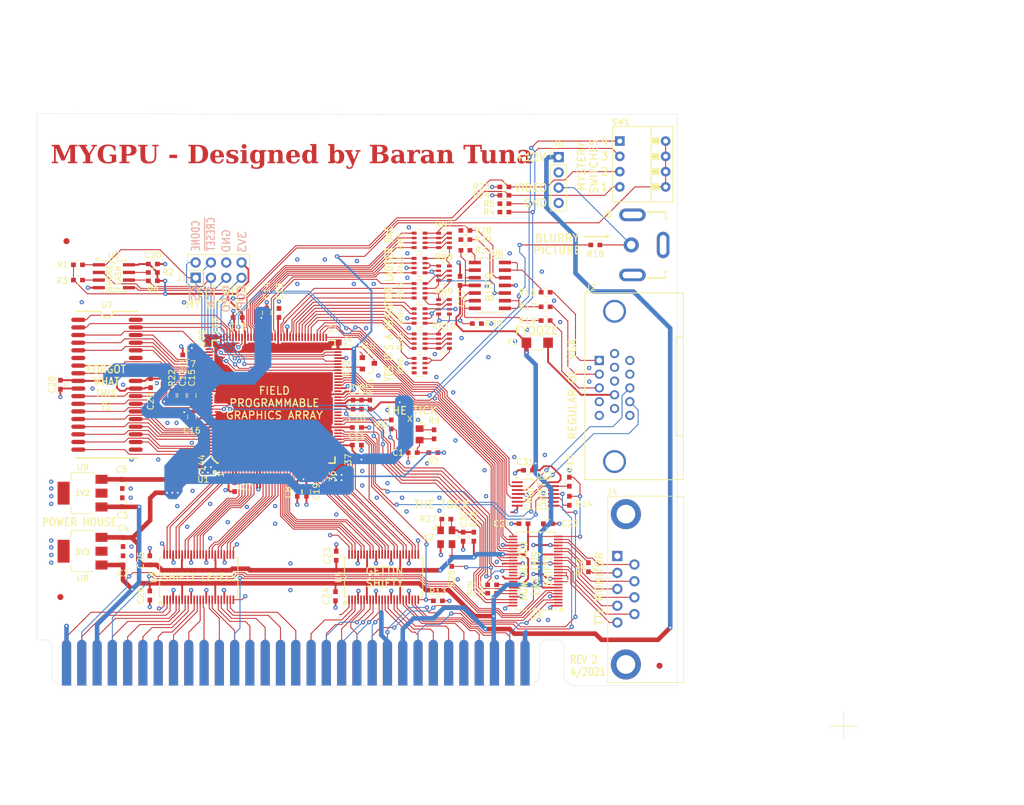
<source format=kicad_pcb>
(kicad_pcb (version 20240108) (generator "pcbnew") (generator_version "8.0")
  (title_block (title "Graphics Gremlin") (rev "2") (comment 1 "Copyright (C) 2021 Tube Time") (comment 2 "License. See https://creativecommons.org/licenses/by-sa/4.0/") (comment 3 "This work is licensed under a Creative Commons Attribution-ShareAlike 4.0 International"))
  (layers (0 "F.Cu" signal) (31 "B.Cu" signal) (34 "B.Paste" user) (35 "F.Paste" user) (36 "B.SilkS" user "B.Silkscreen") (37 "F.SilkS" user "F.Silkscreen") (38 "B.Mask" user) (39 "F.Mask" user) (44 "Edge.Cuts" user))
  (net 0 "")
  (net 1 "Net-(C1-Pad1)")
  (net 2 "GND")
  (net 3 "+5V")
  (net 4 "+3V3")
  (net 5 "+1V2")
  (net 6 "Net-(C6-Pad1)")
  (net 7 "Net-(C6-Pad2)")
  (net 8 "Net-(C12-Pad1)")
  (net 9 "Net-(C12-Pad2)")
  (net 10 "Net-(F1-Pad1)")
  (net 11 "/CDONE")
  (net 12 "/~{CRESET}")
  (net 13 "/SPI_SCK")
  (net 14 "/VSYNC_5V")
  (net 15 "/HSYNC_5V")
  (net 16 "/ABLUE")
  (net 17 "/AGREEN")
  (net 18 "/ARED")
  (net 19 "/vga_dac/COMPOSITE")
  (net 20 "/BLUE_5V")
  (net 21 "/GREEN_5V")
  (net 22 "/RED_5V")
  (net 23 "Net-(J4-Pad2)")
  (net 24 "/GREEN2_5V")
  (net 25 "/BLUE2_5V")
  (net 26 "/Bus Interface/~{IOR_5V}")
  (net 27 "/Bus Interface/~{IOW_5V}")
  (net 28 "/Bus Interface/~{SMEMR_5V}")
  (net 29 "/Bus Interface/~{SMEMW_5V}")
  (net 30 "/Bus Interface/~{0WS_5V}")
  (net 31 "/Bus Interface/A0_5V")
  (net 32 "/Bus Interface/A1_5V")
  (net 33 "/Bus Interface/A2_5V")
  (net 34 "/Bus Interface/A3_5V")
  (net 35 "/Bus Interface/A4_5V")
  (net 36 "/Bus Interface/A5_5V")
  (net 37 "/Bus Interface/A6_5V")
  (net 38 "/Bus Interface/A7_5V")
  (net 39 "/Bus Interface/A8_5V")
  (net 40 "/Bus Interface/A9_5V")
  (net 41 "/Bus Interface/A10_5V")
  (net 42 "/Bus Interface/A11_5V")
  (net 43 "/Bus Interface/A12_5V")
  (net 44 "/Bus Interface/A13_5V")
  (net 45 "/Bus Interface/A14_5V")
  (net 46 "/Bus Interface/A15_5V")
  (net 47 "/Bus Interface/A16_5V")
  (net 48 "/Bus Interface/A17_5V")
  (net 49 "/Bus Interface/A18_5V")
  (net 50 "/Bus Interface/A19_5V")
  (net 51 "/Bus Interface/RDY_5V")
  (net 52 "/Bus Interface/D0_5V")
  (net 53 "/Bus Interface/D1_5V")
  (net 54 "/Bus Interface/D2_5V")
  (net 55 "/Bus Interface/D3_5V")
  (net 56 "/Bus Interface/D4_5V")
  (net 57 "/Bus Interface/D5_5V")
  (net 58 "/Bus Interface/D6_5V")
  (net 59 "/Bus Interface/D7_5V")
  (net 60 "/SPI_~{CS}")
  (net 61 "Net-(R2-Pad2)")
  (net 62 "Net-(R3-Pad2)")
  (net 63 "/CBSEL0")
  (net 64 "/CBSEL1")
  (net 65 "Net-(R6-Pad1)")
  (net 66 "Net-(R9-Pad2)")
  (net 67 "Net-(R10-Pad1)")
  (net 68 "/OSC14M318")
  (net 69 "/BUSCLK")
  (net 70 "Net-(R11-Pad1)")
  (net 71 "/RED2_5V")
  (net 72 "/Bus Interface/DATA_DIR")
  (net 73 "Net-(R16-Pad2)")
  (net 74 "Net-(R17-Pad2)")
  (net 75 "Net-(R19-Pad2)")
  (net 76 "Net-(RN1-Pad7)")
  (net 77 "Net-(RN1-Pad6)")
  (net 78 "Net-(RN1-Pad5)")
  (net 79 "Net-(RN2-Pad6)")
  (net 80 "Net-(RN2-Pad8)")
  (net 81 "Net-(RN3-Pad7)")
  (net 82 "Net-(RN3-Pad8)")
  (net 83 "Net-(RN3-Pad6)")
  (net 84 "Net-(RN3-Pad5)")
  (net 85 "Net-(RN4-Pad6)")
  (net 86 "Net-(RN4-Pad8)")
  (net 87 "Net-(RN10-Pad2)")
  (net 88 "Net-(RN10-Pad1)")
  (net 89 "Net-(RN10-Pad3)")
  (net 90 "Net-(RN10-Pad4)")
  (net 91 "Net-(RN10-Pad5)")
  (net 92 "/BUSRESET")
  (net 93 "/VID_EN")
  (net 94 "/RESET_5V")
  (net 95 "/BUSCLK_5V")
  (net 96 "/OSC_14M318_5V")
  (net 97 "/ALE_5V")
  (net 98 "/AEN_5V")
  (net 99 "/RAM/~{RAM_WE}")
  (net 100 "/RA18")
  (net 101 "/RA9")
  (net 102 "/RA5")
  (net 103 "/RA6")
  (net 104 "/RA7")
  (net 105 "/RA8")
  (net 106 "/RA13")
  (net 107 "/RA12")
  (net 108 "/RA11")
  (net 109 "/RA10")
  (net 110 "/RA14")
  (net 111 "/RD2")
  (net 112 "/RD5")
  (net 113 "/RD3")
  (net 114 "/RD4")
  (net 115 "/RD0")
  (net 116 "/RD7")
  (net 117 "/RD1")
  (net 118 "/RD6")
  (net 119 "/RA17")
  (net 120 "/RA3")
  (net 121 "/RA16")
  (net 122 "/RA4")
  (net 123 "/RA15")
  (net 124 "/RA0")
  (net 125 "/RA1")
  (net 126 "/RA2")
  (net 127 "/D0")
  (net 128 "/D1")
  (net 129 "/D2")
  (net 130 "/D3")
  (net 131 "/D4")
  (net 132 "/D5")
  (net 133 "/D6")
  (net 134 "/D7")
  (net 135 "/A8")
  (net 136 "/A9")
  (net 137 "/A10")
  (net 138 "/A11")
  (net 139 "/A12")
  (net 140 "/A13")
  (net 141 "/A14")
  (net 142 "/A15")
  (net 143 "/A0")
  (net 144 "/A1")
  (net 145 "/A2")
  (net 146 "/A3")
  (net 147 "/A4")
  (net 148 "/A5")
  (net 149 "/A6")
  (net 150 "/A7")
  (net 151 "/A16")
  (net 152 "/A17")
  (net 153 "/A18")
  (net 154 "/A19")
  (net 155 "/~{IOR}")
  (net 156 "/~{IOW}")
  (net 157 "/~{SMEMR}")
  (net 158 "/~{SMEMW}")
  (net 159 "/AEN")
  (net 160 "/ALE")
  (net 161 "/B0")
  (net 162 "/B1")
  (net 163 "/B2")
  (net 164 "/B3")
  (net 165 "/B4")
  (net 166 "/B5")
  (net 167 "/BLUE")
  (net 168 "/VSYNC")
  (net 169 "/GREEN")
  (net 170 "/HSYNC")
  (net 171 "/RED")
  (net 172 "/BLUE2")
  (net 173 "/RED2")
  (net 174 "/GREEN2")
  (net 175 "/G6")
  (net 176 "/G2")
  (net 177 "/G4")
  (net 178 "/G3")
  (net 179 "/G5")
  (net 180 "/G0")
  (net 181 "/G1")
  (net 182 "/R2")
  (net 183 "/R4")
  (net 184 "/R3")
  (net 185 "/R5")
  (net 186 "/R0")
  (net 187 "/R1")
  (net 188 "/SW2")
  (net 189 "/SW3")
  (net 190 "/SPI_CIPO")
  (net 191 "/SPI_COPI")
  (net 192 "Net-(C30-Pad1)")
  (net 193 "/VGA_VSYNC_5V")
  (net 194 "/VGA_HSYNC_5V")
  (net 195 "/Bus Interface/RDY")
  (net 196 "/Bus Interface/~{0WS}")
  (net 197 "Net-(R25-Pad1)")
  (net 198 "Net-(R27-Pad2)")
  (net 199 "Net-(R28-Pad2)")
  (net 200 "Net-(R29-Pad2)")
  (net 201 "Net-(R30-Pad2)")
  (net 202 "/VGA_HSYNC")
  (net 203 "/VGA_VSYNC")
  (net 204 "+12V")
  (net 205 "Net-(R31-Pad1)")
  (net 206 "/OSC10M")
  (footprint "Conn:BUS_PC_8BIT" (layer "F.Cu") (at 134.62 132.08)
    (property "Reference" "J5" (hide yes))
    (property "Value" "Conn_ISA_8bit")
  )
  (footprint "Conn:MNT_KEYSTONE_9200" (layer "F.Cu") (at 175.26 128.27)
    (property "Reference" "MH1" (hide yes))
    (property "Value" "MNT_KEYSTONE_9200" (hide yes))
  )
  (footprint "Conn:KOBICONN_161-03X0-E" (layer "F.Cu") (at 190.373 62.611 90)
    (property "Reference" "J3")
    (property "Value" "NTSC")
  )
  (footprint "Conn:DB15HDFC" (layer "F.Cu") (at 187.6 73.638 -90)
    (property "Reference" "J2")
    (property "Value" "DE15")
  )
  (footprint "Switch:SW_DIP254P762X635-8" (layer "F.Cu") (at 188.468 45.339)
    (property "Reference" "SW1")
    (property "Value" "SW_DIP_x04")
  )
  (footprint "Passive:CAPC1608X100" (layer "F.Cu") (at 154.051 97.155 180)
    (property "Reference" "C1")
    (property "Value" "1u")
  )
  (footprint "Passive:CAPC1608X100" (layer "F.Cu") (at 105.918 115.062 90)
    (property "Reference" "C2")
    (property "Value" "4.7u")
  )
  (footprint "Passive:CAPC1608X100" (layer "F.Cu") (at 105.791 105.41 90)
    (property "Reference" "C3")
    (property "Value" "4.7u")
  )
  (footprint "Passive:CAPC1608X100" (layer "F.Cu") (at 105.918 112.014 -90)
    (property "Reference" "C4")
    (property "Value" "4.7u")
  )
  (footprint "Passive:CAPC1608X100" (layer "F.Cu") (at 105.791 102.362 -90)
    (property "Reference" "C5")
    (property "Value" "4.7u")
  )
  (footprint "Passive:CAPC1608X100" (layer "F.Cu") (at 145.542 89.154 -90)
    (property "Reference" "C6")
    (property "Value" "4.7u")
  )
  (footprint "Passive:CAPC1608X100" (layer "F.Cu") (at 124.46 102.87 -90)
    (property "Reference" "C7")
    (property "Value" "1u")
  )
  (footprint "Passive:CAPC1608X100" (layer "F.Cu") (at 134.874 103.632 -90)
    (property "Reference" "C8")
    (property "Value" "1u")
  )
  (footprint "Passive:CAPC1608X100" (layer "F.Cu") (at 144.145 89.154 -90)
    (property "Reference" "C9")
    (property "Value" "1u")
  )
  (footprint "Passive:CAPC1608X100" (layer "F.Cu") (at 144.78 92.964)
    (property "Reference" "C10")
    (property "Value" "1u")
  )
  (footprint "Passive:CAPC1608X100" (layer "F.Cu") (at 144.78 95.885)
    (property "Reference" "C11")
    (property "Value" "1u")
  )
  (footprint "Passive:CAPC1608X100" (layer "F.Cu") (at 115.697 87.63 -90)
    (property "Reference" "C12")
    (property "Value" "4.7u")
  )
  (footprint "Passive:CAPC1608X100" (layer "F.Cu") (at 129.794 73.914 90)
    (property "Reference" "C14")
    (property "Value" "1u")
  )
  (footprint "Passive:CAPC1608X100" (layer "F.Cu") (at 117.348 87.63 -90)
    (property "Reference" "C15")
    (property "Value" "1u")
  )
  (footprint "Passive:CAPC1608X100" (layer "F.Cu") (at 117.348 91.186 -90)
    (property "Reference" "C16")
    (property "Value" "1u")
  )
  (footprint "Passive:CAPC1608X100" (layer "F.Cu") (at 116.586 80.899 180)
    (property "Reference" "C17")
    (property "Value" "1u")
  )
  (footprint "Passive:CAPC1608X100" (layer "F.Cu") (at 124.968 74.676 180)
    (property "Reference" "C18")
    (property "Value" "4.7u")
  )
  (footprint "Passive:CAPC1608X100" (layer "F.Cu") (at 136.398 103.632 -90)
    (property "Reference" "C19")
    (property "Value" "4.7u")
  )
  (footprint "Passive:RESC1608X55" (layer "F.Cu") (at 98.425 65.913)
    (property "Reference" "R1")
    (property "Value" "10K")
  )
  (footprint "Passive:RESC1608X55" (layer "F.Cu") (at 110.871 67.183 180)
    (property "Reference" "R2")
    (property "Value" "10K")
  )
  (footprint "Passive:RESC1608X55" (layer "F.Cu") (at 98.425 68.453)
    (property "Reference" "R3")
    (property "Value" "10K")
  )
  (footprint "Passive:RESC1608X55" (layer "F.Cu") (at 150.495 92.456 90)
    (property "Reference" "R6")
    (property "Value" "10")
  )
  (footprint "Passive:RESC1608X55" (layer "F.Cu") (at 157.48 97.155 180)
    (property "Reference" "R7")
    (property "Value" "10")
  )
  (footprint "Passive:RESC1608X55" (layer "F.Cu") (at 110.871 68.58 180)
    (property "Reference" "R8")
    (property "Value" "10K")
  )
  (footprint "Passive:RESC1608X55" (layer "F.Cu") (at 157.607 94.107 90)
    (property "Reference" "R9")
    (property "Value" "10K")
  )
  (footprint "Passive:RESC1608X55" (layer "F.Cu") (at 167.259 120.523 180)
    (property "Reference" "R10")
    (property "Value" "10")
  )
  (footprint "Passive:RESC1608X55" (layer "F.Cu") (at 167.259 119.126 180)
    (property "Reference" "R11")
    (property "Value" "DNI")
  )
  (footprint "Passive:RESC1608X55" (layer "F.Cu") (at 183.261 116.205 90)
    (property "Reference" "R12")
    (property "Value" "100")
  )
  (footprint "Passive:RESC1608X55" (layer "F.Cu") (at 158.242 121.793)
    (property "Reference" "R13")
    (property "Value" "1K")
  )
  (footprint "Passive:RESC1608X55" (layer "F.Cu") (at 180.086 105.156 -90)
    (property "Reference" "R14")
    (property "Value" "10K")
  )
  (footprint "Passive:RESC1608X55" (layer "F.Cu") (at 180.086 101.981 -90)
    (property "Reference" "R15")
    (property "Value" "10K")
  )
  (footprint "Passive:RESC1608X55" (layer "F.Cu") (at 176.149 70.485 180)
    (property "Reference" "R16")
    (property "Value" "75")
  )
  (footprint "Passive:RESC1608X55" (layer "F.Cu") (at 176.149 72.898 180)
    (property "Reference" "R17")
    (property "Value" "75")
  )
  (footprint "Passive:RESC1608X55" (layer "F.Cu") (at 184.404 62.611 180)
    (property "Reference" "R18")
    (property "Value" "75")
  )
  (footprint "Passive:RESC1608X55" (layer "F.Cu") (at 176.149 75.184 180)
    (property "Reference" "R19")
    (property "Value" "75")
  )
  (footprint "Passive:RESC1608X55" (layer "F.Cu") (at 144.272 82.169 -90)
    (property "Reference" "R20")
    (property "Value" "10K")
  )
  (footprint "Passive:RESC1608X55" (layer "F.Cu") (at 146.939 89.154 90)
    (property "Reference" "R21")
    (property "Value" "100")
  )
  (footprint "Passive:RESC1608X55" (layer "F.Cu") (at 114.046 87.63 90)
    (property "Reference" "R22")
    (property "Value" "100")
  )
  (footprint "Passive:RESCAV80P320X160X70-8" (layer "F.Cu") (at 155.194 61.849)
    (property "Reference" "RN1")
    (property "Value" "604")
  )
  (footprint "Passive:RESCAV80P320X160X70-8" (layer "F.Cu") (at 155.194 66.04)
    (property "Reference" "RN2")
    (property "Value" "604")
  )
  (footprint "Passive:RESCAV80P320X160X70-8" (layer "F.Cu") (at 155.194 70.231)
    (property "Reference" "RN3")
    (property "Value" "604")
  )
  (footprint "Passive:RESCAV80P320X160X70-8" (layer "F.Cu") (at 155.194 74.422)
    (property "Reference" "RN4")
    (property "Value" "604")
  )
  (footprint "Passive:RESCAV80P320X160X70-8" (layer "F.Cu") (at 155.194 78.613)
    (property "Reference" "RN5")
    (property "Value" "604")
  )
  (footprint "Passive:RESCAV80P320X160X70-8" (layer "F.Cu") (at 155.194 82.677)
    (property "Reference" "RN6")
    (property "Value" "604")
  )
  (footprint "Passive:RESCAV80P320X160X70-8" (layer "F.Cu") (at 159.258 61.849)
    (property "Reference" "RN7")
    (property "Value" "300")
  )
  (footprint "Passive:RESCAV80P320X160X70-8" (layer "F.Cu") (at 159.258 67.31)
    (property "Reference" "RN8")
    (property "Value" "300")
  )
  (footprint "Passive:RESCAV80P320X160X70-8" (layer "F.Cu") (at 159.258 72.898)
    (property "Reference" "RN9")
    (property "Value" "300")
  )
  (footprint "Passive:RESCAV80P320X160X70-8" (layer "F.Cu") (at 159.258 78.613)
    (property "Reference" "RN10")
    (property "Value" "300")
  )
  (footprint "Active:TSQFP50P2200X2200X160-144" (layer "F.Cu") (at 130.934 88.683999 90)
    (property "Reference" "U1")
    (property "Value" "ICE40HX4K-TQ144")
  )
  (footprint "Active:SOP127P620X175-8" (layer "F.Cu") (at 104.394 67.818)
    (property "Reference" "U2")
    (property "Value" "SST26VF080A-104I/SN")
  )
  (footprint "Active:TSSOP50P810X120-48" (layer "F.Cu") (at 174.498 116.84 180)
    (property "Reference" "U3")
    (property "Value" "74ALVC164245")
  )
  (footprint "Active:TSSOP50P810X120-48" (layer "F.Cu") (at 149.225 117.856 90)
    (property "Reference" "U4")
    (property "Value" "74ALVC164245")
  )
  (footprint "Active:TSSOP50P810X120-48" (layer "F.Cu") (at 118.491 117.856 90)
    (property "Reference" "U5")
    (property "Value" "74ALVC164245")
  )
  (footprint "Active:SOP127P620X175-14" (layer "F.Cu") (at 166.878 69.342)
    (property "Reference" "U6")
    (property "Value" "ADA4891-3")
  )
  (footprint "Active:SOT230P700X170-3" (layer "F.Cu") (at 99.187 113.538 180)
    (property "Reference" "U8")
    (property "Value" "AP2114HA-3.3")
  )
  (footprint "Active:SOT230P700X170-3" (layer "F.Cu") (at 99.187 103.886 180)
    (property "Reference" "U9")
    (property "Value" "AP2114HA-1.2")
  )
  (footprint "Active:SOT95P230X117-3" (layer "F.Cu") (at 146.685 82.296)
    (property "Reference" "U10")
    (property "Value" "APX803S00-29SA-7")
  )
  (footprint "Passive:RESC3216X70" (layer "F.Cu") (at 174.752 78.867 180)
    (property "Reference" "F1")
    (property "Value" "1A")
  )
  (footprint "Active:SOJ127P1118X376-36" (layer "F.Cu") (at 103.251 85.852)
    (property "Reference" "U7")
    (property "Value" "IS61C5128AL-10KLI")
  )
  (footprint "Passive:XTAL320X250X120-4" (layer "F.Cu") (at 154.051 94.107 180)
    (property "Reference" "X1")
    (property "Value" "10MHz")
  )
  (footprint "Passive:RESC1608X55" (layer "F.Cu") (at 169.291 55.753 180)
    (property "Reference" "R5")
    (property "Value" "10K")
  )
  (footprint "Passive:RESC1608X55" (layer "F.Cu") (at 169.291 57.15 180)
    (property "Reference" "R4")
    (property "Value" "10K")
  )
  (footprint "Passive:CAPC1608X100" (layer "F.Cu") (at 110.871 65.786)
    (property "Reference" "C20")
    (property "Value" "1u")
  )
  (footprint "Passive:CAPC1608X100" (layer "F.Cu") (at 172.466 108.966 180)
    (property "Reference" "C21")
    (property "Value" "1u")
  )
  (footprint "Passive:CAPC1608X100" (layer "F.Cu") (at 176.53 108.966)
    (property "Reference" "C22")
    (property "Value" "1u")
  )
  (footprint "Passive:CAPC1608X100" (layer "F.Cu") (at 141.351 114.3 90)
    (property "Reference" "C23")
    (property "Value" "1u")
  )
  (footprint "Passive:CAPC1608X100" (layer "F.Cu") (at 141.224 121.031 -90)
    (property "Reference" "C24")
    (property "Value" "1u")
  )
  (footprint "Passive:CAPC1608X100" (layer "F.Cu") (at 110.363 115.062 90)
    (property "Reference" "C25")
    (property "Value" "1u")
  )
  (footprint "Passive:CAPC1608X100" (layer "F.Cu") (at 110.363 120.904 -90)
    (property "Reference" "C26")
    (property "Value" "1u")
  )
  (footprint "Passive:CAPC1608X100" (layer "F.Cu") (at 161.925 68.58 90)
    (property "Reference" "C27")
    (property "Value" "1u")
  )
  (footprint "Passive:CAPC1608X100" (layer "F.Cu") (at 95.504 85.852 -90)
    (property "Reference" "C28")
    (property "Value" "1u")
  )
  (footprint "Passive:CAPC1608X100" (layer "F.Cu") (at 110.49 85.598 90)
    (property "Reference" "C29")
    (property "Value" "1u")
  )
  (footprint "Passive:RESC1608X55" (layer "F.Cu") (at 169.291 52.959 180)
    (property "Reference" "R23")
    (property "Value" "10K")
  )
  (footprint "Passive:RESC1608X55" (layer "F.Cu") (at 169.291 54.356 180)
    (property "Reference" "R24")
    (property "Value" "10K")
  )
  (footprint "Conn:DB9FC2" (layer "F.Cu") (at 188.064 125.4 -90)
    (property "Reference" "J4")
    (property "Value" "DE9")
  )
  (footprint "Passive:CAPC1608X100" (layer "F.Cu") (at 131.826 73.914 90)
    (property "Reference" "C13")
    (property "Value" "1u")
  )
  (footprint "Pin_Headers:Pin_Header_Straight_2x04_Pitch2.54mm" (layer "F.Cu") (at 117.983 68.072 90)
    (property "Reference" "J1")
    (property "Value" "PROG")
  )
  (footprint "Passive:RESC1608X55" (layer "F.Cu") (at 160.528 115.316 -90)
    (property "Reference" "R25")
    (property "Value" "10")
  )
  (footprint "Passive:RESC1608X55" (layer "F.Cu") (at 164.211 111.125 90)
    (property "Reference" "R26")
    (property "Value" "10")
  )
  (footprint "Passive:RESC1608X55" (layer "F.Cu") (at 159.639 108.204 180)
    (property "Reference" "R27")
    (property "Value" "10K")
  )
  (footprint "Passive:RESC1608X55" (layer "F.Cu") (at 162.814 60.198)
    (property "Reference" "R28")
    (property "Value" "237")
  )
  (footprint "Passive:RESC1608X55" (layer "F.Cu") (at 162.814 61.722)
    (property "Reference" "R29")
    (property "Value" "237")
  )
  (footprint "Passive:RESC1608X55" (layer "F.Cu") (at 164.719 75.692 180)
    (property "Reference" "R30")
    (property "Value" "237")
  )
  (footprint "Active:TSOP65P640X110-14" (layer "F.Cu") (at 174.432999 104.997421)
    (property "Reference" "U11")
    (property "Value" "74HCT125")
  )
  (footprint "Passive:XTAL320X250X120-4" (layer "F.Cu") (at 159.639 111.215 -90)
    (property "Reference" "X2")
    (property "Value" "14.318MHz")
  )
  (footprint "Passive:CAPC1608X100" (layer "F.Cu") (at 173.228 100.076 180)
    (property "Reference" "C31")
    (property "Value" "1u")
  )
  (footprint "Passive:CAPC1608X100" (layer "F.Cu") (at 162.433 111.125 -90)
    (property "Reference" "C30")
    (property "Value" "1u")
  )
  (footprint "Pin_Headers:Pin_Header_Straight_1x04_Pitch2.54mm" (layer "F.Cu") (at 178.308 48.006)
    (property "Reference" "J6")
    (property "Value" "RFMOD")
  )
  (footprint "Passive:RESC1608X55" (layer "F.Cu") (at 162.814 63.5 180)
    (property "Reference" "R31")
    (property "Value" "75")
  )
  (footprint "Fiducials:Fiducial_1mm_Dia_2mm_Outer" (layer "F.Cu") (at 96.52 61.976)
    (property "Reference" "FID1" (hide yes))
    (property "Value" "Fiducial")
  )
  (footprint "Fiducials:Fiducial_1mm_Dia_2mm_Outer" (layer "F.Cu") (at 95.504 121.158)
    (property "Reference" "FID2" (hide yes))
    (property "Value" "Fiducial")
  )
  (footprint "Fiducials:Fiducial_1mm_Dia_2mm_Outer" (layer "F.Cu") (at 195.072 132.588)
    (property "Reference" "FID3" (hide yes))
    (property "Value" "Fiducial")
  )
  (gr_line (start 186.817 61.214) (end 186.182 60.96) (stroke (width 0.2032)) (layer "F.SilkS"))
  (gr_line (start 223.3295 142.621) (end 228.0285 142.621) (stroke (width 0.12)) (layer "F.SilkS"))
  (gr_line (start 182.499 61.214) (end 186.817 61.214) (stroke (width 0.2032)) (layer "F.SilkS"))
  (gr_line (start 225.679 144.9705) (end 225.679 140.2715) (stroke (width 0.12)) (layer "F.SilkS"))
  (gr_line (start 186.817 61.214) (end 186.182 61.468) (stroke (width 0.2032)) (layer "F.SilkS"))
  (gr_arc (start 177.927 128.27) (mid 178.825026 128.641974) (end 179.197 129.54) (stroke (width 0.05)) (layer "Edge.Cuts"))
  (gr_arc (start 175.133 129.54) (mid 175.504974 128.641974) (end 176.403 128.27) (stroke (width 0.05)) (layer "Edge.Cuts"))
  (gr_line (start 176.403 128.27) (end 177.927 128.27) (stroke (width 0.05)) (layer "Edge.Cuts"))
  (gr_line (start 180.467 135.89) (end 197.993 135.89) (stroke (width 0.05)) (layer "Edge.Cuts"))
  (gr_line (start 91.5924 40.7416) (end 91.567 61.722) (stroke (width 0.05)) (layer "Edge.Cuts"))
  (gr_line (start 197.993 135.89) (end 197.993 40.894) (stroke (width 0.05)) (layer "Edge.Cuts"))
  (gr_line (start 91.567 61.722) (end 91.567 128.27) (stroke (width 0.05)) (layer "Edge.Cuts"))
  (gr_arc (start 92.837 128.27) (mid 93.735026 128.641974) (end 94.107 129.54) (stroke (width 0.05)) (layer "Edge.Cuts"))
  (gr_line (start 95.377 135.89) (end 173.863 135.89) (stroke (width 0.05)) (layer "Edge.Cuts"))
  (gr_line (start 152.654 40.9448) (end 91.5924 40.7416) (stroke (width 0.05)) (layer "Edge.Cuts"))
  (gr_line (start 94.107 134.62) (end 95.377 135.89) (stroke (width 0.05)) (layer "Edge.Cuts"))
  (gr_line (start 179.197 134.62) (end 180.467 135.89) (stroke (width 0.05)) (layer "Edge.Cuts"))
  (gr_line (start 173.863 135.89) (end 175.133 134.62) (stroke (width 0.05)) (layer "Edge.Cuts"))
  (gr_line (start 91.567 128.27) (end 92.837 128.27) (stroke (width 0.05)) (layer "Edge.Cuts"))
  (gr_line (start 197.993 40.894) (end 173.228 40.894) (stroke (width 0.05)) (layer "Edge.Cuts"))
  (gr_line (start 179.197 129.54) (end 179.197 134.62) (stroke (width 0.05)) (layer "Edge.Cuts"))
  (gr_line (start 175.133 134.62) (end 175.133 129.54) (stroke (width 0.05)) (layer "Edge.Cuts"))
  (gr_line (start 173.228 40.894) (end 152.654 40.9448) (stroke (width 0.05)) (layer "Edge.Cuts"))
  (gr_line (start 94.107 129.54) (end 94.107 134.62) (stroke (width 0.05)) (layer "Edge.Cuts"))
  (gr_text "MYGPU - Designed by Baran Tuna" (at 93.8784 49.53 0) (layer "F.Cu") (effects (font (size 3 3) (thickness 0.6) (bold yes)) (justify left bottom)))
  (gr_text "~{CS}" (at 117.983 69.342 90) (layer "B.SilkS") (effects (font (size 1.27 1.27) (thickness 0.2032)) (justify left mirror)))
  (gr_text "CIPO" (at 123.063 69.215 90) (layer "B.SilkS") (effects (font (size 1.27 1.27) (thickness 0.2032)) (justify left mirror)))
  (gr_text "COPI" (at 125.603 69.215 90) (layer "B.SilkS") (effects (font (size 1.27 1.27) (thickness 0.2032)) (justify left mirror)))
  (gr_text "SCK" (at 120.523 69.342 90) (layer "B.SilkS") (effects (font (size 1.27 1.27) (thickness 0.2032)) (justify left mirror)))
  (gr_text "~{CRESET}" (at 120.523 63.754 90) (layer "B.SilkS") (effects (font (size 1.27 1.016) (thickness 0.2032)) (justify right mirror)))
  (gr_text "CDONE" (at 117.983 63.754 90) (layer "B.SilkS") (effects (font (size 1.27 1.016) (thickness 0.2032)) (justify right mirror)))
  (gr_text "GND" (at 123.063 64.008 90) (layer "B.SilkS") (effects (font (size 1.27 1.27) (thickness 0.2032)) (justify right mirror)))
  (gr_text "3V3" (at 125.73 64.008 90) (layer "B.SilkS") (effects (font (size 1.27 1.27) (thickness 0.2032)) (justify right mirror)))
  (gr_text "FORGOT\nWHAT\nTHIS\nIS" (at 103.124 86.36 0) (layer "F.SilkS") (effects (font (size 1.27 1.143) (thickness 0.2032))))
  (gr_text "SHIFTY LEVELS" (at 118.618 117.856 0) (layer "F.SilkS") (effects (font (size 1.27 1.143) (thickness 0.2032))))
  (gr_text "GETTIN\nSHIFTY" (at 149.352 117.856 0) (layer "F.SilkS") (effects (font (size 1.27 1.27) (thickness 0.2032))))
  (gr_text "HOW DO YOU\nLIKE THIS \nSHIFT?" (at 174.498 116.84 90) (layer "F.SilkS") (effects (font (size 1.27 1.016) (thickness 0.2032))))
  (gr_text "REGULAR OL' VGA" (at 180.594 86.614 90) (layer "F.SilkS") (effects (font (size 1.27 1.27) (thickness 0.2032))))
  (gr_text "TTL MONITOR" (at 185.039 119.761 90) (layer "F.SilkS") (effects (font (size 1.27 1.27) (thickness 0.2032))))
  (gr_text "BLURRY\nPICTURE" (at 178.054 62.484 0) (layer "F.SilkS") (effects (font (size 1.27 1.27) (thickness 0.2032))))
  (gr_text "MYSTERY\nSWITCHES" (at 183.134 49.53 90) (layer "F.SilkS") (effects (font (size 1.27 1.27) (thickness 0.2032))))
  (gr_text "I SPI WITH\nMY LITTLE i" (at 121.666 71.501 0) (layer "F.SilkS") (effects (font (size 1.27 1.27) (thickness 0.2032))))
  (gr_text "SNORE\nFLASH" (at 104.394 68.072 90) (layer "F.SilkS") (effects (font (size 0.889 0.889) (thickness 0.1778))))
  (gr_text "3V3" (at 99.187 113.665 0) (layer "F.SilkS") (effects (font (size 0.889 0.889) (thickness 0.1778))))
  (gr_text "1V2" (at 99.187 103.886 0) (layer "F.SilkS") (effects (font (size 0.889 0.889) (thickness 0.1778))))
  (gr_text "YES IT'S A RESISTOR LADDER DAC" (at 150.114 72.39 90) (layer "F.SilkS") (effects (font (size 1.27 1.016) (thickness 0.2032))))
  (gr_text "FYOOZE" (at 174.625 76.835 0) (layer "F.SilkS") (effects (font (size 1.27 1.27) (thickness 0.2032))))
  (gr_text "4" (at 186.69 45.339 0) (layer "F.SilkS") (effects (font (size 1.27 1.27) (thickness 0.2032)) (justify right)))
  (gr_text "3" (at 186.69 47.879 0) (layer "F.SilkS") (effects (font (size 1.27 1.27) (thickness 0.2032)) (justify right)))
  (gr_text "1" (at 186.69 52.959 0) (layer "F.SilkS") (effects (font (size 1.27 1.27) (thickness 0.2032)) (justify right)))
  (gr_text "2" (at 186.69 50.419 0) (layer "F.SilkS") (effects (font (size 1.27 1.27) (thickness 0.2032)) (justify right)))
  (gr_text "POWER HOUSE" (at 98.679 108.712 0) (layer "F.SilkS") (effects (font (size 1.27 1.143) (thickness 0.2032))))
  (gr_text "BUFR" (at 166.878 69.596 90) (layer "F.SilkS") (effects (font (size 1.27 1.27) (thickness 0.2032))))
  (gr_text "THE TICK" (at 153.924 90.17 0) (layer "F.SilkS") (effects (font (size 1.27 1.27) (thickness 0.2032))))
  (gr_text "REV 2\n4/2021" (at 180.086 132.588 0) (layer "F.SilkS") (effects (font (size 1.27 1.016) (thickness 0.2032)) (justify left)))
  (gr_text "THE TOCK" (at 158.877 105.791 0) (layer "F.SilkS") (effects (font (size 1.27 1.27) (thickness 0.2032))))
  (gr_text "+12V" (at 176.276 48.006 0) (layer "F.SilkS") (effects (font (size 1.27 1.27) (thickness 0.2032)) (justify right)))
  (gr_text "VIDEO" (at 176.53 53.086 0) (layer "F.SilkS") (effects (font (size 1.27 1.27) (thickness 0.2032)) (justify right)))
  (gr_text "GND" (at 176.53 55.626 0) (layer "F.SilkS") (effects (font (size 1.27 1.27) (thickness 0.2032)) (justify right)))
  (gr_text "HOT\nSHIFT" (at 174.498 104.14 90) (layer "F.SilkS") (effects (font (size 1.27 1.016) (thickness 0.2032))))
  (gr_text "FIELD\nPROGRAMMABLE\nGRAPHICS ARRAY" (at 131.064 88.9 0) (layer "F.SilkS") (effects (font (size 1.27 1.27) (thickness 0.2032))))
  (segment (start 157.607 94.857) (end 155.401 94.857) (width 0.1524) (layer "F.Cu") (net 1))
  (segment (start 154.813 97.143) (end 154.801 97.155) (width 0.1524) (layer "F.Cu") (net 1))
  (segment (start 155.201 96.005) (end 154.813 96.393) (width 0.1524) (layer "F.Cu") (net 1))
  (segment (start 156.1776 97.155) (end 154.801 97.155) (width 0.1524) (layer "F.Cu") (net 1))
  (segment (start 154.813 96.393) (end 154.813 97.143) (width 0.1524) (layer "F.Cu") (net 1))
  (segment (start 155.201 95.057) (end 155.201 96.005) (width 0.1524) (layer "F.Cu") (net 1))
  (segment (start 155.401 94.857) (end 155.201 95.057) (width 0.1524) (layer "F.Cu") (net 1))
  (segment (start 156.73 97.155) (end 156.1776 97.155) (width 0.1524) (layer "F.Cu") (net 1))
  (segment (start 121.990001 95.433999) (end 121.990001 95.433999) (width 0.3048) (layer "F.Cu") (net 2))
  (segment (start 123.621801 97.917) (end 123.621801 97.917) (width 0.3048) (layer "F.Cu") (net 2))
  (segment (start 167.259 54.356) (end 167.259 54.356) (width 0.1524) (layer "F.Cu") (net 2))
  (segment (start 177.0242 122.8228) (end 176.911 122.936) (width 0.3048) (layer "F.Cu") (net 2))
  (segment (start 133.184 77.983999) (end 133.184 76.239) (width 0.3048) (layer "F.Cu") (net 2))
  (segment (start 176.931 115.59) (end 176.911 115.57) (width 0.3048) (layer "F.Cu") (net 2))
  (segment (start 161.925 67.83) (end 161.925 65.786) (width 0.3048) (layer "F.Cu") (net 2))
  (segment (start 153.301 98.794) (end 153.289 98.806) (width 0.1524) (layer "F.Cu") (net 2))
  (segment (start 176.911 115.57) (end 174.117 115.57) (width 0.3048) (layer "F.Cu") (net 2))
  (segment (start 153.054 82.277) (end 153.035 82.296) (width 0.1524) (layer "F.Cu") (net 2))
  (segment (start 169.891 122.59) (end 169.418 123.063) (width 0.1524) (layer "F.Cu") (net 2))
  (segment (start 95.504 86.602) (end 95.504 87.884) (width 0.3048) (layer "F.Cu") (net 2))
  (segment (start 112.741 121.606) (end 112.741 122.59) (width 0.1524) (layer "F.Cu") (net 2))
  (segment (start 143.475 122.844) (end 142.24 124.079) (width 0.1524) (layer "F.Cu") (net 2))
  (segment (start 112.741 112.614) (end 112.395 112.268) (width 0.1524) (layer "F.Cu") (net 2))
  (segment (start 150.475 115.55) (end 150.495 115.57) (width 0.3048) (layer "F.Cu") (net 2))
  (segment (start 117.348 91.936) (end 116.09 91.936) (width 0.3048) (layer "F.Cu") (net 2))
  (segment (start 119.741 114.106) (end 119.741 115.423) (width 0.3048) (layer "F.Cu") (net 2))
  (segment (start 141.634 81.433999) (end 142.975001 81.433999) (width 0.3048) (layer "F.Cu") (net 2))
  (segment (start 150.475 114.106) (end 150.475 115.55) (width 0.3048) (layer "F.Cu") (net 2))
  (segment (start 128.184 99.383999) (end 128.184 103.038) (width 0.3048) (layer "F.Cu") (net 2))
  (segment (start 122.741 121.606) (end 122.741 120.074) (width 0.3048) (layer "F.Cu") (net 2))
  (segment (start 109.97 84.848) (end 109.601 85.217) (width 0.3048) (layer "F.Cu") (net 2))
  (segment (start 119.741 115.423) (end 119.761 115.443) (width 0.3048) (layer "F.Cu") (net 2))
  (segment (start 118.561001 95.433999) (end 118.491 95.504) (width 0.3048) (layer "F.Cu") (net 2))
  (segment (start 110.363 121.654) (end 110.363 122.809) (width 0.3048) (layer "F.Cu") (net 2))
  (segment (start 169.398 118.09) (end 169.037 117.729) (width 0.3048) (layer "F.Cu") (net 2))
  (segment (start 124.684 77.079199) (end 124.358402 76.753601) (width 0.3048) (layer "F.Cu") (net 2))
  (segment (start 136.398 104.382) (end 136.398 105.791) (width 0.3048) (layer "F.Cu") (net 2))
  (segment (start 143.475 121.606) (end 143.475 122.844) (width 0.1524) (layer "F.Cu") (net 2))
  (segment (start 114.241 114.106) (end 114.241 115.384) (width 0.3048) (layer "F.Cu") (net 2))
  (segment (start 158.992 121.793) (end 160.147 121.793) (width 0.1524) (layer "F.Cu") (net 2))
  (segment (start 153.475 120.201) (end 153.416 120.142) (width 0.3048) (layer "F.Cu") (net 2))
  (segment (start 141.351 113.55) (end 141.351 112.395) (width 0.3048) (layer "F.Cu") (net 2))
  (segment (start 178.248 118.09) (end 176.931 118.09) (width 0.3048) (layer "F.Cu") (net 2))
  (segment (start 158.689 114.112) (end 158.75 114.173) (width 0.3048) (layer "F.Cu") (net 2))
  (segment (start 124.184 99.383999) (end 124.184 101.114) (width 0.3048) (layer "F.Cu") (net 2))
  (segment (start 170.748 112.59) (end 169.12121 112.59) (width 0.3048) (layer "F.Cu") (net 2))
  (segment (start 128.184 103.038) (end 128.397 103.251) (width 0.3048) (layer "F.Cu") (net 2))
  (segment (start 153.181 74.822) (end 153.162 74.803) (width 0.1524) (layer "F.Cu") (net 2))
  (segment (start 144.975 115.502) (end 144.907 115.57) (width 0.3048) (layer "F.Cu") (net 2))
  (segment (start 141.224 121.781) (end 141.224 122.936) (width 0.3048) (layer "F.Cu") (net 2))
  (segment (start 171.432999 104.022421) (end 172.856421 104.022421) (width 0.3048) (layer "F.Cu") (net 2))
  (segment (start 143.475 112.741) (end 141.605 110.871) (width 0.1524) (layer "F.Cu") (net 2))
  (segment (start 112.002 84.848) (end 112.014 84.836) (width 0.3048) (layer "F.Cu") (net 2))
  (segment (start 147.975 114.106) (end 147.975 115.55) (width 0.3048) (layer "F.Cu") (net 2))
  (segment (start 154.294 74.822) (end 153.181 74.822) (width 0.1524) (layer "F.Cu") (net 2))
  (segment (start 153.301 96.6276) (end 153.301 97.155) (width 0.1524) (layer "F.Cu") (net 2))
  (segment (start 176.979 112.59) (end 176.911 112.522) (width 0.3048) (layer "F.Cu") (net 2))
  (segment (start 150.475 120.162) (end 150.495 120.142) (width 0.3048) (layer "F.Cu") (net 2))
  (segment (start 172.478 100.076) (end 171.577 100.076) (width 0.3048) (layer "F.Cu") (net 2))
  (segment (start 123.444 103.378) (end 123.686 103.62) (width 0.3048) (layer "F.Cu") (net 2))
  (segment (start 119.741 121.606) (end 119.741 120.035) (width 0.3048) (layer "F.Cu") (net 2))
  (segment (start 153.475 115.511) (end 153.416 115.57) (width 0.3048) (layer "F.Cu") (net 2))
  (segment (start 172.856421 104.022421) (end 172.974 104.14) (width 0.3048) (layer "F.Cu") (net 2))
  (segment (start 177.2432 122.59) (end 177.0242 122.809) (width 0.3048) (layer "F.Cu") (net 2))
  (segment (start 128.684 102.964) (end 128.397 103.251) (width 0.3048) (layer "F.Cu") (net 2))
  (segment (start 170.748 122.59) (end 169.891 122.59) (width 0.1524) (layer "F.Cu") (net 2))
  (segment (start 125.663 121.606) (end 126.238 121.031) (width 0.1524) (layer "F.Cu") (net 2))
  (segment (start 179.5952 117.5848) (end 179.832 117.8216) (width 0.1524) (layer "F.Cu") (net 2))
  (segment (start 124.241 112.995) (end 124.841 112.395) (width 0.1524) (layer "F.Cu") (net 2))
  (segment (start 176.91586 121.09) (end 176.888193 121.062333) (width 0.3048) (layer "F.Cu") (net 2))
  (segment (start 142.928001 86.433999) (end 143.256 86.106) (width 0.3048) (layer "F.Cu") (net 2))
  (segment (start 169.087581 115.59) (end 169.003371 115.67421) (width 0.3048) (layer "F.Cu") (net 2))
  (segment (start 117.241 120.035) (end 117.221 120.015) (width 0.3048) (layer "F.Cu") (net 2))
  (segment (start 128.684 99.383999) (end 128.684 102.964) (width 0.3048) (layer "F.Cu") (net 2))
  (segment (start 109.601 85.217) (end 108.0262 85.217) (width 0.3048) (layer "F.Cu") (net 2))
  (segment (start 170.748 118.09) (end 169.398 118.09) (width 0.3048) (layer "F.Cu") (net 2))
  (segment (start 178.248 122.59) (end 177.2432 122.59) (width 0.3048) (layer "F.Cu") (net 2))
  (segment (start 119.741 120.035) (end 119.761 120.015) (width 0.3048) (layer "F.Cu") (net 2))
  (segment (start 170.748 115.59) (end 169.087581 115.59) (width 0.3048) (layer "F.Cu") (net 2))
  (segment (start 120.234 95.433999) (end 118.561001 95.433999) (width 0.3048) (layer "F.Cu") (net 2))
  (segment (start 110.363 114.312) (end 110.363 113.03) (width 0.3048) (layer "F.Cu") (net 2))
  (segment (start 145.685 81.346) (end 145.685 80.788) (width 0.1524) (layer "F.Cu") (net 2))
  (segment (start 154.051 93.5046) (end 154.051 95.8776) (width 0.1524) (layer "F.Cu") (net 2))
  (segment (start 147.975 121.606) (end 147.975 120.162) (width 0.3048) (layer "F.Cu") (net 2))
  (segment (start 119.3292 91.433999) (end 119.323199 91.44) (width 0.3048) (layer "F.Cu") (net 2))
  (segment (start 122.741 120.074) (end 122.682 120.015) (width 0.3048) (layer "F.Cu") (net 2))
  (segment (start 145.53 92.964) (end 146.812 92.964) (width 0.3048) (layer "F.Cu") (net 2))
  (segment (start 124.241 114.106) (end 124.241 112.995) (width 0.1524) (layer "F.Cu") (net 2))
  (segment (start 134.874 104.382) (end 134.874 105.791) (width 0.3048) (layer "F.Cu") (net 2))
  (segment (start 172.065 115.59) (end 172.085 115.57) (width 0.3048) (layer "F.Cu") (net 2))
  (segment (start 112.741 114.106) (end 112.741 112.614) (width 0.1524) (layer "F.Cu") (net 2))
  (segment (start 177.28 108.966) (end 178.435 108.966) (width 0.3048) (layer "F.Cu") (net 2))
  (segment (start 172.026 112.59) (end 172.085 112.649) (width 0.3048) (layer "F.Cu") (net 2))
  (segment (start 175.646106 117.348) (end 174.117 117.348) (width 0.3048) (layer "F.Cu") (net 2))
  (segment (start 124.184 98.479199) (end 123.621801 97.917) (width 0.3048) (layer "F.Cu") (net 2))
  (segment (start 120.234 95.433999) (end 121.990001 95.433999) (width 0.3048) (layer "F.Cu") (net 2))
  (segment (start 147.975 120.162) (end 147.955 120.142) (width 0.3048) (layer "F.Cu") (net 2))
  (segment (start 124.218 73.620214) (end 124.25437 73.583844) (width 0.3048) (layer "F.Cu") (net 2))
  (segment (start 122.741 114.106) (end 122.741 115.375) (width 0.3048) (layer "F.Cu") (net 2))
  (segment (start 144.975 120.201) (end 145.034 120.142) (width 0.3048) (layer "F.Cu") (net 2))
  (segment (start 154.294 82.277) (end 153.054 82.277) (width 0.1524) (layer "F.Cu") (net 2))
  (segment (start 144.975 121.606) (end 144.975 120.201) (width 0.3048) (layer "F.Cu") (net 2))
  (segment (start 154.975 111.795) (end 154.94 111.76) (width 0.1524) (layer "F.Cu") (net 2))
  (segment (start 154.051 95.8776) (end 153.301 96.6276) (width 0.1524) (layer "F.Cu") (net 2))
  (segment (start 177.0242 122.809) (end 177.0242 122.8228) (width 0.3048) (layer "F.Cu") (net 2))
  (segment (start 124.184 101.114) (end 123.444 101.854) (width 0.3048) (layer "F.Cu") (net 2))
  (segment (start 170.748 112.59) (end 172.026 112.59) (width 0.3048) (layer "F.Cu") (net 2))
  (segment (start 150.475 121.606) (end 150.475 120.162) (width 0.3048) (layer "F.Cu") (net 2))
  (segment (start 117.241 115.423) (end 117.221 115.443) (width 0.3048) (layer "F.Cu") (net 2))
  (segment (start 168.541 52.959) (end 167.259 52.959) (width 0.1524) (layer "F.Cu") (net 2))
  (segment (start 112.741 122.59) (end 112.268 123.063) (width 0.1524) (layer "F.Cu") (net 2))
  (segment (start 162.433 111.875) (end 162.433 113.284) (width 0.3048) (layer "F.Cu") (net 2))
  (segment (start 168.541 54.356) (end 167.9886 54.356) (width 0.1524) (layer "F.Cu") (net 2))
  (segment (start 147.975 115.55) (end 147.955 115.57) (width 0.3048) (layer "F.Cu") (net 2))
  (segment (start 170.748 121.09) (end 172.026 121.09) (width 0.3048) (layer "F.Cu") (net 2))
  (segment (start 118.249 91.936) (end 117.348 91.936) (width 0.3048) (layer "F.Cu") (net 2))
  (segment (start 145.53 95.885) (end 145.53 97.016) (width 0.3048) (layer "F.Cu") (net 2))
  (segment (start 122.741 115.375) (end 122.809 115.443) (width 0.3048) (layer "F.Cu") (net 2))
  (segment (start 171.716 108.966) (end 170.434 108.966) (width 0.3048) (layer "F.Cu") (net 2))
  (segment (start 176.931 118.09) (end 176.911 118.11) (width 0.3048) (layer "F.Cu") (net 2))
  (segment (start 120.234 91.433999) (end 119.3292 91.433999) (width 0.3048) (layer "F.Cu") (net 2))
  (segment (start 117.241 114.106) (end 117.241 115.423) (width 0.3048) (layer "F.Cu") (net 2))
  (segment (start 133.184 76.239) (end 133.223 76.2) (width 0.3048) (layer "F.Cu") (net 2))
  (segment (start 171.7528 118.09) (end 172.085 117.7578) (width 0.3048) (layer "F.Cu") (net 2))
  (segment (start 144.975 114.106) (end 144.975 115.502) (width 0.3048) (layer "F.Cu") (net 2))
  (segment (start 158.689 112.365) (end 158.689 114.112) (width 0.3048) (layer "F.Cu") (net 2))
  (segment (start 153.054 66.44) (end 153.035 66.421) (width 0.1524) (layer "F.Cu") (net 2))
  (segment (start 95.619 86.487) (end 95.504 86.602) (width 0.3048) (layer "F.Cu") (net 2))
  (segment (start 115.836 80.899) (end 115.836 79.768) (width 0.3048) (layer "F.Cu") (net 2))
  (segment (start 178.248 115.59) (end 176.931 115.59) (width 0.3048) (layer "F.Cu") (net 2))
  (segment (start 153.7034 93.157) (end 154.051 93.5046) (width 0.1524) (layer "F.Cu") (net 2))
  (segment (start 145.685 80.788) (end 145.288 80.391) (width 0.1524) (layer "F.Cu") (net 2))
  (segment (start 114.241 115.384) (end 114.3 115.443) (width 0.3048) (layer "F.Cu") (net 2))
  (segment (start 161.925 65.786) (end 161.671 65.532) (width 0.3048) (layer "F.Cu") (net 2))
  (segment (start 129.794 73.291) (end 129.794 72.136) (width 0.3048) (layer "F.Cu") (net 2))
  (segment (start 123.686 103.62) (end 124.46 103.62) (width 0.3048) (layer "F.Cu") (net 2))
  (segment (start 119.323199 91.44) (end 118.745 91.44) (width 0.3048) (layer "F.Cu") (net 2))
  (segment (start 176.911 112.522) (end 174.117 112.522) (width 0.3048) (layer "F.Cu") (net 2))
  (segment (start 142.975001 81.433999) (end 143.002 81.407) (width 0.3048) (layer "F.Cu") (net 2))
  (segment (start 115.836 79.768) (end 115.824 79.756) (width 0.3048) (layer "F.Cu") (net 2))
  (segment (start 124.684 77.983999) (end 124.684 77.079199) (width 0.3048) (layer "F.Cu") (net 2))
  (segment (start 153.475 114.106) (end 153.475 115.511) (width 0.3048) (layer "F.Cu") (net 2))
  (segment (start 179.832 117.8216) (end 179.832 118.237) (width 0.1524) (layer "F.Cu") (net 2))
  (segment (start 154.975 114.106) (end 154.975 111.795) (width 0.1524) (layer "F.Cu") (net 2))
  (segment (start 124.358402 76.753601) (end 124.358402 74.816402) (width 0.3048) (layer "F.Cu") (net 2))
  (segment (start 124.241 121.606) (end 125.663 121.606) (width 0.1524) (layer "F.Cu") (net 2))
  (segment (start 178.248 112.59) (end 176.979 112.59) (width 0.3048) (layer "F.Cu") (net 2))
  (segment (start 112.268 123.063) (end 111.887 123.063) (width 0.1524) (layer "F.Cu") (net 2))
  (segment (start 116.09 91.936) (end 116.078 91.948) (width 0.3048) (layer "F.Cu") (net 2))
  (segment (start 169.12121 112.59) (end 169.037 112.50579) (width 0.3048) (layer "F.Cu") (net 2))
  (segment (start 154.294 66.44) (end 153.054 66.44) (width 0.1524) (layer "F.Cu") (net 2))
  (segment (start 98.4758 86.487) (end 95.619 86.487) (width 0.3048) (layer "F.Cu") (net 2))
  (segment (start 145.53 97.016) (end 145.542 97.028) (width 0.3048) (layer "F.Cu") (net 2))
  (segment (start 170.748 115.59) (end 172.065 115.59) (width 0.3048) (layer "F.Cu") (net 2))
  (segment (start 178.248 117.09) (end 179.574 117.09) (width 0.1524) (layer "F.Cu") (net 2))
  (segment (start 124.218 74.676) (end 124.218 73.620214) (width 0.3048) (layer "F.Cu") (net 2))
  (segment (start 172.026 121.09) (end 172.085 121.031) (width 0.3048) (layer "F.Cu") (net 2))
  (segment (start 114.241 121.606) (end 114.241 120.074) (width 0.3048) (layer "F.Cu") (net 2))
  (segment (start 110.744 84.848) (end 112.002 84.848) (width 0.3048) (layer "F.Cu") (net 2))
  (segment (start 179.59 117.59) (end 179.5952 117.5848) (width 0.1524) (layer "F.Cu") (net 2))
  (segment (start 110.744 84.848) (end 109.97 84.848) (width 0.3048) (layer "F.Cu") (net 2))
  (segment (start 171.432999 106.570001) (end 170.942 107.061) (width 0.3048) (layer "F.Cu") (net 2))
  (segment (start 179.574 117.09) (end 179.5952 117.1112) (width 0.1524) (layer "F.Cu") (net 2))
  (segment (start 141.634 86.433999) (end 142.928001 86.433999) (width 0.3048) (layer "F.Cu") (net 2))
  (segment (start 176.408106 118.11) (end 175.646106 117.348) (width 0.3048) (layer "F.Cu") (net 2))
  (segment (start 170.942 107.061) (end 170.434 107.061) (width 0.3048) (layer "F.Cu") (net 2))
  (segment (start 179.5952 117.1112) (end 179.5952 117.5848) (width 0.1524) (layer "F.Cu") (net 2))
  (segment (start 123.444 103.378) (end 122.936 103.378) (width 0.3048) (layer "F.Cu") (net 2))
  (segment (start 170.748 118.09) (end 171.7528 118.09) (width 0.3048) (layer "F.Cu") (net 2))
  (segment (start 111.621 65.786) (end 112.903 65.786) (width 0.3048) (layer "F.Cu") (net 2))
  (segment (start 178.248 118.59) (end 179.804 118.59) (width 0.1524) (layer "F.Cu") (net 2))
  (segment (start 169.378 69.342) (end 171.196 69.342) (width 0.3048) (layer "F.Cu") (net 2))
  (segment (start 153.475 121.606) (end 153.475 120.201) (width 0.3048) (layer "F.Cu") (net 2))
  (segment (start 167.9886 54.356) (end 167.259 54.356) (width 0.1524) (layer "F.Cu") (net 2))
  (segment (start 123.444 101.854) (end 123.444 103.378) (width 0.3048) (layer "F.Cu") (net 2))
  (segment (start 171.432999 105.972421) (end 171.432999 106.570001) (width 0.3048) (layer "F.Cu") (net 2))
  (segment (start 141.605 110.871) (end 140.335 110.871) (width 0.1524) (layer "F.Cu") (net 2))
  (segment (start 178.248 121.09) (end 176.91586 121.09) (width 0.3048) (layer "F.Cu") (net 2))
  (segment (start 153.301 97.155) (end 153.301 98.794) (width 0.1524) (layer "F.Cu") (net 2))
  (segment (start 152.901 93.157) (end 153.7034 93.157) (width 0.1524) (layer "F.Cu") (net 2))
  (segment (start 118.745 91.44) (end 118.249 91.936) (width 0.3048) (layer "F.Cu") (net 2))
  (segment (start 143.475 114.106) (end 143.475 112.741) (width 0.1524) (layer "F.Cu") (net 2))
  (segment (start 114.241 120.074) (end 114.3 120.015) (width 0.3048) (layer "F.Cu") (net 2))
  (segment (start 176.911 118.11) (end 176.408106 118.11) (width 0.3048) (layer "F.Cu") (net 2))
  (segment (start 171.577 100.076) (end 171.069 100.584) (width 0.3048) (layer "F.Cu") (net 2))
  (segment (start 142.24 124.079) (end 141.859 124.079) (width 0.1524) (layer "F.Cu") (net 2))
  (segment (start 172.085 117.7578) (end 172.085 117.475) (width 0.3048) (layer "F.Cu") (net 2))
  (segment (start 117.241 121.606) (end 117.241 120.035) (width 0.3048) (layer "F.Cu") (net 2))
  (segment (start 124.184 99.383999) (end 124.184 98.479199) (width 0.3048) (layer "F.Cu") (net 2))
  (segment (start 124.358402 74.816402) (end 124.218 74.676) (width 0.3048) (layer "F.Cu") (net 2))
  (segment (start 101.894 69.723) (end 100.076 69.723) (width 0.3048) (layer "F.Cu") (net 2))
  (segment (start 178.248 117.59) (end 179.59 117.59) (width 0.1524) (layer "F.Cu") (net 2))
  (via (at 93.98 114.173) (size 0.7112) (drill 0.3048) (layers "F.Cu" "B.Cu") (net 2))
  (via (at 93.98 112.903) (size 0.7112) (drill 0.3048) (layers "F.Cu" "B.Cu") (net 2))
  (via (at 93.98 115.443) (size 0.7112) (drill 0.3048) (layers "F.Cu" "B.Cu") (net 2))
  (via (at 93.98 111.76) (size 0.7112) (drill 0.3048) (layers "F.Cu" "B.Cu") (net 2))
  (via (at 141.351 107.442) (size 0.7112) (drill 0.3048) (layers "F.Cu" "B.Cu") (net 2))
  (via (at 147.574 69.088) (size 0.7112) (drill 0.3048) (layers "F.Cu" "B.Cu") (net 2))
  (via (at 149.86 102.235) (size 0.7112) (drill 0.3048) (layers "F.Cu" "B.Cu") (net 2))
  (via (at 144.78 65.278) (size 0.7112) (drill 0.3048) (layers "F.Cu" "B.Cu") (net 2))
  (via (at 131.826 72.009) (size 0.7112) (drill 0.3048) (layers "F.Cu" "B.Cu") (net 2))
  (via (at 171.196 69.342) (size 0.7112) (drill 0.3048) (layers "F.Cu" "B.Cu") (net 2))
  (via (at 123.317 108.712) (size 0.7112) (drill 0.3048) (layers "F.Cu" "B.Cu") (net 2))
  (via (at 145.034 120.142) (size 0.7112) (drill 0.3048) (layers "F.Cu" "B.Cu") (net 2))
  (via (at 116.045901 72.168099) (size 0.7112) (drill 0.3048) (layers "F.Cu" "B.Cu") (net 2))
  (via (at 170.18 64.008) (size 0.7112) (drill 0.3048) (layers "F.Cu" "B.Cu") (net 2))
  (via (at 166.624 81.28) (size 0.7112) (drill 0.3048) (layers "F.Cu" "B.Cu") (net 2))
  (via (at 122.809 115.443) (size 0.7112) (drill 0.3048) (layers "F.Cu" "B.Cu") (net 2))
  (via (at 148.336 84.328) (size 0.7112) (drill 0.3048) (layers "F.Cu" "B.Cu") (net 2))
  (via (at 119.761 120.015) (size 0.7112) (drill 0.3048) (layers "F.Cu" "B.Cu") (net 2))
  (via (at 117.475 103.505) (size 0.7112) (drill 0.3048) (layers "F.Cu" "B.Cu") (net 2))
  (via (at 152.273 104.648) (size 0.7112) (drill 0.3048) (layers "F.Cu" "B.Cu") (net 2))
  (via (at 175.006 124.968) (size 0.7112) (drill 0.3048) (layers "F.Cu" "B.Cu") (net 2))
  (via (at 111.887 123.063) (size 0.7112) (drill 0.3048) (layers "F.Cu" "B.Cu") (net 2))
  (via (at 134.874 69.088) (size 0.7112) (drill 0.3048) (layers "F.Cu" "B.Cu") (net 2))
  (via (at 129.794 72.136) (size 0.7112) (drill 0.3048) (layers "F.Cu" "B.Cu") (net 2))
  (via (at 160.147 121.793) (size 0.7112) (drill 0.3048) (layers "F.Cu" "B.Cu") (net 2))
  (via (at 172.974 104.14) (size 0.7112) (drill 0.3048) (layers "F.Cu" "B.Cu") (net 2))
  (via (at 114.808 92.202) (size 0.7112) (drill 0.3048) (layers "F.Cu" "B.Cu") (net 2))
  (via (at 173.101 76.708) (size 0.7112) (drill 0.3048) (layers "F.Cu" "B.Cu") (net 2))
  (via (at 176.911 122.936) (size 0.7112) (drill 0.3048) (layers "F.Cu" "B.Cu") (net 2))
  (via (at 153.035 106.934) (size 0.7112) (drill 0.3048) (layers "F.Cu" "B.Cu") (net 2))
  (via (at 145.669 102.616) (size 0.7112) (drill 0.3048) (layers "F.Cu" "B.Cu") (net 2))
  (via (at 149.86 90.043) (size 0.7112) (drill 0.3048) (layers "F.Cu" "B.Cu") (net 2))
  (via (at 172.339 115.57) (size 0.7112) (drill 0.3048) (layers "F.Cu" "B.Cu") (net 2))
  (via (at 150.495 115.57) (size 0.7112) (drill 0.3048) (layers "F.Cu" "B.Cu") (net 2))
  (via (at 93.98 104.394) (size 0.7112) (drill 0.3048) (layers "F.Cu" "B.Cu") (net 2))
  (via (at 153.416 76.454) (size 0.7112) (drill 0.3048) (layers "F.Cu" "B.Cu") (net 2))
  (via (at 120.396 105.664) (size 0.7112) (drill 0.3048) (layers "F.Cu" "B.Cu") (net 2))
  (via (at 134.874 105.791) (size 0.7112) (drill 0.3048) (layers "F.Cu" "B.Cu") (net 2))
  (via (at 93.98 103.124) (size 0.7112) (drill 0.3048) (layers "F.Cu" "B.Cu") (net 2))
  (via (at 153.162 74.803) (size 0.7112) (drill 0.3048) (layers "F.Cu" "B.Cu") (net 2))
  (via (at 110.363 113.03) (size 0.7112) (drill 0.3048) (layers "F.Cu" "B.Cu") (net 2))
  (via (at 144.907 115.57) (size 0.7112) (drill 0.3048) (layers "F.Cu" "B.Cu") (net 2))
  (via (at 166.37 69.469) (size 0.7112) (drill 0.3048) (layers "F.Cu" "B.Cu") (net 2))
  (via (at 99.06 72.136) (size 0.7112) (drill 0.3048) (layers "F.Cu" "B.Cu") (net 2))
  (via (at 171.069 100.584) (size 0.7112) (drill 0.3048) (layers "F.Cu" "B.Cu") (net 2))
  (via (at 154.94 111.76) (size 0.7112) (drill 0.3048) (layers "F.Cu" "B.Cu") (net 2))
  (via (at 100.838 86.487) (size 0.7112) (drill 0.3048) (layers "F.Cu" "B.Cu") (net 2))
  (via (at 112.395 112.268) (size 0.7112) (drill 0.3048) (layers "F.Cu" "B.Cu") (net 2))
  (via (at 117.221 115.443) (size 0.7112) (drill 0.3048) (layers "F.Cu" "B.Cu") (net 2))
  (via (at 167.132 75.692) (size 0.7112) (drill 0.3048) (layers "F.Cu" "B.Cu") (net 2))
  (via (at 172.339 117.475) (size 0.7112) (drill 0.3048) (layers "F.Cu" "B.Cu") (net 2))
  (via (at 167.259 54.356) (size 0.7112) (drill 0.3048) (layers "F.Cu" "B.Cu") (net 2))
  (via (at 117.348 95.504) (size 0.7112) (drill 0.3048) (layers "F.Cu" "B.Cu") (net 2))
  (via (at 169.418 123.063) (size 0.7112) (drill 0.3048) (layers "F.Cu" "B.Cu") (net 2))
  (via (at 133.731 115.57) (size 0.7112) (drill 0.3048) (layers "F.Cu" "B.Cu") (net 2))
  (via (at 111.76 98.298) (size 0.7112) (drill 0.3048) (layers "F.Cu" "B.Cu") (net 2))
  (via (at 143.002 81.407) (size 0.7112) (drill 0.3048) (layers "F.Cu" "B.Cu") (net 2))
  (via (at 116.586 109.474) (size 0.7112) (drill 0.3048) (layers "F.Cu" "B.Cu") (net 2))
  (via (at 177.546 71.882) (size 0.7112) (drill 0.3048) (layers "F.Cu" "B.Cu") (net 2))
  (via (at 117.221 120.015) (size 0.7112) (drill 0.3048) (layers "F.Cu" "B.Cu") (net 2))
  (via (at 171.196 106.934) (size 0.7112) (drill 0.3048) (layers "F.Cu" "B.Cu") (net 2))
  (via (at 145.542 96.774) (size 0.7112) (drill 0.3048) (layers "F.Cu" "B.Cu") (net 2))
  (via (at 153.416 120.142) (size 0.7112) (drill 0.3048) (layers "F.Cu" "B.Cu") (net 2))
  (via (at 131.191 108.966) (size 0.7112) (drill 0.3048) (layers "F.Cu" "B.Cu") (net 2))
  (via (at 175.514 67.056) (size 0.7112) (drill 0.3048) (layers "F.Cu" "B.Cu") (net 2))
  (via (at 115.57 79.502) (size 0.7112) (drill 0.3048) (layers "F.Cu" "B.Cu") (net 2))
  (via (at 176.911 112.522) (size 0.7112) (drill 0.3048) (layers "F.Cu" "B.Cu") (net 2))
  (via (at 147.955 115.57) (size 0.7112) (drill 0.3048) (layers "F.Cu" "B.Cu") (net 2))
  (via (at 105.918 85.852) (size 0.7112) (drill 0.3048) (layers "F.Cu" "B.Cu") (net 2))
  (via (at 170.434 108.966) (size 0.7112) (drill 0.3048) (layers "F.Cu" "B.Cu") (net 2))
  (via (at 162.433 113.284) (size 0.7112) (drill 0.3048) (layers "F.Cu" "B.Cu") (net 2))
  (via (at 176.911 115.57) (size 0.7112) (drill 0.3048) (layers "F.Cu" "B.Cu") (net 2))
  (via (at 148.082 104.648) (size 0.7112) (drill 0.3048) (layers "F.Cu" "B.Cu") (net 2))
  (via (at 161.671 65.532) (size 0.7112) (drill 0.3048) (layers "F.Cu" "B.Cu") (net 2))
  (via (at 171.069 78.613) (size 0.7112) (drill 0.3048) (layers "F.Cu" "B.Cu") (net 2))
  (via (at 119.761 115.443) (size 0.7112) (drill 0.3048) (layers "F.Cu" "B.Cu") (net 2))
  (via (at 124.841 112.395) (size 0.7112) (drill 0.3048) (layers "F.Cu" "B.Cu") (net 2))
  (via (at 150.495 120.142) (size 0.7112) (drill 0.3048) (layers "F.Cu" "B.Cu") (net 2))
  (via (at 113.284 92.202) (size 0.7112) (drill 0.3048) (layers "F.Cu" "B.Cu") (net 2))
  (via (at 176.53 124.968) (size 0.7112) (drill 0.3048) (layers "F.Cu" "B.Cu") (net 2))
  (via (at 107.315 114.3) (size 0.7112) (drill 0.3048) (layers "F.Cu" "B.Cu") (net 2))
  (via (at 112.903 65.786) (size 0.7112) (drill 0.3048) (layers "F.Cu" "B.Cu") (net 2))
  (via (at 133.731 120.015) (size 0.7112) (drill 0.3048) (layers "F.Cu" "B.Cu") (net 2))
  (via (at 133.223 76.2) (size 0.7112) (drill 0.3048) (layers "F.Cu" "B.Cu") (net 2))
  (via (at 107.315 98.298) (size 0.7112) (drill 0.3048) (layers "F.Cu" "B.Cu") (net 2))
  (via (at 178.435 108.966) (size 0.7112) (drill 0.3048) (layers "F.Cu" "B.Cu") (net 2))
  (via (at 183.388 83.058) (size 0.7112) (drill 0.3048) (layers "F.Cu" "B.Cu") (net 2))
  (via (at 153.035 82.296) (size 0.7112) (drill 0.3048) (layers "F.Cu" "B.Cu") (net 2))
  (via (at 96.52 125.984) (size 0.7112) (drill 0.3048) (layers "F.Cu" "B.Cu") (net 2))
  (via (at 169.037 112.50579) (size 0.7112) (drill 0.3048) (layers "F.Cu" "B.Cu") (net 2))
  (via (at 120.396 111.379) (size 0.7112) (drill 0.3048) (layers "F.Cu" "B.Cu") (net 2))
  (via (at 126.492 106.172) (size 0.7112) (drill 0.3048) (layers "F.Cu" "B.Cu") (net 2))
  (via (at 158.496 106.807) (size 0.7112) (drill 0.3048) (layers "F.Cu" "B.Cu") (net 2))
  (via (at 157.734 80.772) (size 0.7112) (drill 0.3048) (layers "F.Cu" "B.Cu") (net 2))
  (via (at 95.504 87.884) (size 0.7112) (drill 0.3048) (layers "F.Cu" "B.Cu") (net 2))
  (via (at 180.086 100.076) (size 0.7112) (drill 0.3048) (layers "F.Cu" "B.Cu") (net 2))
  (via (at 93.98 105.664) (size 0.7112) (drill 0.3048) (layers "F.Cu" "B.Cu") (net 2))
  (via (at 107.188 103.124) (size 0.7112) (drill 0.3048) (layers "F.Cu" "B.Cu") (net 2))
  (via (at 178.562 75.438) (size 0.7112) (drill 0.3048) (layers "F.Cu" "B.Cu") (net 2))
  (via (at 172.085 121.031) (size 0.7112) (drill 0.3048) (layers "F.Cu" "B.Cu") (net 2))
  (via (at 153.035 66.421) (size 0.7112) (drill 0.3048) (layers "F.Cu" "B.Cu") (net 2))
  (via (at 114.3 115.443) (size 0.7112) (drill 0.3048) (layers "F.Cu" "B.Cu") (net 2))
  (via (at 141.224 122.936) (size 0.7112) (drill 0.3048) (layers "F.Cu" "B.Cu") (net 2))
  (via (at 122.936 103.378) (size 0.7112) (drill 0.3048) (layers "F.Cu" "B.Cu") (net 2))
  (via (at 141.351 112.395) (size 0.7112) (drill 0.3048) (layers "F.Cu" "B.Cu") (net 2))
  (via (at 154.94 91.694) (size 0.7112) (drill 0.3048) (layers "F.Cu" "B.Cu") (net 2))
  (via (at 114.935 106.045) (size 0.7112) (drill 0.3048) (layers "F.Cu" "B.Cu") (net 2))
  (via (at 156.464 98.933) (size 0.7112) (drill 0.3048) (layers "F.Cu" "B.Cu") (net 2))
  (via (at 176.022 97.536) (size 0.7112) (drill 0.3048) (layers "F.Cu" "B.Cu") (net 2))
  (via (at 153.289 98.806) (size 0.7112) (drill 0.3048) (layers "F.Cu" "B.Cu") (net 2))
  (via (at 153.416 115.57) (size 0.7112) (drill 0.3048) (layers "F.Cu" "B.Cu") (net 2))
  (via (at 160.782 87.122) (size 0.7112) (drill 0.3048) (layers "F.Cu" "B.Cu") (net 2))
  (via (at 162.179 78.105) (size 0.7112) (drill 0.3048) (layers "F.Cu" "B.Cu") (net 2))
  (via (at 128.397 103.251) (size 0.7112) (drill 0.3048) (layers "F.Cu" "B.Cu") (net 2))
  (via (at 134.874 65.024) (size 0.7112) (drill 0.3048) (layers "F.Cu" "B.Cu") (net 2))
  (via (at 144.272 69.088) (size 0.7112) (drill 0.3048) (layers "F.Cu" "B.Cu") (net 2))
  (via (at 161.544 118.237) (size 0.7112) (drill 0.3048) (layers "F.Cu" "B.Cu") (net 2))
  (via (at 145.669 100.203) (size 0.7112) (drill 0.3048) (layers "F.Cu" "B.Cu") (net 2))
  (via (at 107.315 112.776) (size 0.7112) (drill 0.3048) (layers "F.Cu" "B.Cu") (net 2))
  (via (at 174.117 117.348) (size 0.7112) (drill 0.3048) (layers "F.Cu" "B.Cu") (net 2))
  (via (at 168.021 115.316) (size 0.7112) (drill 0.3048) (layers "F.Cu" "B.Cu") (net 2))
  (via (at 157.988 84.582) (size 0.7112) (drill 0.3048) (layers "F.Cu" "B.Cu") (net 2))
  (via (at 174.117 115.57) (size 0.7112) (drill 0.3048) (layers "F.Cu" "B.Cu") (net 2))
  (via (at 176.888193 121.062333) (size 0.7112) (drill 0.3048) (layers "F.Cu" "B.Cu") (net 2))
  (via (at 166.243 104.394) (size 0.7112) (drill 0.3048) (layers "F.Cu" "B.Cu") (net 2))
  (via (at 100.076 69.723) (size 0.7112) (drill 0.3048) (layers "F.Cu" "B.Cu") (net 2))
  (via (at 111.506 85.598) (size 0.7112) (drill 0.3048) (layers "F.Cu" "B.Cu") (net 2))
  (via (at 165.989 100.076) (size 0.7112) (drill 0.3048) (layers "F.Cu" "B.Cu") (net 2))
  (via (at 124.25437 73.583844) (size 0.7112) (drill 0.3048) (layers "F.Cu" "B.Cu") (net 2))
  (via (at 167.259 52.959) (size 0.7112) (drill 0.3048) (layers "F.Cu" "B.Cu") (net 2))
  (via (at 93.98 101.981) (size 0.7112) (drill 0.3048) (layers "F.Cu" "B.Cu") (net 2))
  (via (at 147.955 120.142) (size 0.7112) (drill 0.3048) (layers "F.Cu" "B.Cu") (net 2))
  (via (at 158.75 114.173) (size 0.7112) (drill 0.3048) (layers "F.Cu" "B.Cu") (net 2))
  (via (at 153.162 64.008) (size 0.7112) (drill 0.3048) (layers "F.Cu" "B.Cu") (net 2))
  (via (at 110.363 122.809) (size 0.7112) (drill 0.3048) (layers "F.Cu" "B.Cu") (net 2))
  (via (at 136.398 105.791) (size 0.7112) (drill 0.3048) (layers "F.Cu" "B.Cu") (net 2))
  (via (at 168.021 117.856) (size 0.7112) (drill 0.3048) (layers "F.Cu" "B.Cu") (net 2))
  (via (at 174.117 112.522) (size 0.7112) (drill 0.3048) (layers "F.Cu" "B.Cu") (net 2))
  (via (at 122.682 120.015) (size 0.7112) (drill 0.3048) (layers "F.Cu" "B.Cu") (net 2))
  (via (at 158.496 104.648) (size 0.7112) (drill 0.3048) (layers "F.Cu" "B.Cu") (net 2))
  (via (at 153.162 68.072) (size 0.7112) (drill 0.3048) (layers "F.Cu" "B.Cu") (net 2))
  (via (at 183.388 85.344) (size 0.7112) (drill 0.3048) (layers "F.Cu" "B.Cu") (net 2))
  (via (at 146.304 76.454) (size 0.7112) (drill 0.3048) (layers "F.Cu" "B.Cu") (net 2))
  (via (at 140.335 110.871) (size 0.7112) (drill 0.3048) (layers "F.Cu" "B.Cu") (net 2))
  (via (at 176.911 118.11) (size 0.7112) (drill 0.3048) (layers "F.Cu" "B.Cu") (net 2))
  (via (at 175.768 103.886) (size 0.7112) (drill 0.3048) (layers "F.Cu" "B.Cu") (net 2))
  (via (at 139.446 65.024) (size 0.7112) (drill 0.3048) (layers "F.Cu" "B.Cu") (net 2))
  (via (at 161.163 95.123) (size 0.7112) (drill 0.3048) (layers "F.Cu" "B.Cu") (net 2))
  (via (at 114.3 120.015) (size 0.7112) (drill 0.3048) (layers "F.Cu" "B.Cu") (net 2))
  (via (at 131.191 106.045) (size 0.7112) (drill 0.3048) (layers "F.Cu" "B.Cu") (net 2))
  (via (at 143.256 86.106) (size 0.7112) (drill 0.3048) (layers "F.Cu" "B.Cu") (net 2))
  (via (at 172.339 112.649) (size 0.7112) (drill 0.3048) (layers "F.Cu" "B.Cu") (net 2))
  (via (at 146.812 92.964) (size 0.7112) (drill 0.3048) (layers "F.Cu" "B.Cu") (net 2))
  (via (at 107.188 104.648) (size 0.7112) (drill 0.3048) (layers "F.Cu" "B.Cu") (net 2))
  (via (at 170.942 97.889115) (size 0.7112) (drill 0.3048) (layers "F.Cu" "B.Cu") (net 2))
  (via (at 153.416 59.69) (size 0.7112) (drill 0.3048) (layers "F.Cu" "B.Cu") (net 2))
  (via (at 126.238 121.031) (size 0.7112) (drill 0.3048) (layers "F.Cu" "B.Cu") (net 2))
  (segment (start 96.52 125.984) (end 96.52 125.984) (width 0.762) (layer "B.Cu") (net 2))
  (segment (start 96.52 132.461) (end 96.52 125.984) (width 0.762) (layer "B.Cu") (net 2))
  (segment (start 148.844 127.508) (end 148.844 123.698) (width 0.762) (layer "B.Cu") (net 2))
  (segment (start 172.72 127.127) (end 172.847 127) (width 0.762) (layer "B.Cu") (net 2))
  (segment (start 149.86 128.524) (end 148.844 127.508) (width 0.762) (layer "B.Cu") (net 2))
  (segment (start 149.86 132.461) (end 149.86 128.524) (width 0.762) (layer "B.Cu") (net 2))
  (segment (start 172.72 132.461) (end 172.72 127.127) (width 0.762) (layer "B.Cu") (net 2))
  (segment (start 175.78 108.966) (end 175.78 109.97) (width 0.3048) (layer "F.Cu") (net 3))
  (segment (start 164.338 124.333) (end 167.010106 124.333) (width 0.762) (layer "F.Cu") (net 3))
  (segment (start 178.637799 101.617621) (end 178.182999 102.072421) (width 0.3048) (layer "F.Cu") (net 3))
  (segment (start 161.29 74.676) (end 161.29 75.819) (width 0.3048) (layer "F.Cu") (net 3))
  (segment (start 161.925 69.342) (end 161.925 74.041) (width 0.3048) (layer "F.Cu") (net 3))
  (segment (start 177.100992 99.415598) (end 178.637799 100.952405) (width 0.3048) (layer "F.Cu") (net 3))
  (segment (start 151.975 121.606) (end 151.975 118.916) (width 0.3048) (layer "F.Cu") (net 3))
  (segment (start 115.741 119.208998) (end 115.824 119.125998) (width 0.3048) (layer "F.Cu") (net 3))
  (segment (start 164.378 69.342) (end 162.814 69.342) (width 0.3048) (layer "F.Cu") (net 3))
  (segment (start 178.182999 102.072421) (end 177.432999 102.072421) (width 0.3048) (layer "F.Cu") (net 3))
  (segment (start 164.378 66.802) (end 162.814 66.802) (width 0.1524) (layer "F.Cu") (net 3))
  (segment (start 110.363 118.872) (end 155.147626 118.872) (width 0.762) (layer "F.Cu") (net 3))
  (segment (start 155.147626 118.872) (end 156.290626 120.015) (width 0.762) (layer "F.Cu") (net 3))
  (segment (start 115.741 121.606) (end 115.741 119.208998) (width 0.3048) (layer "F.Cu") (net 3))
  (segment (start 172.952 80.496) (end 172.974 80.518) (width 0.762) (layer "F.Cu") (net 3))
  (segment (start 105.918 118.364) (end 107.442 119.888) (width 0.762) (layer "F.Cu") (net 3))
  (segment (start 160.02 120.015) (end 164.338 124.333) (width 0.762) (layer "F.Cu") (net 3))
  (segment (start 151.975 118.916) (end 152.019 118.872) (width 0.3048) (layer "F.Cu") (net 3))
  (segment (start 108.458 118.872) (end 107.442 119.888) (width 0.762) (layer "F.Cu") (net 3))
  (segment (start 141.224 119.253) (end 141.097 119.126) (width 0.3048) (layer "F.Cu") (net 3))
  (segment (start 171.069 76.962) (end 172.952 78.845) (width 0.3048) (layer "F.Cu") (net 3))
  (segment (start 178.637799 100.952405) (end 178.637799 101.617621) (width 0.3048) (layer "F.Cu") (net 3))
  (segment (start 105.803 106.172) (end 105.791 106.16) (width 0.762) (layer "F.Cu") (net 3))
  (segment (start 121.241 121.606) (end 121.241 118.916) (width 0.3048) (layer "F.Cu") (net 3))
  (segment (start 175.78 109.97) (end 175.26 110.49) (width 0.3048) (layer "F.Cu") (net 3))
  (segment (start 110.363 119.4492) (end 110.363 118.872) (width 0.3048) (layer "F.Cu") (net 3))
  (segment (start 161.29 75.819) (end 162.433 76.962) (width 0.3048) (layer "F.Cu") (net 3))
  (segment (start 162.814 65.278) (end 162.064 64.528) (width 0.1524) (layer "F.Cu") (net 3))
  (segment (start 162.814 69.342) (end 161.925 69.342) (width 0.3048) (layer "F.Cu") (net 3))
  (segment (start 175.851202 99.415598) (end 177.100992 99.415598) (width 0.3048) (layer "F.Cu") (net 3))
  (segment (start 102.337 115.838) (end 105.892 115.838) (width 0.762) (layer "F.Cu") (net 3))
  (segment (start 105.918 115.812) (end 105.918 118.364) (width 0.762) (layer "F.Cu") (net 3))
  (segment (start 173.978 99.453) (end 174.498 98.933) (width 0.3048) (layer "F.Cu") (net 3))
  (segment (start 110.363 118.872) (end 108.458 118.872) (width 0.762) (layer "F.Cu") (net 3))
  (segment (start 172.952 78.867) (end 172.952 80.496) (width 0.762) (layer "F.Cu") (net 3))
  (segment (start 105.892 115.838) (end 105.918 115.812) (width 0.762) (layer "F.Cu") (net 3))
  (segment (start 175.304 114.09) (end 175.26 114.046) (width 0.3048) (layer "F.Cu") (net 3))
  (segment (start 178.248 114.09) (end 175.304 114.09) (width 0.3048) (layer "F.Cu") (net 3))
  (segment (start 175.724 119.59) (end 175.26 119.126) (width 0.3048) (layer "F.Cu") (net 3))
  (segment (start 141.224 120.281) (end 141.224 119.253) (width 0.3048) (layer "F.Cu") (net 3))
  (segment (start 102.363 106.16) (end 102.337 106.186) (width 0.762) (layer "F.Cu") (net 3))
  (segment (start 163.2256 68.072) (end 162.814 68.072) (width 0.1524) (layer "F.Cu") (net 3))
  (segment (start 146.431002 121.562002) (end 146.431002 120.562962) (width 0.3048) (layer "F.Cu") (net 3))
  (segment (start 173.978 99.453) (end 173.978 100.076) (width 0.3048) (layer "F.Cu") (net 3))
  (segment (start 162.433 76.962) (end 171.069 76.962) (width 0.3048) (layer "F.Cu") (net 3))
  (segment (start 110.363 120.154) (end 110.363 119.4492) (width 0.3048) (layer "F.Cu") (net 3))
  (segment (start 164.378 68.072) (end 163.2256 68.072) (width 0.1524) (layer "F.Cu") (net 3))
  (segment (start 162.814 69.342) (end 162.814 68.072) (width 0.1524) (layer "F.Cu") (net 3))
  (segment (start 105.791 106.16) (end 102.363 106.16) (width 0.762) (layer "F.Cu") (net 3))
  (segment (start 175.4794 99.7874) (end 175.851202 99.415598) (width 0.3048) (layer "F.Cu") (net 3))
  (segment (start 162.814 66.802) (end 162.814 65.278) (width 0.1524) (layer "F.Cu") (net 3))
  (segment (start 162.814 68.072) (end 162.814 66.802) (width 0.1524) (layer "F.Cu") (net 3))
  (segment (start 175.1908 100.076) (end 175.4794 99.7874) (width 0.3048) (layer "F.Cu") (net 3))
  (segment (start 156.290626 120.015) (end 160.02 120.015) (width 0.762) (layer "F.Cu") (net 3))
  (segment (start 108.585 106.172) (end 105.803 106.172) (width 0.762) (layer "F.Cu") (net 3))
  (segment (start 146.431002 120.562962) (end 146.431002 119.252998) (width 0.3048) (layer "F.Cu") (net 3))
  (segment (start 178.248 119.59) (end 175.724 119.59) (width 0.3048) (layer "F.Cu") (net 3))
  (segment (start 167.010106 124.333) (end 167.513 124.333) (width 0.762) (layer "F.Cu") (net 3))
  (segment (start 161.925 74.041) (end 161.29 74.676) (width 0.3048) (layer "F.Cu") (net 3))
  (segment (start 173.978 100.076) (end 175.1908 100.076) (width 0.3048) (layer "F.Cu") (net 3))
  (segment (start 162.064 64.528) (end 162.064 63.5) (width 0.1524) (layer "F.Cu") (net 3))
  (segment (start 146.475 121.606) (end 146.431002 121.562002) (width 0.3048) (layer "F.Cu") (net 3))
  (via (at 172.974 80.518) (size 0.7112) (drill 0.3048) (layers "F.Cu" "B.Cu") (net 3))
  (via (at 174.498 98.933) (size 0.7112) (drill 0.3048) (layers "F.Cu" "B.Cu") (net 3))
  (via (at 108.585 106.172) (size 0.7112) (drill 0.3048) (layers "F.Cu" "B.Cu") (net 3))
  (via (at 107.442 119.888) (size 0.7112) (drill 0.3048) (layers "F.Cu" "B.Cu") (net 3))
  (via (at 175.26 110.49) (size 0.7112) (drill 0.3048) (layers "F.Cu" "B.Cu") (net 3))
  (via (at 175.26 114.046) (size 0.7112) (drill 0.3048) (layers "F.Cu" "B.Cu") (net 3))
  (via (at 175.26 119.126) (size 0.7112) (drill 0.3048) (layers "F.Cu" "B.Cu") (net 3))
  (via (at 167.513 124.333) (size 0.7112) (drill 0.3048) (layers "F.Cu" "B.Cu") (net 3))
  (segment (start 167.513 121.285) (end 169.672 119.126) (width 0.762) (layer "B.Cu") (net 3))
  (segment (start 172.974 81.020894) (end 174.498 82.544894) (width 0.762) (layer "B.Cu") (net 3))
  (segment (start 175.26 119.126) (end 175.26 117.348) (width 0.762) (layer "B.Cu") (net 3))
  (segment (start 108.585 118.745) (end 108.585 115.824) (width 0.762) (layer "B.Cu") (net 3))
  (segment (start 101.6 125.73) (end 106.934 120.396) (width 0.762) (layer "B.Cu") (net 3))
  (segment (start 167.513 132.334) (end 167.513 124.333) (width 0.762) (layer "B.Cu") (net 3))
  (segment (start 174.498 100.584) (end 177.038 103.124) (width 0.762) (layer "B.Cu") (net 3))
  (segment (start 108.585 115.824) (end 108.585 106.172) (width 0.762) (layer "B.Cu") (net 3))
  (segment (start 175.26 114.046) (end 175.26 110.49) (width 0.762) (layer "B.Cu") (net 3))
  (segment (start 167.64 132.461) (end 167.513 132.334) (width 0.762) (layer "B.Cu") (net 3))
  (segment (start 101.6 132.461) (end 101.6 125.73) (width 0.762) (layer "B.Cu") (net 3))
  (segment (start 175.26 117.348) (end 175.26 114.046) (width 0.762) (layer "B.Cu") (net 3))
  (segment (start 172.974 80.518) (end 172.974 81.020894) (width 0.762) (layer "B.Cu") (net 3))
  (segment (start 177.038 103.124) (end 177.038 108.712) (width 0.762) (layer "B.Cu") (net 3))
  (segment (start 106.934 120.396) (end 107.442 119.888) (width 0.762) (layer "B.Cu") (net 3))
  (segment (start 107.442 119.888) (end 108.585 118.745) (width 0.762) (layer "B.Cu") (net 3))
  (segment (start 174.498 82.544894) (end 174.498 100.584) (width 0.762) (layer "B.Cu") (net 3))
  (segment (start 177.038 108.712) (end 175.26 110.49) (width 0.762) (layer "B.Cu") (net 3))
  (segment (start 167.513 124.333) (end 167.513 121.285) (width 0.762) (layer "B.Cu") (net 3))
  (segment (start 169.672 119.126) (end 175.26 119.126) (width 0.762) (layer "B.Cu") (net 3))
  (segment (start 114.1095 103.8225) (end 113.2205 103.8225) (width 0.762) (layer "F.Cu") (net 4))
  (segment (start 113.2205 103.8225) (end 111.3155 103.8225) (width 0.762) (layer "F.Cu") (net 4))
  (segment (start 141.478 64.516) (end 146.05 64.516) (width 0.1524) (layer "F.Cu") (net 4))
  (segment (start 181.61 102.108) (end 180.733 101.231) (width 0.1524) (layer "F.Cu") (net 4))
  (segment (start 116.09 90.436) (end 116.078 90.424) (width 0.3048) (layer "F.Cu") (net 4))
  (segment (start 141.634 92.933999) (end 143.999999 92.933999) (width 0.3048) (layer "F.Cu") (net 4))
  (segment (start 191.008 52.959) (end 189.611 54.356) (width 0.1524) (layer "F.Cu") (net 4))
  (segment (start 105.41 86.868) (end 106.172 86.868) (width 0.3048) (layer "F.Cu") (net 4))
  (segment (start 103.886 84.836) (end 104.648 84.836) (width 0.3048) (layer "F.Cu") (net 4))
  (segment (start 118.249 90.436) (end 117.348 90.436) (width 0.3048) (layer "F.Cu") (net 4))
  (segment (start 108.458 65.913) (end 108.585 65.786) (width 0.3048) (layer "F.Cu") (net 4))
  (segment (start 107.557 111.264) (end 110.4265 108.3945) (width 0.762) (layer "F.Cu") (net 4))
  (segment (start 114.9985 103.8225) (end 114.1095 103.8225) (width 0.762) (layer "F.Cu") (net 4))
  (segment (start 123.825 116.713) (end 112.395 116.713) (width 0.762) (layer "F.Cu") (net 4))
  (segment (start 196.088 46.74763) (end 196.088 45.339) (width 0.1524) (layer "F.Cu") (net 4))
  (segment (start 115.741 115.1108) (end 115.697 115.1548) (width 0.3048) (layer "F.Cu") (net 4))
  (segment (start 112.446443 70.739021) (end 112.949337 70.739021) (width 0.1524) (layer "F.Cu") (net 4))
  (segment (start 181.864 104.394) (end 181.864 102.362) (width 0.1524) (layer "F.Cu") (net 4))
  (segment (start 170.748 114.09) (end 169.081 114.09) (width 0.3048) (layer "F.Cu") (net 4))
  (segment (start 115.741 114.106) (end 115.741 115.1108) (width 0.3048) (layer "F.Cu") (net 4))
  (segment (start 125.718 74.676) (end 125.718 73.9962) (width 0.3048) (layer "F.Cu") (net 4))
  (segment (start 112.147 116.459) (end 112.395 116.713) (width 0.762) (layer "F.Cu") (net 4))
  (segment (start 117.348 90.436) (end 116.09 90.436) (width 0.3048) (layer "F.Cu") (net 4))
  (segment (start 99.986021 70.739021) (end 112.446443 70.739021) (width 0.1524) (layer "F.Cu") (net 4))
  (segment (start 108.458 115.044) (end 108.458 112.395) (width 0.762) (layer "F.Cu") (net 4))
  (segment (start 107.327 111.264) (end 105.918 111.264) (width 0.762) (layer "F.Cu") (net 4))
  (segment (start 144.221001 79.933999) (end 144.272 79.883) (width 0.3048) (layer "F.Cu") (net 4))
  (segment (start 125.718 75.3558) (end 125.718 74.676) (width 0.3048) (layer "F.Cu") (net 4))
  (segment (start 171.7528 119.59) (end 173.228 118.1148) (width 0.3048) (layer "F.Cu") (net 4))
  (segment (start 107.327 111.264) (end 107.557 111.264) (width 0.762) (layer "F.Cu") (net 4))
  (segment (start 151.765 116.713) (end 158.623 116.713) (width 0.762) (layer "F.Cu") (net 4))
  (segment (start 121.241 115.1108) (end 121.285 115.1548) (width 0.3048) (layer "F.Cu") (net 4))
  (segment (start 172.466 114.046) (end 172.422 114.09) (width 0.3048) (layer "F.Cu") (net 4))
  (segment (start 127 116.713) (end 126.746 116.459) (width 0.762) (layer "F.Cu") (net 4))
  (segment (start 196.088 47.879) (end 196.088 46.74763) (width 0.1524) (layer "F.Cu") (net 4))
  (segment (start 108.585 65.786) (end 110.121 65.786) (width 0.3048) (layer "F.Cu") (net 4))
  (segment (start 123.317021 70.739021) (end 124.713979 70.739021) (width 0.3048) (layer "F.Cu") (net 4))
  (segment (start 172.422 114.09) (end 172.72 113.792) (width 0.3048) (layer "F.Cu") (net 4))
  (segment (start 181.829 111.09) (end 181.864 111.125) (width 0.1524) (layer "F.Cu") (net 4))
  (segment (start 124.079 116.459) (end 123.825 116.713) (width 0.762) (layer "F.Cu") (net 4))
  (segment (start 141.351 115.05) (end 141.351 115.7548) (width 0.3048) (layer "F.Cu") (net 4))
  (segment (start 144.627599 79.527401) (end 144.272 79.883) (width 0.1524) (layer "F.Cu") (net 4))
  (segment (start 110.4265 108.3945) (end 110.4265 104.7115) (width 0.762) (layer "F.Cu") (net 4))
  (segment (start 126.184 77.983999) (end 126.184 77.079199) (width 0.3048) (layer "F.Cu") (net 4))
  (segment (start 143.999999 92.933999) (end 144.03 92.964) (width 0.3048) (layer "F.Cu") (net 4))
  (segment (start 196.088 49.01037) (end 196.088 52.959) (width 0.1524) (layer "F.Cu") (net 4))
  (segment (start 97.675 68.453) (end 97.7 68.453) (width 0.1524) (layer "F.Cu") (net 4))
  (segment (start 126.757801 68.695199) (end 126.757801 66.686801) (width 0.3048) (layer "F.Cu") (net 4))
  (segment (start 146.475 114.106) (end 146.475 116.376) (width 0.3048) (layer "F.Cu") (net 4))
  (segment (start 159.258 97.155) (end 159.264 97.149) (width 0.1524) (layer "F.Cu") (net 4))
  (segment (start 180.086 104.406) (end 181.852 104.406) (width 0.1524) (layer "F.Cu") (net 4))
  (segment (start 151.975 114.106) (end 151.975 116.415) (width 0.3048) (layer "F.Cu") (net 4))
  (segment (start 111.5 115.812) (end 112.147 116.459) (width 0.762) (layer "F.Cu") (net 4))
  (segment (start 172.002 114.09) (end 172.422 114.09) (width 0.3048) (layer "F.Cu") (net 4))
  (segment (start 97.675 66.4404) (end 97.675 68.453) (width 0.1524) (layer "F.Cu") (net 4))
  (segment (start 170.748 114.09) (end 172.002 114.09) (width 0.3048) (layer "F.Cu") (net 4))
  (segment (start 108.458 112.395) (end 107.327 111.264) (width 0.762) (layer "F.Cu") (net 4))
  (segment (start 170.748 119.59) (end 171.7528 119.59) (width 0.3048) (layer "F.Cu") (net 4))
  (segment (start 125.718 73.9962) (end 123.317021 71.595221) (width 0.3048) (layer "F.Cu") (net 4))
  (segment (start 181.852 104.406) (end 181.864 104.394) (width 0.1524) (layer "F.Cu") (net 4))
  (segment (start 142.436001 87.433999) (end 142.900401 86.969599) (width 0.3048) (layer "F.Cu") (net 4))
  (segment (start 97.675 65.913) (end 97.675 66.4404) (width 0.1524) (layer "F.Cu") (net 4))
  (segment (start 103.505 85.217) (end 103.886 84.836) (width 0.3048) (layer "F.Cu") (net 4))
  (segment (start 104.902 86.36) (end 105.41 86.868) (width 0.3048) (layer "F.Cu") (net 4))
  (segment (start 169.081 114.09) (end 169.037 114.046) (width 0.3048) (layer "F.Cu") (net 4))
  (segment (start 110.363 115.812) (end 111.5 115.812) (width 0.762) (layer "F.Cu") (net 4))
  (segment (start 158.23 97.155) (end 159.258 97.155) (width 0.1524) (layer "F.Cu") (net 4))
  (segment (start 164.211 111.875) (end 164.211 114.554) (width 0.3048) (layer "F.Cu") (net 4))
  (segment (start 126.757801 66.686801) (end 125.603 65.532) (width 0.3048) (layer "F.Cu") (net 4))
  (segment (start 124.684 101.896) (end 124.46 102.12) (width 0.3048) (layer "F.Cu") (net 4))
  (segment (start 131.684 74.933) (end 131.826 74.791) (width 0.3048) (layer "F.Cu") (net 4))
  (segment (start 121.285 115.1548) (end 121.285 116.459) (width 0.3048) (layer "F.Cu") (net 4))
  (segment (start 111.3155 103.8225) (end 110.4265 104.7115) (width 0.762) (layer "F.Cu") (net 4))
  (segment (start 146.304 116.713) (end 127 116.713) (width 0.762) (layer "F.Cu") (net 4))
  (segment (start 146.05 64.516) (end 151.638 58.928) (width 0.1524) (layer "F.Cu") (net 4))
  (segment (start 101.219 85.217) (end 103.505 85.217) (width 0.3048) (layer "F.Cu") (net 4))
  (segment (start 146.304 116.713) (end 151.765 116.713) (width 0.762) (layer "F.Cu") (net 4))
  (segment (start 147.685 81.7436) (end 145.468801 79.527401) (width 0.1524) (layer "F.Cu") (net 4))
  (segment (start 106.553 86.487) (end 108.0262 86.487) (width 0.3048) (layer "F.Cu") (net 4))
  (segment (start 173.216 108.966) (end 173.216 111.137) (width 0.3048) (layer "F.Cu") (net 4))
  (segment (start 109.4994 86.487) (end 109.6384 86.348) (width 0.3048) (layer "F.Cu") (net 4))
  (segment (start 126.110989 77.006188) (end 126.110989 75.748789) (width 0.3048) (layer "F.Cu") (net 4))
  (segment (start 173.216 111.137) (end 173.216 113.296) (width 0.3048) (layer "F.Cu") (net 4))
  (segment (start 104.902 85.09) (end 104.902 86.36) (width 0.3048) (layer "F.Cu") (net 4))
  (segment (start 124.713979 70.739021) (end 125.0315 70.4215) (width 0.3048) (layer "F.Cu") (net 4))
  (segment (start 146.304 116.713) (end 146.685 116.713) (width 0.762) (layer "F.Cu") (net 4))
  (segment (start 151.638 58.928) (end 185.039 58.928) (width 0.1524) (layer "F.Cu") (net 4))
  (segment (start 172.72 113.792) (end 172.466 114.046) (width 0.3048) (layer "F.Cu") (net 4))
  (segment (start 110.121 65.786) (end 110.224 65.786) (width 0.3048) (layer "F.Cu") (net 4))
  (segment (start 180.733 101.231) (end 180.086 101.231) (width 0.1524) (layer "F.Cu") (net 4))
  (segment (start 121.241 114.106) (end 121.241 115.1108) (width 0.3048) (layer "F.Cu") (net 4))
  (segment (start 172.422 114.09) (end 172.295 114.09) (width 0.3048) (layer "F.Cu") (net 4))
  (segment (start 123.317021 71.595221) (end 123.317021 70.739021) (width 0.3048) (layer "F.Cu") (net 4))
  (segment (start 172.002 114.09) (end 172.295 114.09) (width 0.3048) (layer "F.Cu") (net 4))
  (segment (start 106.172 86.868) (end 106.553 86.487) (width 0.3048) (layer "F.Cu") (net 4))
  (segment (start 151.975 116.415) (end 152.019 116.459) (width 0.3048) (layer "F.Cu") (net 4))
  (segment (start 147.685 82.296) (end 147.685 81.7436) (width 0.1524) (layer "F.Cu") (net 4))
  (segment (start 98.4758 85.217) (end 101.219 85.217) (width 0.3048) (layer "F.Cu") (net 4))
  (segment (start 142.900401 86.969599) (end 143.916409 86.969599) (width 0.3048) (layer "F.Cu") (net 4))
  (segment (start 178.248 111.09) (end 173.263 111.09) (width 0.1524) (layer "F.Cu") (net 4))
  (segment (start 178.248 111.09) (end 181.829 111.09) (width 0.1524) (layer "F.Cu") (net 4))
  (segment (start 109.6384 86.348) (end 110.744 86.348) (width 0.3048) (layer "F.Cu") (net 4))
  (segment (start 110.363 115.812) (end 109.226 115.812) (width 0.762) (layer "F.Cu") (net 4))
  (segment (start 104.648 84.836) (end 104.902 85.09) (width 0.3048) (layer "F.Cu") (net 4))
  (segment (start 146.475 116.376) (end 146.558 116.459) (width 0.3048) (layer "F.Cu") (net 4))
  (segment (start 110.224 65.786) (end 111.621 67.183) (width 0.3048) (layer "F.Cu") (net 4))
  (segment (start 118.746999 90.933999) (end 118.249 90.436) (width 0.3048) (layer "F.Cu") (net 4))
  (segment (start 151.765 116.713) (end 151.892 116.713) (width 0.762) (layer "F.Cu") (net 4))
  (segment (start 181.864 102.362) (end 181.61 102.108) (width 0.1524) (layer "F.Cu") (net 4))
  (segment (start 144.272 81.419) (end 144.272 79.883) (width 0.1524) (layer "F.Cu") (net 4))
  (segment (start 108.0262 86.487) (end 109.4994 86.487) (width 0.3048) (layer "F.Cu") (net 4))
  (segment (start 196.088 47.879) (end 196.088 49.01037) (width 0.1524) (layer "F.Cu") (net 4))
  (segment (start 115.697 115.1548) (end 115.697 116.459) (width 0.3048) (layer "F.Cu") (net 4))
  (segment (start 98.3608 85.102) (end 98.4758 85.217) (width 0.3048) (layer "F.Cu") (net 4))
  (segment (start 173.228 118.1148) (end 173.228 114.808) (width 0.3048) (layer "F.Cu") (net 4))
  (segment (start 173.216 113.296) (end 172.72 113.792) (width 0.3048) (layer "F.Cu") (net 4))
  (segment (start 141.634 87.433999) (end 142.436001 87.433999) (width 0.3048) (layer "F.Cu") (net 4))
  (segment (start 97.7 68.453) (end 99.986021 70.739021) (width 0.1524) (layer "F.Cu") (net 4))
  (segment (start 185.039 58.928) (end 189.611 54.356) (width 0.1524) (layer "F.Cu") (net 4))
  (segment (start 141.634 79.933999) (end 144.221001 79.933999) (width 0.3048) (layer "F.Cu") (net 4))
  (segment (start 126.110989 75.748789) (end 125.718 75.3558) (width 0.3048) (layer "F.Cu") (net 4))
  (segment (start 131.684 77.983999) (end 131.684 74.933) (width 0.3048) (layer "F.Cu") (net 4))
  (segment (start 126.746 116.459) (end 124.079 116.459) (width 0.762) (layer "F.Cu") (net 4))
  (segment (start 111.621 68.58) (end 112.903 68.58) (width 0.3048) (layer "F.Cu") (net 4))
  (segment (start 126.184 77.079199) (end 126.110989 77.006188) (width 0.3048) (layer "F.Cu") (net 4))
  (segment (start 124.684 99.383999) (end 124.684 101.896) (width 0.3048) (layer "F.Cu") (net 4))
  (segment (start 143.916409 86.969599) (end 144.272008 86.614) (width 0.3048) (layer "F.Cu") (net 4))
  (segment (start 106.894 65.913) (end 108.458 65.913) (width 0.3048) (layer "F.Cu") (net 4))
  (segment (start 120.234 90.933999) (end 118.746999 90.933999) (width 0.3048) (layer "F.Cu") (net 4))
  (segment (start 141.351 115.7548) (end 141.351 116.459) (width 0.3048) (layer "F.Cu") (net 4))
  (segment (start 173.263 111.09) (end 173.216 111.137) (width 0.1524) (layer "F.Cu") (net 4))
  (segment (start 180.086 104.406) (end 180.6134 104.406) (width 0.1524) (layer "F.Cu") (net 4))
  (segment (start 95.504 85.102) (end 98.3608 85.102) (width 0.3048) (layer "F.Cu") (net 4))
  (segment (start 112.949337 70.739021) (end 123.317021 70.739021) (width 0.3048) (layer "F.Cu") (net 4))
  (segment (start 141.478 64.516) (end 141.478 64.516) (width 0.1524) (layer "F.Cu") (net 4))
  (segment (start 173.228 114.808) (end 172.466 114.046) (width 0.3048) (layer "F.Cu") (net 4))
  (segment (start 109.226 115.812) (end 108.458 115.044) (width 0.762) (layer "F.Cu") (net 4))
  (segment (start 125.0315 70.4215) (end 126.757801 68.695199) (width 0.3048) (layer "F.Cu") (net 4))
  (segment (start 111.621 67.183) (end 111.621 68.58) (width 0.3048) (layer "F.Cu") (net 4))
  (segment (start 101.219 85.217) (end 102.235 85.217) (width 0.3048) (layer "F.Cu") (net 4))
  (segment (start 102.337 111.238) (end 105.892 111.238) (width 0.762) (layer "F.Cu") (net 4))
  (segment (start 145.468801 79.527401) (end 144.627599 79.527401) (width 0.1524) (layer "F.Cu") (net 4))
  (segment (start 196.088 52.959) (end 191.008 52.959) (width 0.1524) (layer "F.Cu") (net 4))
  (via (at 112.903 68.58) (size 0.7112) (drill 0.3048) (layers "F.Cu" "B.Cu") (net 4))
  (via (at 116.078 90.424) (size 0.7112) (drill 0.3048) (layers "F.Cu" "B.Cu") (net 4))
  (via (at 181.864 104.394) (size 0.7112) (drill 0.3048) (layers "F.Cu" "B.Cu") (net 4))
  (via (at 144.272 79.883) (size 0.7112) (drill 0.3048) (layers "F.Cu" "B.Cu") (net 4))
  (via (at 113.2205 103.8225) (size 0.7112) (drill 0.3048) (layers "F.Cu" "B.Cu") (net 4))
  (via (at 114.1095 103.8225) (size 0.7112) (drill 0.3048) (layers "F.Cu" "B.Cu") (net 4))
  (via (at 169.037 114.046) (size 0.7112) (drill 0.3048) (layers "F.Cu" "B.Cu") (net 4))
  (via (at 112.949337 70.739021) (size 0.7112) (drill 0.3048) (layers "F.Cu" "B.Cu") (net 4))
  (via (at 141.478 64.516) (size 0.7112) (drill 0.3048) (layers "F.Cu" "B.Cu") (net 4))
  (via (at 114.9985 103.8225) (size 0.7112) (drill 0.3048) (layers "F.Cu" "B.Cu") (net 4))
  (via (at 142.24 101.727) (size 0.7112) (drill 0.3048) (layers "F.Cu" "B.Cu") (net 4))
  (via (at 142.24 100.838) (size 0.7112) (drill 0.3048) (layers "F.Cu" "B.Cu") (net 4))
  (via (at 144.272008 86.614) (size 0.7112) (drill 0.3048) (layers "F.Cu" "B.Cu") (net 4))
  (via (at 141.351 100.838) (size 0.7112) (drill 0.3048) (layers "F.Cu" "B.Cu") (net 4))
  (via (at 181.864 111.125) (size 0.7112) (drill 0.3048) (layers "F.Cu" "B.Cu") (net 4))
  (via (at 141.351 101.727) (size 0.7112) (drill 0.3048) (layers "F.Cu" "B.Cu") (net 4))
  (via (at 159.264 97.149) (size 0.7112) (drill 0.3048) (layers "F.Cu" "B.Cu") (net 4))
  (via (at 158.623 116.713) (size 0.7112) (drill 0.3048) (layers "F.Cu" "B.Cu") (net 4))
  (via (at 103.886 84.836) (size 0.7112) (drill 0.3048) (layers "F.Cu" "B.Cu") (net 4))
  (via (at 164.211 114.554) (size 0.7112) (drill 0.3048) (layers "F.Cu" "B.Cu") (net 4))
  (segment (start 126.238 65.718081) (end 126.212622 65.743459) (width 0.1524) (layer "B.Cu") (net 4))
  (segment (start 144.272 79.883) (end 147.193 76.962) (width 0.3048) (layer "B.Cu") (net 4))
  (segment (start 114.9985 98.9965) (end 114.9985 103.8225) (width 0.762) (layer "B.Cu") (net 4))
  (segment (start 112.649 83.693) (end 113.411 84.455) (width 0.762) (layer "B.Cu") (net 4))
  (segment (start 140.843 101.092) (end 141.478 101.092) (width 0.762) (layer "B.Cu") (net 4))
  (segment (start 103.505 84.963) (end 104.775 83.693) (width 0.762) (layer "B.Cu") (net 4))
  (segment (start 113.411 85.979) (end 111.633 87.757) (width 0.762) (layer "B.Cu") (net 4))
  (segment (start 111.633 87.757) (end 111.633 89.154) (width 0.762) (layer "B.Cu") (net 4))
  (segment (start 144.272 79.883) (end 144.272 86.613992) (width 0.762) (layer "B.Cu") (net 4))
  (segment (start 156.597 97.149) (end 159.264 97.149) (width 0.254) (layer "B.Cu") (net 4))
  (segment (start 164.719 114.046) (end 164.211 114.554) (width 0.762) (layer "B.Cu") (net 4))
  (segment (start 144.272 86.613992) (end 144.272008 86.614) (width 0.762) (layer "B.Cu") (net 4))
  (segment (start 169.037 114.046) (end 164.719 114.046) (width 0.762) (layer "B.Cu") (net 4))
  (segment (start 147.193 70.231) (end 141.478 64.516) (width 0.3048) (layer "B.Cu") (net 4))
  (segment (start 111.633 89.154) (end 112.903 90.424) (width 0.762) (layer "B.Cu") (net 4))
  (segment (start 160.782 114.554) (end 158.978599 116.357401) (width 0.762) (layer "B.Cu") (net 4))
  (segment (start 164.211 114.554) (end 160.782 114.554) (width 0.762) (layer "B.Cu") (net 4))
  (segment (start 152.654 101.092) (end 156.597 97.149) (width 0.254) (layer "B.Cu") (net 4))
  (segment (start 147.193 76.962) (end 147.193 70.231) (width 0.3048) (layer "B.Cu") (net 4))
  (segment (start 135.255 102.997) (end 138.938 102.997) (width 0.762) (layer "B.Cu") (net 4))
  (segment (start 119.634 93.477106) (end 119.634 96.774) (width 0.762) (layer "B.Cu") (net 4))
  (segment (start 112.903 70.692684) (end 112.949337 70.739021) (width 0.3048) (layer "B.Cu") (net 4))
  (segment (start 142.621 101.092) (end 152.654 101.092) (width 0.254) (layer "B.Cu") (net 4))
  (segment (start 112.903 68.58) (end 112.903 70.692684) (width 0.3048) (layer "B.Cu") (net 4))
  (segment (start 104.775 83.693) (end 112.649 83.693) (width 0.762) (layer "B.Cu") (net 4))
  (segment (start 116.580894 90.424) (end 119.634 93.477106) (width 0.762) (layer "B.Cu") (net 4))
  (segment (start 113.411 84.455) (end 113.411 85.979) (width 0.762) (layer "B.Cu") (net 4))
  (segment (start 116.078 90.424) (end 115.824 90.424) (width 0.762) (layer "B.Cu") (net 4))
  (segment (start 158.978599 116.357401) (end 158.623 116.713) (width 0.762) (layer "B.Cu") (net 4))
  (segment (start 116.078 90.424) (end 116.580894 90.424) (width 0.762) (layer "B.Cu") (net 4))
  (segment (start 133.477 101.219) (end 135.255 102.997) (width 0.762) (layer "B.Cu") (net 4))
  (segment (start 112.903 90.424) (end 116.078 90.424) (width 0.762) (layer "B.Cu") (net 4))
  (segment (start 114.9985 98.9965) (end 114.9985 97.8535) (width 0.762) (layer "B.Cu") (net 4))
  (segment (start 181.864 111.125) (end 181.864 104.394) (width 0.1524) (layer "B.Cu") (net 4))
  (segment (start 119.761 99.568) (end 120.523 99.568) (width 0.762) (layer "F.Cu") (net 5))
  (segment (start 119.126 100.457) (end 119.126 100.457) (width 0.762) (layer "F.Cu") (net 5))
  (segment (start 120.015 100.457) (end 120.015 100.457) (width 0.762) (layer "F.Cu") (net 5))
  (segment (start 136.398 102.108) (end 136.245599 101.955599) (width 0.3048) (layer "F.Cu") (net 5))
  (segment (start 144.03 95.885) (end 144.03 96.786) (width 0.3048) (layer "F.Cu") (net 5))
  (segment (start 102.337 101.586) (end 105.765 101.586) (width 0.762) (layer "F.Cu") (net 5))
  (segment (start 119.126 100.457) (end 120.015 100.457) (width 0.762) (layer "F.Cu") (net 5))
  (segment (start 119.126 99.568) (end 119.761 99.568) (width 0.762) (layer "F.Cu") (net 5))
  (segment (start 147.6188 89.904) (end 148.746399 88.776401) (width 0.3048) (layer "F.Cu") (net 5))
  (segment (start 120.234 80.933999) (end 117.370999 80.933999) (width 0.3048) (layer "F.Cu") (net 5))
  (segment (start 114.681 100.33) (end 115.443 99.568) (width 0.762) (layer "F.Cu") (net 5))
  (segment (start 134.874 102.882) (end 136.398 102.882) (width 0.3048) (layer "F.Cu") (net 5))
  (segment (start 141.634 95.933999) (end 143.981001 95.933999) (width 0.3048) (layer "F.Cu") (net 5))
  (segment (start 143.981001 95.933999) (end 144.03 95.885) (width 0.3048) (layer "F.Cu") (net 5))
  (segment (start 120.523 99.949) (end 120.015 100.457) (width 0.762) (layer "F.Cu") (net 5))
  (segment (start 114.681 101.092) (end 114.681 100.33) (width 0.762) (layer "F.Cu") (net 5))
  (segment (start 144.03 96.786) (end 145.542 98.298) (width 0.3048) (layer "F.Cu") (net 5))
  (segment (start 117.348 79.756) (end 117.348 80.887) (width 0.3048) (layer "F.Cu") (net 5))
  (segment (start 119.126 100.457) (end 119.126 99.568) (width 0.762) (layer "F.Cu") (net 5))
  (segment (start 135.184 99.383999) (end 135.184 101.544) (width 0.3048) (layer "F.Cu") (net 5))
  (segment (start 114.161 101.612) (end 114.681 101.092) (width 0.762) (layer "F.Cu") (net 5))
  (segment (start 120.015 99.568) (end 119.126 100.457) (width 0.762) (layer "F.Cu") (net 5))
  (segment (start 135.184 101.544) (end 134.874 101.854) (width 0.3048) (layer "F.Cu") (net 5))
  (segment (start 136.398 102.882) (end 136.398 102.108) (width 0.3048) (layer "F.Cu") (net 5))
  (segment (start 114.046 88.38) (end 113.042 88.38) (width 0.3048) (layer "F.Cu") (net 5))
  (segment (start 117.370999 80.933999) (end 117.336 80.899) (width 0.3048) (layer "F.Cu") (net 5))
  (segment (start 105.765 101.586) (end 105.791 101.612) (width 0.762) (layer "F.Cu") (net 5))
  (segment (start 115.443 99.568) (end 119.126 99.568) (width 0.762) (layer "F.Cu") (net 5))
  (segment (start 130.175 76.073) (end 129.794 75.692) (width 0.3048) (layer "F.Cu") (net 5))
  (segment (start 120.523 99.568) (end 120.015 99.568) (width 0.762) (layer "F.Cu") (net 5))
  (segment (start 113.042 88.38) (end 112.776 88.646) (width 0.3048) (layer "F.Cu") (net 5))
  (segment (start 134.874 101.854) (end 134.874 102.882) (width 0.3048) (layer "F.Cu") (net 5))
  (segment (start 146.939 89.904) (end 147.6188 89.904) (width 0.3048) (layer "F.Cu") (net 5))
  (segment (start 129.794 74.664) (end 128.983406 74.664) (width 0.3048) (layer "F.Cu") (net 5))
  (segment (start 148.746399 88.776401) (end 151.8886 88.776401) (width 0.3048) (layer "F.Cu") (net 5))
  (segment (start 105.791 101.612) (end 114.161 101.612) (width 0.762) (layer "F.Cu") (net 5))
  (segment (start 128.983406 74.664) (end 128.905076 74.74233) (width 0.3048) (layer "F.Cu") (net 5))
  (segment (start 129.794 75.692) (end 129.794 74.664) (width 0.3048) (layer "F.Cu") (net 5))
  (segment (start 130.175 77.974999) (end 130.175 76.073) (width 0.3048) (layer "F.Cu") (net 5))
  (segment (start 130.184 77.983999) (end 130.175 77.974999) (width 0.3048) (layer "F.Cu") (net 5))
  (segment (start 136.245599 101.955599) (end 135.89 101.6) (width 0.3048) (layer "F.Cu") (net 5))
  (segment (start 117.348 80.887) (end 117.336 80.899) (width 0.3048) (layer "F.Cu") (net 5))
  (segment (start 120.523 99.568) (end 120.523 99.949) (width 0.762) (layer "F.Cu") (net 5))
  (via (at 112.776 88.646) (size 0.7112) (drill 0.3048) (layers "F.Cu" "B.Cu") (net 5))
  (via (at 135.89 101.6) (size 0.7112) (drill 0.3048) (layers "F.Cu" "B.Cu") (net 5))
  (via (at 145.542 98.298) (size 0.7112) (drill 0.3048) (layers "F.Cu" "B.Cu") (net 5))
  (via (at 119.126 100.457) (size 0.7112) (drill 0.3048) (layers "F.Cu" "B.Cu") (net 5))
  (via (at 128.905076 74.74233) (size 0.7112) (drill 0.3048) (layers "F.Cu" "B.Cu") (net 5))
  (via (at 120.015 100.457) (size 0.7112) (drill 0.3048) (layers "F.Cu" "B.Cu") (net 5))
  (via (at 119.634 99.568) (size 0.7112) (drill 0.3048) (layers "F.Cu" "B.Cu") (net 5))
  (via (at 120.523 99.568) (size 0.7112) (drill 0.3048) (layers "F.Cu" "B.Cu") (net 5))
  (via (at 117.348 79.756) (size 0.7112) (drill 0.3048) (layers "F.Cu" "B.Cu") (net 5))
  (via (at 151.8886 88.776401) (size 0.7112) (drill 0.3048) (layers "F.Cu" "B.Cu") (net 5))
  (segment (start 113.131599 88.290401) (end 117.348 84.074) (width 0.762) (layer "B.Cu") (net 5))
  (segment (start 117.348 80.264) (end 117.348 79.756) (width 0.762) (layer "B.Cu") (net 5))
  (segment (start 152.146 92.329) (end 152.146 97.028) (width 0.762) (layer "B.Cu") (net 5))
  (segment (start 112.776 88.646) (end 113.131599 88.290401) (width 0.762) (layer "B.Cu") (net 5))
  (segment (start 148.717 98.298) (end 145.542 98.298) (width 0.762) (layer "B.Cu") (net 5))
  (segment (start 127.127 92.837) (end 135.534401 101.244401) (width 0.762) (layer "B.Cu") (net 5))
  (segment (start 152.146 97.028) (end 150.876 98.298) (width 0.762) (layer "B.Cu") (net 5))
  (segment (start 116.713 88.646) (end 120.904 92.837) (width 0.762) (layer "B.Cu") (net 5))
  (segment (start 150.876 98.298) (end 148.717 98.298) (width 0.762) (layer "B.Cu") (net 5))
  (segment (start 127.381 84.074) (end 128.905076 82.549924) (width 0.762) (layer "B.Cu") (net 5))
  (segment (start 117.348 79.756) (end 121.666 84.074) (width 0.762) (layer "B.Cu") (net 5))
  (segment (start 128.905076 82.549924) (end 128.905076 75.245224) (width 0.762) (layer "B.Cu") (net 5))
  (segment (start 128.905076 75.245224) (end 128.905076 74.74233) (width 0.762) (layer "B.Cu") (net 5))
  (segment (start 117.348 84.074) (end 117.348 80.264) (width 0.762) (layer "B.Cu") (net 5))
  (segment (start 145.542 98.298) (end 139.192 98.298) (width 0.762) (layer "B.Cu") (net 5))
  (segment (start 136.245599 101.244401) (end 135.89 101.6) (width 0.762) (layer "B.Cu") (net 5))
  (segment (start 112.776 88.646) (end 116.713 88.646) (width 0.762) (layer "B.Cu") (net 5))
  (segment (start 120.904 92.837) (end 127.127 92.837) (width 0.762) (layer "B.Cu") (net 5))
  (segment (start 121.666 84.074) (end 127.381 84.074) (width 0.762) (layer "B.Cu") (net 5))
  (segment (start 142.841001 88.933999) (end 143.371 88.404) (width 0.3048) (layer "F.Cu") (net 6))
  (segment (start 145.542 88.404) (end 146.939 88.404) (width 0.3048) (layer "F.Cu") (net 6))
  (segment (start 143.371 88.404) (end 144.145 88.404) (width 0.3048) (layer "F.Cu") (net 6))
  (segment (start 141.634 88.933999) (end 142.841001 88.933999) (width 0.3048) (layer "F.Cu") (net 6))
  (segment (start 144.145 88.404) (end 145.542 88.404) (width 0.3048) (layer "F.Cu") (net 6))
  (segment (start 141.634 89.433999) (end 142.900999 89.433999) (width 0.3048) (layer "F.Cu") (net 7))
  (segment (start 142.900999 89.433999) (end 143.371 89.904) (width 0.3048) (layer "F.Cu") (net 7))
  (segment (start 144.145 89.904) (end 145.542 89.904) (width 0.3048) (layer "F.Cu") (net 7))
  (segment (start 143.371 89.904) (end 144.145 89.904) (width 0.3048) (layer "F.Cu") (net 7))
  (segment (start 117.348 86.88) (end 115.697 86.88) (width 0.3048) (layer "F.Cu") (net 8))
  (segment (start 118.491 87.757) (end 118.491 87.249) (width 0.3048) (layer "F.Cu") (net 8))
  (segment (start 118.122 86.88) (end 117.348 86.88) (width 0.3048) (layer "F.Cu") (net 8))
  (segment (start 120.234 88.433999) (end 119.167999 88.433999) (width 0.3048) (layer "F.Cu") (net 8))
  (segment (start 115.697 86.88) (end 114.046 86.88) (width 0.3048) (layer "F.Cu") (net 8))
  (segment (start 119.167999 88.433999) (end 118.491 87.757) (width 0.3048) (layer "F.Cu") (net 8))
  (segment (start 118.491 87.249) (end 118.122 86.88) (width 0.3048) (layer "F.Cu") (net 8))
  (segment (start 118.778999 88.933999) (end 118.225 88.38) (width 0.3048) (layer "F.Cu") (net 9))
  (segment (start 118.225 88.38) (end 117.348 88.38) (width 0.3048) (layer "F.Cu") (net 9))
  (segment (start 117.348 88.38) (end 115.697 88.38) (width 0.3048) (layer "F.Cu") (net 9))
  (segment (start 120.234 88.933999) (end 118.778999 88.933999) (width 0.3048) (layer "F.Cu") (net 9))
  (segment (start 187.6 87.5318) (end 182.0198 87.5318) (width 0.3048) (layer "F.Cu") (net 10))
  (segment (start 176.552 82.064) (end 181.737 87.249) (width 0.3048) (layer "F.Cu") (net 10))
  (segment (start 182.0198 87.5318) (end 181.737 87.249) (width 0.3048) (layer "F.Cu") (net 10))
  (segment (start 176.552 78.867) (end 176.552 82.064) (width 0.3048) (layer "F.Cu") (net 10))
  (segment (start 140.8816 83.433999) (end 140.866636 83.448963) (width 0.1524) (layer "F.Cu") (net 11))
  (segment (start 124.596979 83.448963) (end 123.418615 82.270599) (width 0.1524) (layer "F.Cu") (net 11))
  (segment (start 141.634 83.433999) (end 140.8816 83.433999) (width 0.1524) (layer "F.Cu") (net 11))
  (segment (start 140.866636 83.448963) (end 124.596979 83.448963) (width 0.1524) (layer "F.Cu") (net 11))
  (segment (start 123.418615 82.270599) (end 123.063016 81.915) (width 0.1524) (layer "F.Cu") (net 11))
  (via (at 123.063016 81.915) (size 0.7112) (drill 0.3048) (layers "F.Cu" "B.Cu") (net 11))
  (segment (start 117.983 65.532) (end 116.780919 65.532) (width 0.1524) (layer "B.Cu") (net 11))
  (segment (start 118.999 78.353878) (end 122.560122 81.915) (width 0.1524) (layer "B.Cu") (net 11))
  (segment (start 122.560122 81.915) (end 123.063016 81.915) (width 0.1524) (layer "B.Cu") (net 11))
  (segment (start 116.459 68.834) (end 118.999 71.374) (width 0.1524) (layer "B.Cu") (net 11))
  (segment (start 116.459 65.853919) (end 116.459 68.834) (width 0.1524) (layer "B.Cu") (net 11))
  (segment (start 116.780919 65.532) (end 116.459 65.853919) (width 0.1524) (layer "B.Cu") (net 11))
  (segment (start 118.999 71.374) (end 118.999 78.353878) (width 0.1524) (layer "B.Cu") (net 11))
  (segment (start 141.634 82.933999) (end 127.072753 82.933999) (width 0.1524) (layer "F.Cu") (net 12))
  (segment (start 145.358 82.919) (end 145.685 83.246) (width 0.1524) (layer "F.Cu") (net 12))
  (segment (start 144.272 82.919) (end 145.358 82.919) (width 0.1524) (layer "F.Cu") (net 12))
  (segment (start 126.8626 83.144152) (end 125.204198 83.144152) (width 0.1524) (layer "F.Cu") (net 12))
  (segment (start 141.634 82.933999) (end 144.257001 82.933999) (width 0.1524) (layer "F.Cu") (net 12))
  (segment (start 127.072753 82.933999) (end 126.8626 83.144152) (width 0.1524) (layer "F.Cu") (net 12))
  (segment (start 124.890211 82.830165) (end 124.534612 82.474566) (width 0.1524) (layer "F.Cu") (net 12))
  (segment (start 125.204198 83.144152) (end 124.890211 82.830165) (width 0.1524) (layer "F.Cu") (net 12))
  (segment (start 144.257001 82.933999) (end 144.272 82.919) (width 0.1524) (layer "F.Cu") (net 12))
  (via (at 124.534612 82.474566) (size 0.7112) (drill 0.3048) (layers "F.Cu" "B.Cu") (net 12))
  (segment (start 119.253 66.802) (end 119.253 69.342) (width 0.1524) (layer "B.Cu") (net 12))
  (segment (start 124.179013 82.118967) (end 124.534612 82.474566) (width 0.1524) (layer "B.Cu") (net 12))
  (segment (start 120.015 77.343) (end 123.563172 80.891172) (width 0.1524) (layer "B.Cu") (net 12))
  (segment (start 123.563172 80.891172) (end 123.563172 81.503126) (width 0.1524) (layer "B.Cu") (net 12))
  (segment (start 119.253 69.342) (end 120.015 70.104) (width 0.1524) (layer "B.Cu") (net 12))
  (segment (start 120.523 65.532) (end 119.253 66.802) (width 0.1524) (layer "B.Cu") (net 12))
  (segment (start 123.563172 81.503126) (end 124.179013 82.118967) (width 0.1524) (layer "B.Cu") (net 12))
  (segment (start 120.015 70.104) (end 120.015 77.343) (width 0.1524) (layer "B.Cu") (net 12))
  (segment (start 141.634 80.933999) (end 139.461067 80.933999) (width 0.1524) (layer "F.Cu") (net 13))
  (segment (start 124.764623 81.178406) (end 124.485224 81.457805) (width 0.1524) (layer "F.Cu") (net 13))
  (segment (start 139.461067 80.933999) (end 139.216661 81.178406) (width 0.1524) (layer "F.Cu") (net 13))
  (segment (start 106.894 68.453) (end 109.994 68.453) (width 0.1524) (layer "F.Cu") (net 13))
  (segment (start 139.216661 81.178406) (end 124.764623 81.178406) (width 0.1524) (layer "F.Cu") (net 13))
  (segment (start 119.075201 69.519799) (end 120.523 68.072) (width 0.1524) (layer "F.Cu") (net 13))
  (segment (start 111.085799 69.519799) (end 119.075201 69.519799) (width 0.1524) (layer "F.Cu") (net 13))
  (segment (start 110.146 68.58) (end 111.085799 69.519799) (width 0.1524) (layer "F.Cu") (net 13))
  (segment (start 109.994 68.453) (end 110.121 68.58) (width 0.1524) (layer "F.Cu") (net 13))
  (segment (start 110.121 68.58) (end 110.146 68.58) (width 0.1524) (layer "F.Cu") (net 13))
  (via (at 124.485224 81.457805) (size 0.7112) (drill 0.3048) (layers "F.Cu" "B.Cu") (net 13))
  (segment (start 120.523 68.072) (end 120.523 77.397877) (width 0.1524) (layer "B.Cu") (net 13))
  (segment (start 120.523 77.397877) (end 124.129625 81.004502) (width 0.1524) (layer "B.Cu") (net 13))
  (segment (start 124.129625 81.004502) (end 124.129625 81.102206) (width 0.1524) (layer "B.Cu") (net 13))
  (segment (start 124.129625 81.102206) (end 124.485224 81.457805) (width 0.1524) (layer "B.Cu") (net 13))
  (segment (start 186.103 124) (end 190.904 124) (width 0.1524) (layer "F.Cu") (net 14))
  (segment (start 180.721 118.618) (end 186.103 124) (width 0.1524) (layer "F.Cu") (net 14))
  (segment (start 180.721 116.967) (end 180.721 118.618) (width 0.1524) (layer "F.Cu") (net 14))
  (segment (start 178.248 116.09) (end 179.844 116.09) (width 0.1524) (layer "F.Cu") (net 14))
  (segment (start 179.844 116.09) (end 180.721 116.967) (width 0.1524) (layer "F.Cu") (net 14))
  (segment (start 179.868 114.59) (end 181.483 116.205) (width 0.1524) (layer "F.Cu") (net 15))
  (segment (start 178.248 114.59) (end 179.868 114.59) (width 0.1524) (layer "F.Cu") (net 15))
  (segment (start 184.837 121.21) (end 190.904 121.21) (width 0.1524) (layer "F.Cu") (net 15))
  (segment (start 181.483 117.856) (end 184.837 121.21) (width 0.1524) (layer "F.Cu") (net 15))
  (segment (start 181.483 116.205) (end 181.483 117.856) (width 0.1524) (layer "F.Cu") (net 15))
  (segment (start 178.816 83.566) (end 180.975 85.725) (width 0.1524) (layer "F.Cu") (net 16))
  (segment (start 178.816 77.076) (end 178.816 83.566) (width 0.1524) (layer "F.Cu") (net 16))
  (segment (start 185.06 86.3888) (end 181.6388 86.3888) (width 0.1524) (layer "F.Cu") (net 16))
  (segment (start 181.6388 86.3888) (end 180.975 85.725) (width 0.1524) (layer "F.Cu") (net 16))
  (segment (start 176.924 75.184) (end 178.816 77.076) (width 0.1524) (layer "F.Cu") (net 16))
  (segment (start 176.899 75.184) (end 176.924 75.184) (width 0.1524) (layer "F.Cu") (net 16))
  (segment (start 185.06 84.1028) (end 181.1308 84.1028) (width 0.1524) (layer "F.Cu") (net 17))
  (segment (start 180.975 83.947) (end 181.102 84.074) (width 0.1524) (layer "F.Cu") (net 17))
  (segment (start 177.4514 72.898) (end 179.832 75.2786) (width 0.1524) (layer "F.Cu") (net 17))
  (segment (start 181.1308 84.1028) (end 180.975 83.947) (width 0.1524) (layer "F.Cu") (net 17))
  (segment (start 176.899 72.898) (end 177.4514 72.898) (width 0.1524) (layer "F.Cu") (net 17))
  (segment (start 179.832 82.804) (end 180.975 83.947) (width 0.1524) (layer "F.Cu") (net 17))
  (segment (start 179.832 75.2786) (end 179.832 82.804) (width 0.1524) (layer "F.Cu") (net 17))
  (segment (start 185.06 81.8168) (end 181.8928 81.8168) (width 0.1524) (layer "F.Cu") (net 18))
  (segment (start 181.102 81.026) (end 181.102 74.1356) (width 0.1524) (layer "F.Cu") (net 18))
  (segment (start 177.4514 70.485) (end 176.899 70.485) (width 0.1524) (layer "F.Cu") (net 18))
  (segment (start 181.8928 81.8168) (end 181.102 81.026) (width 0.1524) (layer "F.Cu") (net 18))
  (segment (start 181.102 74.1356) (end 177.4514 70.485) (width 0.1524) (layer "F.Cu") (net 18))
  (segment (start 188.605234 62.611) (end 185.154 62.611) (width 0.1524) (layer "F.Cu") (net 19))
  (segment (start 190.373 62.611) (end 188.605234 62.611) (width 0.1524) (layer "F.Cu") (net 19))
  (segment (start 178.308 53.086) (end 180.848 53.086) (width 0.1524) (layer "B.Cu") (net 19))
  (segment (start 180.848 53.086) (end 190.373 62.611) (width 0.1524) (layer "B.Cu") (net 19))
  (segment (start 180.086 53.086) (end 178.308 53.086) (width 0.1524) (layer "B.Cu") (net 19))
  (segment (start 179.836 116.59) (end 180.34 117.094) (width 0.1524) (layer "F.Cu") (net 20))
  (segment (start 180.34 117.094) (end 180.34 118.999) (width 0.1524) (layer "F.Cu") (net 20))
  (segment (start 178.248 116.59) (end 179.836 116.59) (width 0.1524) (layer "F.Cu") (net 20))
  (segment (start 180.34 118.999) (end 186.741 125.4) (width 0.1524) (layer "F.Cu") (net 20))
  (segment (start 186.741 125.4) (end 188.064 125.4) (width 0.1524) (layer "F.Cu") (net 20))
  (segment (start 185.475 122.61) (end 188.064 122.61) (width 0.1524) (layer "F.Cu") (net 21))
  (segment (start 179.86 115.09) (end 181.102 116.332) (width 0.1524) (layer "F.Cu") (net 21))
  (segment (start 178.248 115.09) (end 179.86 115.09) (width 0.1524) (layer "F.Cu") (net 21))
  (segment (start 181.102 118.237) (end 185.475 122.61) (width 0.1524) (layer "F.Cu") (net 21))
  (segment (start 181.102 116.332) (end 181.102 118.237) (width 0.1524) (layer "F.Cu") (net 21))
  (segment (start 179.884 113.59) (end 178.248 113.59) (width 0.1524) (layer "F.Cu") (net 22))
  (segment (start 188.064 119.81) (end 184.199 119.81) (width 0.1524) (layer "F.Cu") (net 22))
  (segment (start 184.199 119.81) (end 181.864 117.475) (width 0.1524) (layer "F.Cu") (net 22))
  (segment (start 181.864 115.57) (end 179.884 113.59) (width 0.1524) (layer "F.Cu") (net 22))
  (segment (start 181.864 117.475) (end 181.864 115.57) (width 0.1524) (layer "F.Cu") (net 22))
  (segment (start 183.7884 116.955) (end 183.9834 117.15) (width 0.1524) (layer "F.Cu") (net 23))
  (segment (start 188.064 117.15) (end 184.321 117.15) (width 0.1524) (layer "F.Cu") (net 23))
  (segment (start 183.261 116.955) (end 183.7884 116.955) (width 0.1524) (layer "F.Cu") (net 23))
  (segment (start 183.9834 117.15) (end 184.321 117.15) (width 0.1524) (layer "F.Cu") (net 23))
  (segment (start 178.248 111.59) (end 179.916 111.59) (width 0.1524) (layer "F.Cu") (net 24))
  (segment (start 183.007 114.681) (end 183.896 114.681) (width 0.1524) (layer "F.Cu") (net 24))
  (segment (start 179.916 111.59) (end 183.007 114.681) (width 0.1524) (layer "F.Cu") (net 24))
  (segment (start 183.896 114.681) (end 184.965 115.75) (width 0.1524) (layer "F.Cu") (net 24))
  (segment (start 184.965 115.75) (end 190.904 115.75) (width 0.1524) (layer "F.Cu") (net 24))
  (segment (start 182.245 115.443) (end 182.245 117.094) (width 0.1524) (layer "F.Cu") (net 25))
  (segment (start 183.691 118.54) (end 190.904 118.54) (width 0.1524) (layer "F.Cu") (net 25))
  (segment (start 178.248 113.09) (end 179.892 113.09) (width 0.1524) (layer "F.Cu") (net 25))
  (segment (start 179.892 113.09) (end 182.245 115.443) (width 0.1524) (layer "F.Cu") (net 25))
  (segment (start 182.245 117.094) (end 183.691 118.54) (width 0.1524) (layer "F.Cu") (net 25))
  (segment (start 146.975 121.606) (end 146.975 123.153998) (width 0.1524) (layer "F.Cu") (net 26))
  (segment (start 146.975 123.153998) (end 145.135599 124.993399) (width 0.1524) (layer "F.Cu") (net 26))
  (segment (start 145.135599 124.993399) (end 144.78 125.348998) (width 0.1524) (layer "F.Cu") (net 26))
  (via (at 144.78 125.348998) (size 0.7112) (drill 0.3048) (layers "F.Cu" "B.Cu") (net 26))
  (segment (start 139.7 132.461) (end 139.7 127.635) (width 0.1524) (layer "B.Cu") (net 26))
  (segment (start 141.986002 125.348998) (end 144.277106 125.348998) (width 0.1524) (layer "B.Cu") (net 26))
  (segment (start 144.277106 125.348998) (end 144.78 125.348998) (width 0.1524) (layer "B.Cu") (net 26))
  (segment (start 139.7 127.635) (end 141.986002 125.348998) (width 0.1524) (layer "B.Cu") (net 26))
  (segment (start 147.475 123.670006) (end 146.151599 124.993407) (width 0.1524) (layer "F.Cu") (net 27))
  (segment (start 147.475 121.606) (end 147.475 123.670006) (width 0.1524) (layer "F.Cu") (net 27))
  (segment (start 146.151599 124.993407) (end 145.796 125.349006) (width 0.1524) (layer "F.Cu") (net 27))
  (via (at 145.796 125.349006) (size 0.7112) (drill 0.3048) (layers "F.Cu" "B.Cu") (net 27))
  (segment (start 145.440401 125.704605) (end 145.796 125.349006) (width 0.1524) (layer "B.Cu") (net 27))
  (segment (start 142.24 132.461) (end 142.24 128.778) (width 0.1524) (layer "B.Cu") (net 27))
  (segment (start 142.24 128.778) (end 145.313395 125.704605) (width 0.1524) (layer "B.Cu") (net 27))
  (segment (start 145.313395 125.704605) (end 145.440401 125.704605) (width 0.1524) (layer "B.Cu") (net 27))
  (segment (start 148.475 123.686) (end 147.167599 124.993401) (width 0.1524) (layer "F.Cu") (net 28))
  (segment (start 148.475 121.606) (end 148.475 123.686) (width 0.1524) (layer "F.Cu") (net 28))
  (segment (start 147.167599 124.993401) (end 146.812 125.349) (width 0.1524) (layer "F.Cu") (net 28))
  (via (at 146.812 125.349) (size 0.7112) (drill 0.3048) (layers "F.Cu" "B.Cu") (net 28))
  (segment (start 144.78 127.381) (end 146.456401 125.704599) (width 0.1524) (layer "B.Cu") (net 28))
  (segment (start 146.456401 125.704599) (end 146.812 125.349) (width 0.1524) (layer "B.Cu") (net 28))
  (segment (start 144.78 132.461) (end 144.78 127.381) (width 0.1524) (layer "B.Cu") (net 28))
  (segment (start 148.975 124.202004) (end 148.183603 124.993401) (width 0.1524) (layer "F.Cu") (net 29))
  (segment (start 148.975 121.606) (end 148.975 124.202004) (width 0.1524) (layer "F.Cu") (net 29))
  (segment (start 148.183603 124.993401) (end 147.828004 125.349) (width 0.1524) (layer "F.Cu") (net 29))
  (via (at 147.828004 125.349) (size 0.7112) (drill 0.3048) (layers "F.Cu" "B.Cu") (net 29))
  (segment (start 147.32 125.857004) (end 147.828004 125.349) (width 0.1524) (layer "B.Cu") (net 29))
  (segment (start 147.32 132.461) (end 147.32 125.857004) (width 0.1524) (layer "B.Cu") (net 29))
  (segment (start 163.753799 125.653799) (end 161.988246 123.888246) (width 0.1524) (layer "F.Cu") (net 30))
  (segment (start 180.467 126.111) (end 180.111401 126.466599) (width 0.1524) (layer "F.Cu") (net 30))
  (segment (start 171.551599 126.466599) (end 170.738799 125.653799) (width 0.1524) (layer "F.Cu") (net 30))
  (segment (start 161.988246 123.888246) (end 160.96714 123.888246) (width 0.1524) (layer "F.Cu") (net 30))
  (segment (start 177.432999 104.022421) (end 178.933579 104.022421) (width 0.1524) (layer "F.Cu") (net 30))
  (segment (start 160.96714 123.888246) (end 160.464246 123.888246) (width 0.1524) (layer "F.Cu") (net 30))
  (segment (start 170.738799 125.653799) (end 163.753799 125.653799) (width 0.1524) (layer "F.Cu") (net 30))
  (segment (start 180.111401 126.466599) (end 171.551599 126.466599) (width 0.1524) (layer "F.Cu") (net 30))
  (segment (start 178.933579 104.022421) (end 178.943 104.013) (width 0.1524) (layer "F.Cu") (net 30))
  (via (at 178.943 104.013) (size 0.7112) (drill 0.3048) (layers "F.Cu" "B.Cu") (net 30))
  (via (at 180.467 126.111) (size 0.7112) (drill 0.3048) (layers "F.Cu" "B.Cu") (net 30))
  (via (at 160.464246 123.888246) (size 0.7112) (drill 0.3048) (layers "F.Cu" "B.Cu") (net 30))
  (segment (start 178.943 106.553) (end 178.943 106.426) (width 0.1524) (layer "B.Cu") (net 30))
  (segment (start 154.94 127) (end 156.21 125.73) (width 0.1524) (layer "B.Cu") (net 30))
  (segment (start 156.21 125.73) (end 158.622492 125.73) (width 0.1524) (layer "B.Cu") (net 30))
  (segment (start 158.622492 125.73) (end 160.464246 123.888246) (width 0.1524) (layer "B.Cu") (net 30))
  (segment (start 154.94 132.461) (end 154.94 127) (width 0.1524) (layer "B.Cu") (net 30))
  (segment (start 180.467 108.077) (end 178.943 106.553) (width 0.1524) (layer "B.Cu") (net 30))
  (segment (start 178.943 106.426) (end 178.943 104.013) (width 0.1524) (layer "B.Cu") (net 30))
  (segment (start 180.467 126.111) (end 180.467 108.077) (width 0.1524) (layer "B.Cu") (net 30))
  (segment (start 100.584 123.698) (end 96.52 127.762) (width 0.1524) (layer "F.Cu") (net 31))
  (segment (start 96.52 127.762) (end 96.52 132.461) (width 0.1524) (layer "F.Cu") (net 31))
  (segment (start 112.522 123.698) (end 100.584 123.698) (width 0.1524) (layer "F.Cu") (net 31))
  (segment (start 113.241 122.979) (end 112.522 123.698) (width 0.1524) (layer "F.Cu") (net 31))
  (segment (start 113.241 121.606) (end 113.241 122.979) (width 0.1524) (layer "F.Cu") (net 31))
  (segment (start 99.06 127.762) (end 99.06 132.461) (width 0.1524) (layer "F.Cu") (net 32))
  (segment (start 113.741 123.495) (end 113.03 124.206) (width 0.1524) (layer "F.Cu") (net 32))
  (segment (start 113.03 124.206) (end 102.616 124.206) (width 0.1524) (layer "F.Cu") (net 32))
  (segment (start 102.616 124.206) (end 99.06 127.762) (width 0.1524) (layer "F.Cu") (net 32))
  (segment (start 113.741 121.606) (end 113.741 123.495) (width 0.1524) (layer "F.Cu") (net 32))
  (segment (start 113.538 124.714) (end 104.648 124.714) (width 0.1524) (layer "F.Cu") (net 33))
  (segment (start 101.6 127.762) (end 101.6 132.461) (width 0.1524) (layer "F.Cu") (net 33))
  (segment (start 114.741 123.511) (end 113.538 124.714) (width 0.1524) (layer "F.Cu") (net 33))
  (segment (start 104.648 124.714) (end 101.6 127.762) (width 0.1524) (layer "F.Cu") (net 33))
  (segment (start 114.741 121.606) (end 114.741 123.511) (width 0.1524) (layer "F.Cu") (net 33))
  (segment (start 106.68 125.222) (end 104.14 127.762) (width 0.1524) (layer "F.Cu") (net 34))
  (segment (start 113.538 125.222) (end 106.68 125.222) (width 0.1524) (layer "F.Cu") (net 34))
  (segment (start 115.241 121.606) (end 115.241 123.519) (width 0.1524) (layer "F.Cu") (net 34))
  (segment (start 104.14 127.762) (end 104.14 132.461) (width 0.1524) (layer "F.Cu") (net 34))
  (segment (start 115.241 123.519) (end 113.538 125.222) (width 0.1524) (layer "F.Cu") (net 34))
  (segment (start 113.792 125.73) (end 108.712 125.73) (width 0.1524) (layer "F.Cu") (net 35))
  (segment (start 116.241 121.606) (end 116.241 123.281) (width 0.1524) (layer "F.Cu") (net 35))
  (segment (start 116.241 123.281) (end 113.792 125.73) (width 0.1524) (layer "F.Cu") (net 35))
  (segment (start 108.712 125.73) (end 106.68 127.762) (width 0.1524) (layer "F.Cu") (net 35))
  (segment (start 106.68 127.762) (end 106.68 132.461) (width 0.1524) (layer "F.Cu") (net 35))
  (segment (start 116.741 121.606) (end 116.741 123.543) (width 0.1524) (layer "F.Cu") (net 36))
  (segment (start 110.744 126.238) (end 109.22 127.762) (width 0.1524) (layer "F.Cu") (net 36))
  (segment (start 109.22 127.762) (end 109.22 132.461) (width 0.1524) (layer "F.Cu") (net 36))
  (segment (start 114.046 126.238) (end 110.744 126.238) (width 0.1524) (layer "F.Cu") (net 36))
  (segment (start 116.741 123.543) (end 114.046 126.238) (width 0.1524) (layer "F.Cu") (net 36))
  (segment (start 117.741 123.305) (end 114.046 127) (width 0.1524) (layer "F.Cu") (net 37))
  (segment (start 117.741 121.606) (end 117.741 123.305) (width 0.1524) (layer "F.Cu") (net 37))
  (segment (start 111.76 127.762) (end 111.76 132.461) (width 0.1524) (layer "F.Cu") (net 37))
  (segment (start 114.046 127) (end 112.522 127) (width 0.1524) (layer "F.Cu") (net 37))
  (segment (start 112.522 127) (end 111.76 127.762) (width 0.1524) (layer "F.Cu") (net 37))
  (segment (start 118.241 121.606) (end 118.241 123.567) (width 0.1524) (layer "F.Cu") (net 38))
  (segment (start 118.241 123.567) (end 114.3 127.508) (width 0.1524) (layer "F.Cu") (net 38))
  (segment (start 114.3 127.508) (end 114.3 132.461) (width 0.1524) (layer "F.Cu") (net 38))
  (segment (start 118.741 121.606) (end 118.741 125.099) (width 0.1524) (layer "F.Cu") (net 39))
  (segment (start 116.84 127) (end 116.84 132.461) (width 0.1524) (layer "F.Cu") (net 39))
  (segment (start 118.741 125.099) (end 116.84 127) (width 0.1524) (layer "F.Cu") (net 39))
  (segment (start 119.241 121.606) (end 119.241 122.821) (width 0.1524) (layer "F.Cu") (net 40))
  (segment (start 119.38 122.96) (end 119.241 122.821) (width 0.1524) (layer "F.Cu") (net 40))
  (segment (start 119.38 132.461) (end 119.38 122.96) (width 0.1524) (layer "F.Cu") (net 40))
  (segment (start 120.241 121.606) (end 120.241 123.035) (width 0.1524) (layer "F.Cu") (net 41))
  (segment (start 121.92 124.714) (end 121.92 132.461) (width 0.1524) (layer "F.Cu") (net 41))
  (segment (start 120.241 123.035) (end 121.92 124.714) (width 0.1524) (layer "F.Cu") (net 41))
  (segment (start 120.741 123.027) (end 124.46 126.746) (width 0.1524) (layer "F.Cu") (net 42))
  (segment (start 120.741 121.606) (end 120.741 123.027) (width 0.1524) (layer "F.Cu") (net 42))
  (segment (start 124.46 126.746) (end 124.46 132.461) (width 0.1524) (layer "F.Cu") (net 42))
  (segment (start 121.741 121.606) (end 121.741 123.265) (width 0.1524) (layer "F.Cu") (net 43))
  (segment (start 126.238 125.222) (end 127 125.984) (width 0.1524) (layer "F.Cu") (net 43))
  (segment (start 127 125.984) (end 127 132.461) (width 0.1524) (layer "F.Cu") (net 43))
  (segment (start 123.698 125.222) (end 126.238 125.222) (width 0.1524) (layer "F.Cu") (net 43))
  (segment (start 121.741 123.265) (end 123.698 125.222) (width 0.1524) (layer "F.Cu") (net 43))
  (segment (start 129.54 126.238) (end 129.54 132.461) (width 0.1524) (layer "F.Cu") (net 44))
  (segment (start 122.241 123.003) (end 123.952 124.714) (width 0.1524) (layer "F.Cu") (net 44))
  (segment (start 122.241 121.606) (end 122.241 123.003) (width 0.1524) (layer "F.Cu") (net 44))
  (segment (start 123.952 124.714) (end 128.016 124.714) (width 0.1524) (layer "F.Cu") (net 44))
  (segment (start 128.016 124.714) (end 129.54 126.238) (width 0.1524) (layer "F.Cu") (net 44))
  (segment (start 132.08 126.238) (end 132.08 132.461) (width 0.1524) (layer "F.Cu") (net 45))
  (segment (start 124.206 124.206) (end 130.048 124.206) (width 0.1524) (layer "F.Cu") (net 45))
  (segment (start 123.241 121.606) (end 123.241 123.241) (width 0.1524) (layer "F.Cu") (net 45))
  (segment (start 130.048 124.206) (end 132.08 126.238) (width 0.1524) (layer "F.Cu") (net 45))
  (segment (start 123.241 123.241) (end 124.206 124.206) (width 0.1524) (layer "F.Cu") (net 45))
  (segment (start 134.62 126.746) (end 131.572 123.698) (width 0.1524) (layer "F.Cu") (net 46))
  (segment (start 134.62 132.461) (end 134.62 126.746) (width 0.1524) (layer "F.Cu") (net 46))
  (segment (start 123.741 122.979) (end 123.741 121.606) (width 0.1524) (layer "F.Cu") (net 46))
  (segment (start 124.46 123.698) (end 123.741 122.979) (width 0.1524) (layer "F.Cu") (net 46))
  (segment (start 131.572 123.698) (end 124.46 123.698) (width 0.1524) (layer "F.Cu") (net 46))
  (segment (start 143.975 123.233) (end 143.975 121.606) (width 0.1524) (layer "F.Cu") (net 47))
  (segment (start 139.446 124.968) (end 142.24 124.968) (width 0.1524) (layer "F.Cu") (net 47))
  (segment (start 137.16 127.254) (end 139.446 124.968) (width 0.1524) (layer "F.Cu") (net 47))
  (segment (start 137.16 132.461) (end 137.16 127.254) (width 0.1524) (layer "F.Cu") (net 47))
  (segment (start 142.24 124.968) (end 143.975 123.233) (width 0.1524) (layer "F.Cu") (net 47))
  (segment (start 141.224 125.73) (end 142.227793 125.73) (width 0.1524) (layer "F.Cu") (net 48))
  (segment (start 144.475 123.482793) (end 144.475 121.606) (width 0.1524) (layer "F.Cu") (net 48))
  (segment (start 139.7 127.254) (end 141.224 125.73) (width 0.1524) (layer "F.Cu") (net 48))
  (segment (start 139.7 132.461) (end 139.7 127.254) (width 0.1524) (layer "F.Cu") (net 48))
  (segment (start 142.227793 125.73) (end 144.475 123.482793) (width 0.1524) (layer "F.Cu") (net 48))
  (segment (start 142.24 132.461) (end 142.24 126.466315) (width 0.1524) (layer "F.Cu") (net 49))
  (segment (start 145.475 123.231315) (end 145.475 122.4584) (width 0.1524) (layer "F.Cu") (net 49))
  (segment (start 142.24 126.466315) (end 145.475 123.231315) (width 0.1524) (layer "F.Cu") (net 49))
  (segment (start 145.475 122.4584) (end 145.475 121.606) (width 0.1524) (layer "F.Cu") (net 49))
  (segment (start 145.975 123.162382) (end 145.975 122.4584) (width 0.1524) (layer "F.Cu") (net 50))
  (segment (start 143.764 125.373382) (end 145.975 123.162382) (width 0.1524) (layer "F.Cu") (net 50))
  (segment (start 145.975 122.4584) (end 145.975 121.606) (width 0.1524) (layer "F.Cu") (net 50))
  (segment (start 144.78 127.254) (end 143.764 126.238) (width 0.1524) (layer "F.Cu") (net 50))
  (segment (start 143.764 126.238) (end 143.764 125.373382) (width 0.1524) (layer "F.Cu") (net 50))
  (segment (start 144.78 132.461) (end 144.78 127.254) (width 0.1524) (layer "F.Cu") (net 50))
  (segment (start 156.427639 123.398869) (end 156.427639 122.895975) (width 0.1524) (layer "F.Cu") (net 51))
  (segment (start 178.816 106.303022) (end 179.573978 107.061) (width 0.1524) (layer "F.Cu") (net 51))
  (segment (start 158.877 123.19) (end 158.292798 123.774202) (width 0.1524) (layer "F.Cu") (net 51))
  (segment (start 149.86 132.461) (end 149.86 127) (width 0.1524) (layer "F.Cu") (net 51))
  (segment (start 171.958 126.111) (end 171.195988 125.348988) (width 0.1524) (layer "F.Cu") (net 51))
  (segment (start 179.573978 107.061) (end 181.102 107.061) (width 0.1524) (layer "F.Cu") (net 51))
  (segment (start 164.007055 125.348988) (end 161.848067 123.19) (width 0.1524) (layer "F.Cu") (net 51))
  (segment (start 171.195988 125.348988) (end 164.007055 125.348988) (width 0.1524) (layer "F.Cu") (net 51))
  (segment (start 177.432999 105.972421) (end 178.485399 105.972421) (width 0.1524) (layer "F.Cu") (net 51))
  (segment (start 178.485399 105.972421) (end 178.816 106.303022) (width 0.1524) (layer "F.Cu") (net 51))
  (segment (start 161.848067 123.19) (end 158.877 123.19) (width 0.1524) (layer "F.Cu") (net 51))
  (segment (start 179.451 126.111) (end 171.958 126.111) (width 0.1524) (layer "F.Cu") (net 51))
  (segment (start 158.292798 123.774202) (end 156.802972 123.774202) (width 0.1524) (layer "F.Cu") (net 51))
  (segment (start 181.102 124.46) (end 179.451 126.111) (width 0.1524) (layer "F.Cu") (net 51))
  (segment (start 156.802972 123.774202) (end 156.427639 123.398869) (width 0.1524) (layer "F.Cu") (net 51))
  (via (at 156.427639 122.895975) (size 0.7112) (drill 0.3048) (layers "F.Cu" "B.Cu") (net 51))
  (via (at 181.102 124.46) (size 0.7112) (drill 0.3048) (layers "F.Cu" "B.Cu") (net 51))
  (via (at 149.86 127) (size 0.7112) (drill 0.3048) (layers "F.Cu" "B.Cu") (net 51))
  (via (at 181.102 107.061) (size 0.7112) (drill 0.3048) (layers "F.Cu" "B.Cu") (net 51))
  (segment (start 181.102 107.563894) (end 181.102 124.46) (width 0.1524) (layer "B.Cu") (net 51))
  (segment (start 149.86 126.497106) (end 153.461131 122.895975) (width 0.1524) (layer "B.Cu") (net 51))
  (segment (start 153.461131 122.895975) (end 155.924745 122.895975) (width 0.1524) (layer "B.Cu") (net 51))
  (segment (start 149.86 127) (end 149.86 126.497106) (width 0.1524) (layer "B.Cu") (net 51))
  (segment (start 155.924745 122.895975) (end 156.427639 122.895975) (width 0.1524) (layer "B.Cu") (net 51))
  (segment (start 181.102 107.061) (end 181.102 107.563894) (width 0.1524) (layer "B.Cu") (net 51))
  (segment (start 152.4 132.461) (end 152.4 126.238) (width 0.1524) (layer "F.Cu") (net 52))
  (segment (start 152.4 126.238) (end 149.475 123.313) (width 0.1524) (layer "F.Cu") (net 52))
  (segment (start 149.475 123.313) (end 149.475 121.606) (width 0.1524) (layer "F.Cu") (net 52))
  (segment (start 154.94 132.461) (end 154.94 127.508) (width 0.1524) (layer "F.Cu") (net 53))
  (segment (start 149.975 123.051) (end 149.975 121.606) (width 0.1524) (layer "F.Cu") (net 53))
  (segment (start 153.924 127) (end 149.975 123.051) (width 0.1524) (layer "F.Cu") (net 53))
  (segment (start 154.94 127.508) (end 154.432 127) (width 0.1524) (layer "F.Cu") (net 53))
  (segment (start 154.432 127) (end 153.924 127) (width 0.1524) (layer "F.Cu") (net 53))
  (segment (start 156.972 126.492) (end 157.48 127) (width 0.1524) (layer "F.Cu") (net 54))
  (segment (start 157.48 127) (end 157.48 132.461) (width 0.1524) (layer "F.Cu") (net 54))
  (segment (start 154.178 126.492) (end 156.972 126.492) (width 0.1524) (layer "F.Cu") (net 54))
  (segment (start 150.975 121.606) (end 150.975 123.289) (width 0.1524) (layer "F.Cu") (net 54))
  (segment (start 150.975 123.289) (end 154.178 126.492) (width 0.1524) (layer "F.Cu") (net 54))
  (segment (start 160.02 132.461) (end 160.02 126.492) (width 0.1524) (layer "F.Cu") (net 55))
  (segment (start 151.475 123.027) (end 151.475 121.606) (width 0.1524) (layer "F.Cu") (net 55))
  (segment (start 159.512 125.984) (end 154.432 125.984) (width 0.1524) (layer "F.Cu") (net 55))
  (segment (start 154.432 125.984) (end 151.475 123.027) (width 0.1524) (layer "F.Cu") (net 55))
  (segment (start 160.02 126.492) (end 159.512 125.984) (width 0.1524) (layer "F.Cu") (net 55))
  (segment (start 162.56 127) (end 162.56 132.461) (width 0.1524) (layer "F.Cu") (net 56))
  (segment (start 155.568844 125.552244) (end 161.112244 125.552244) (width 0.1524) (layer "F.Cu") (net 56))
  (segment (start 152.475 122.4584) (end 155.568844 125.552244) (width 0.1524) (layer "F.Cu") (net 56))
  (segment (start 152.475 121.606) (end 152.475 122.4584) (width 0.1524) (layer "F.Cu") (net 56))
  (segment (start 161.112244 125.552244) (end 162.56 127) (width 0.1524) (layer "F.Cu") (net 56))
  (segment (start 155.764033 125.247433) (end 152.975 122.4584) (width 0.1524) (layer "F.Cu") (net 57))
  (segment (start 163.5644 126.7576) (end 162.054233 125.247433) (width 0.1524) (layer "F.Cu") (net 57))
  (segment (start 162.054233 125.247433) (end 155.764033 125.247433) (width 0.1524) (layer "F.Cu") (net 57))
  (segment (start 165.1 127.381) (end 165.1 132.461) (width 0.1524) (layer "F.Cu") (net 57))
  (segment (start 163.5644 126.7576) (end 164.4766 126.7576) (width 0.1524) (layer "F.Cu") (net 57))
  (segment (start 152.975 122.4584) (end 152.975 121.606) (width 0.1524) (layer "F.Cu") (net 57))
  (segment (start 164.4766 126.7576) (end 165.1 127.381) (width 0.1524) (layer "F.Cu") (net 57))
  (segment (start 153.975 122.4584) (end 153.975 121.606) (width 0.1524) (layer "F.Cu") (net 58))
  (segment (start 167.64 132.461) (end 167.64 127.762) (width 0.1524) (layer "F.Cu") (net 58))
  (segment (start 156.459222 124.942622) (end 153.975 122.4584) (width 0.1524) (layer "F.Cu") (net 58))
  (segment (start 167.64 127.762) (end 167.398842 127.520842) (width 0.1524) (layer "F.Cu") (net 58))
  (segment (start 165.849158 127.520842) (end 164.667937 126.339622) (width 0.1524) (layer "F.Cu") (net 58))
  (segment (start 162.180489 124.942622) (end 156.459222 124.942622) (width 0.1524) (layer "F.Cu") (net 58))
  (segment (start 163.577488 126.339622) (end 162.180489 124.942622) (width 0.1524) (layer "F.Cu") (net 58))
  (segment (start 167.398842 127.520842) (end 165.849158 127.520842) (width 0.1524) (layer "F.Cu") (net 58))
  (segment (start 164.667937 126.339622) (end 163.577488 126.339622) (width 0.1524) (layer "F.Cu") (net 58))
  (segment (start 164.794193 126.034811) (end 163.703744 126.034811) (width 0.1524) (layer "F.Cu") (net 59))
  (segment (start 170.18 127.762) (end 169.519611 127.101611) (width 0.1524) (layer "F.Cu") (net 59))
  (segment (start 165.860993 127.101611) (end 164.794193 126.034811) (width 0.1524) (layer "F.Cu") (net 59))
  (segment (start 163.703744 126.034811) (end 162.306745 124.637811) (width 0.1524) (layer "F.Cu") (net 59))
  (segment (start 169.519611 127.101611) (end 165.860993 127.101611) (width 0.1524) (layer "F.Cu") (net 59))
  (segment (start 154.475 122.4584) (end 154.475 121.606) (width 0.1524) (layer "F.Cu") (net 59))
  (segment (start 156.654411 124.637811) (end 154.475 122.4584) (width 0.1524) (layer "F.Cu") (net 59))
  (segment (start 162.306745 124.637811) (end 156.654411 124.637811) (width 0.1524) (layer "F.Cu") (net 59))
  (segment (start 170.18 132.461) (end 170.18 127.762) (width 0.1524) (layer "F.Cu") (net 59))
  (segment (start 101.894 65.913) (end 103.0464 65.913) (width 0.1524) (layer "F.Cu") (net 60))
  (segment (start 103.0464 65.913) (end 105.561022 63.398378) (width 0.1524) (layer "F.Cu") (net 60))
  (segment (start 101.894 65.913) (end 99.175 65.913) (width 0.1524) (layer "F.Cu") (net 60))
  (segment (start 105.561022 63.398378) (end 110.515378 63.398378) (width 0.1524) (layer "F.Cu") (net 60))
  (segment (start 117.983 68.072) (end 116.713 68.072) (width 0.1524) (layer "F.Cu") (net 60))
  (segment (start 139.090405 80.873595) (end 139.530001 80.433999) (width 0.1524) (layer "F.Cu") (net 60))
  (segment (start 122.529599 80.873595) (end 139.090405 80.873595) (width 0.1524) (layer "F.Cu") (net 60))
  (segment (start 122.174 80.517996) (end 122.529599 80.873595) (width 0.1524) (layer "F.Cu") (net 60))
  (segment (start 139.530001 80.433999) (end 141.634 80.433999) (width 0.1524) (layer "F.Cu") (net 60))
  (segment (start 116.713 68.072) (end 112.039378 63.398378) (width 0.1524) (layer "F.Cu") (net 60))
  (segment (start 112.039378 63.398378) (end 110.515378 63.398378) (width 0.1524) (layer "F.Cu") (net 60))
  (via (at 122.174 80.517996) (size 0.7112) (drill 0.3048) (layers "F.Cu" "B.Cu") (net 60))
  (segment (start 119.507 77.850996) (end 121.818401 80.162397) (width 0.1524) (layer "B.Cu") (net 60))
  (segment (start 119.507 70.5984) (end 119.507 77.850996) (width 0.1524) (layer "B.Cu") (net 60))
  (segment (start 117.983 68.072) (end 117.983 69.0744) (width 0.1524) (layer "B.Cu") (net 60))
  (segment (start 121.818401 80.162397) (end 122.174 80.517996) (width 0.1524) (layer "B.Cu") (net 60))
  (segment (start 117.983 69.0744) (end 119.507 70.5984) (width 0.1524) (layer "B.Cu") (net 60))
  (segment (start 106.894 67.183) (end 110.121 67.183) (width 0.1524) (layer "F.Cu") (net 61))
  (segment (start 101.894 68.453) (end 99.175 68.453) (width 0.1524) (layer "F.Cu") (net 62))
  (segment (start 174.879 45.339) (end 174.091599 46.126401) (width 0.1524) (layer "F.Cu") (net 63))
  (segment (start 156.926295 88.442811) (end 157.231106 88.138) (width 0.1524) (layer "F.Cu") (net 63))
  (segment (start 188.468 45.339) (end 174.879 45.339) (width 0.1524) (layer "F.Cu") (net 63))
  (segment (start 170.041 57.15) (end 173.990002 57.15) (width 0.1524) (layer "F.Cu") (net 63))
  (segment (start 154.536543 88.442811) (end 156.926295 88.442811) (width 0.1524) (layer "F.Cu") (net 63))
  (segment (start 146.304 85.979) (end 152.072732 85.979) (width 0.1524) (layer "F.Cu") (net 63))
  (segment (start 141.634 84.433999) (end 142.3864 84.433999) (width 0.1524) (layer "F.Cu") (net 63))
  (segment (start 142.3864 84.433999) (end 142.492399 84.328) (width 0.1524) (layer "F.Cu") (net 63))
  (segment (start 152.072732 85.979) (end 154.536543 88.442811) (width 0.1524) (layer "F.Cu") (net 63))
  (segment (start 174.091599 46.126401) (end 173.736 46.482) (width 0.1524) (layer "F.Cu") (net 63))
  (segment (start 142.492399 84.328) (end 144.653 84.328) (width 0.1524) (layer "F.Cu") (net 63))
  (segment (start 144.653 84.328) (end 146.304 85.979) (width 0.1524) (layer "F.Cu") (net 63))
  (segment (start 157.231106 88.138) (end 157.734 88.138) (width 0.1524) (layer "F.Cu") (net 63))
  (via (at 173.736 46.482) (size 0.7112) (drill 0.3048) (layers "F.Cu" "B.Cu") (net 63))
  (via (at 157.734 88.138) (size 0.7112) (drill 0.3048) (layers "F.Cu" "B.Cu") (net 63))
  (via (at 173.990002 57.15) (size 0.7112) (drill 0.3048) (layers "F.Cu" "B.Cu") (net 63))
  (segment (start 173.736 46.482) (end 174.345601 47.091601) (width 0.1524) (layer "B.Cu") (net 63))
  (segment (start 157.734 88.138) (end 157.734 87.63) (width 0.1524) (layer "B.Cu") (net 63))
  (segment (start 173.990002 71.373998) (end 173.990002 57.652894) (width 0.1524) (layer "B.Cu") (net 63))
  (segment (start 174.345601 47.091601) (end 174.345601 56.794401) (width 0.1524) (layer "B.Cu") (net 63))
  (segment (start 173.990002 57.652894) (end 173.990002 57.15) (width 0.1524) (layer "B.Cu") (net 63))
  (segment (start 174.345601 56.794401) (end 173.990002 57.15) (width 0.1524) (layer "B.Cu") (net 63))
  (segment (start 157.734 87.63) (end 173.990002 71.373998) (width 0.1524) (layer "B.Cu") (net 63))
  (segment (start 152.198989 85.674189) (end 154.1548 87.63) (width 0.1524) (layer "F.Cu") (net 64))
  (segment (start 174.929798 46.558202) (end 173.837599 47.650401) (width 0.1524) (layer "F.Cu") (net 64))
  (segment (start 141.634 83.933999) (end 144.766999 83.933999) (width 0.1524) (layer "F.Cu") (net 64))
  (segment (start 156.342106 87.63) (end 156.845 87.63) (width 0.1524) (layer "F.Cu") (net 64))
  (segment (start 173.608994 55.753) (end 173.608997 55.752997) (width 0.1524) (layer "F.Cu") (net 64))
  (segment (start 187.147202 46.558202) (end 174.929798 46.558202) (width 0.1524) (layer "F.Cu") (net 64))
  (segment (start 170.041 55.753) (end 173.608994 55.753) (width 0.1524) (layer "F.Cu") (net 64))
  (segment (start 146.507189 85.674189) (end 152.198989 85.674189) (width 0.1524) (layer "F.Cu") (net 64))
  (segment (start 173.837599 47.650401) (end 173.482 48.006) (width 0.1524) (layer "F.Cu") (net 64))
  (segment (start 188.468 47.879) (end 187.147202 46.558202) (width 0.1524) (layer "F.Cu") (net 64))
  (segment (start 144.766999 83.933999) (end 146.507189 85.674189) (width 0.1524) (layer "F.Cu") (net 64))
  (segment (start 154.1548 87.63) (end 156.342106 87.63) (width 0.1524) (layer "F.Cu") (net 64))
  (via (at 173.608997 55.752997) (size 0.7112) (drill 0.3048) (layers "F.Cu" "B.Cu") (net 64))
  (via (at 156.845 87.63) (size 0.7112) (drill 0.3048) (layers "F.Cu" "B.Cu") (net 64))
  (via (at 173.482 48.006) (size 0.7112) (drill 0.3048) (layers "F.Cu" "B.Cu") (net 64))
  (segment (start 173.405793 71.069207) (end 173.405793 56.459095) (width 0.1524) (layer "B.Cu") (net 64))
  (segment (start 173.608997 56.255891) (end 173.608997 55.752997) (width 0.1524) (layer "B.Cu") (net 64))
  (segment (start 156.845 87.63) (end 173.405793 71.069207) (width 0.1524) (layer "B.Cu") (net 64))
  (segment (start 173.608997 55.752997) (end 173.608997 48.132997) (width 0.1524) (layer "B.Cu") (net 64))
  (segment (start 173.608997 48.132997) (end 173.482 48.006) (width 0.1524) (layer "B.Cu") (net 64))
  (segment (start 173.405793 56.459095) (end 173.608997 56.255891) (width 0.1524) (layer "B.Cu") (net 64))
  (segment (start 151.372 94.73) (end 151.574 94.932) (width 0.1524) (layer "F.Cu") (net 65))
  (segment (start 150.495 93.206) (end 151.0224 93.206) (width 0.1524) (layer "F.Cu") (net 65))
  (segment (start 151.0224 93.206) (end 151.372 93.5556) (width 0.1524) (layer "F.Cu") (net 65))
  (segment (start 151.372 93.5556) (end 151.372 94.73) (width 0.1524) (layer "F.Cu") (net 65))
  (segment (start 151.574 94.932) (end 153.001 94.932) (width 0.1524) (layer "F.Cu") (net 65))
  (segment (start 155.401 93.357) (end 155.201 93.157) (width 0.1524) (layer "F.Cu") (net 66))
  (segment (start 157.607 93.357) (end 155.401 93.357) (width 0.1524) (layer "F.Cu") (net 66))
  (segment (start 168.076 120.59) (end 168.009 120.523) (width 0.1524) (layer "F.Cu") (net 67))
  (segment (start 170.748 120.59) (end 168.076 120.59) (width 0.1524) (layer "F.Cu") (net 67))
  (segment (start 166.509 119.126) (end 166.509 118.5986) (width 0.1524) (layer "F.Cu") (net 68))
  (segment (start 122.682 89.916) (end 120.251999 89.916) (width 0.1524) (layer "F.Cu") (net 68))
  (segment (start 167.0614 115.803467) (end 166.801758 115.543825) (width 0.1524) (layer "F.Cu") (net 68))
  (segment (start 160.528 116.066) (end 162.802 116.066) (width 0.1524) (layer "F.Cu") (net 68))
  (segment (start 166.801758 107.365758) (end 159.131 99.695) (width 0.1524) (layer "F.Cu") (net 68))
  (segment (start 150.977599 95.261716) (end 150.680485 94.964602) (width 0.1524) (layer "F.Cu") (net 68))
  (segment (start 150.977599 97.891599) (end 150.977599 95.261716) (width 0.1524) (layer "F.Cu") (net 68))
  (segment (start 159.131 99.695) (end 152.781 99.695) (width 0.1524) (layer "F.Cu") (net 68))
  (segment (start 167.0614 118.0462) (end 167.0614 116.2614) (width 0.1524) (layer "F.Cu") (net 68))
  (segment (start 120.251999 89.916) (end 120.234 89.933999) (width 0.1524) (layer "F.Cu") (net 68))
  (segment (start 162.802 116.066) (end 162.941 116.205) (width 0.1524) (layer "F.Cu") (net 68))
  (segment (start 150.680485 94.964602) (end 150.324886 94.609003) (width 0.1524) (layer "F.Cu") (net 68))
  (segment (start 166.801758 115.543825) (end 166.801758 107.365758) (width 0.1524) (layer "F.Cu") (net 68))
  (segment (start 167.0614 116.2614) (end 167.0614 115.803467) (width 0.1524) (layer "F.Cu") (net 68))
  (segment (start 152.781 99.695) (end 150.977599 97.891599) (width 0.1524) (layer "F.Cu") (net 68))
  (segment (start 166.509 118.5986) (end 167.0614 118.0462) (width 0.1524) (layer "F.Cu") (net 68))
  (via (at 150.324886 94.609003) (size 0.7112) (drill 0.3048) (layers "F.Cu" "B.Cu") (net 68))
  (via (at 162.941 116.205) (size 0.7112) (drill 0.3048) (layers "F.Cu" "B.Cu") (net 68))
  (via (at 122.682 89.916) (size 0.7112) (drill 0.3048) (layers "F.Cu" "B.Cu") (net 68))
  (via (at 167.0614 116.2614) (size 0.7112) (drill 0.3048) (layers "F.Cu" "B.Cu") (net 68))
  (segment (start 167.0614 116.2614) (end 162.9974 116.2614) (width 0.1524) (layer "B.Cu") (net 68))
  (segment (start 162.9974 116.2614) (end 162.941 116.205) (width 0.1524) (layer "B.Cu") (net 68))
  (segment (start 150.324886 93.047886) (end 146.558 89.281) (width 0.1524) (layer "B.Cu") (net 68))
  (segment (start 150.324886 94.609003) (end 150.324886 93.047886) (width 0.1524) (layer "B.Cu") (net 68))
  (segment (start 123.317 89.281) (end 122.682 89.916) (width 0.1524) (layer "B.Cu") (net 68))
  (segment (start 146.558 89.281) (end 123.317 89.281) (width 0.1524) (layer "B.Cu") (net 68))
  (segment (start 164.973 117.602) (end 165.867577 116.707423) (width 0.1524) (layer "F.Cu") (net 69))
  (segment (start 166.509 120.523) (end 165.9566 120.523) (width 0.1524) (layer "F.Cu") (net 69))
  (segment (start 149.098008 97.917008) (end 149.098008 96.260894) (width 0.1524) (layer "F.Cu") (net 69))
  (segment (start 165.867577 108.717577) (end 158.369 101.219) (width 0.1524) (layer "F.Cu") (net 69))
  (segment (start 149.098008 96.260894) (end 149.098008 95.758) (width 0.1524) (layer "F.Cu") (net 69))
  (segment (start 121.113998 89.306401) (end 123.088401 89.306401) (width 0.1524) (layer "F.Cu") (net 69))
  (segment (start 123.342401 89.560401) (end 123.698 89.916) (width 0.1524) (layer "F.Cu") (net 69))
  (segment (start 152.4 101.219) (end 149.098008 97.917008) (width 0.1524) (layer "F.Cu") (net 69))
  (segment (start 164.973 119.5394) (end 164.973 117.602) (width 0.1524) (layer "F.Cu") (net 69))
  (segment (start 123.088401 89.306401) (end 123.342401 89.560401) (width 0.1524) (layer "F.Cu") (net 69))
  (segment (start 165.9566 120.523) (end 164.973 119.5394) (width 0.1524) (layer "F.Cu") (net 69))
  (segment (start 120.9864 89.433999) (end 121.113998 89.306401) (width 0.1524) (layer "F.Cu") (net 69))
  (segment (start 165.867577 116.707423) (end 165.867577 108.717577) (width 0.1524) (layer "F.Cu") (net 69))
  (segment (start 158.369 101.219) (end 152.4 101.219) (width 0.1524) (layer "F.Cu") (net 69))
  (segment (start 120.234 89.433999) (end 120.9864 89.433999) (width 0.1524) (layer "F.Cu") (net 69))
  (via (at 123.698 89.916) (size 0.7112) (drill 0.3048) (layers "F.Cu" "B.Cu") (net 69))
  (via (at 149.098008 95.758) (size 0.7112) (drill 0.3048) (layers "F.Cu" "B.Cu") (net 69))
  (segment (start 149.098008 95.758) (end 149.098008 92.837008) (width 0.1524) (layer "B.Cu") (net 69))
  (segment (start 149.098008 92.837008) (end 146.177 89.916) (width 0.1524) (layer "B.Cu") (net 69))
  (segment (start 124.200894 89.916) (end 123.698 89.916) (width 0.1524) (layer "B.Cu") (net 69))
  (segment (start 146.177 89.916) (end 124.200894 89.916) (width 0.1524) (layer "B.Cu") (net 69))
  (segment (start 170.748 119.09) (end 168.045 119.09) (width 0.1524) (layer "F.Cu") (net 70))
  (segment (start 168.045 119.09) (end 168.009 119.126) (width 0.1524) (layer "F.Cu") (net 70))
  (segment (start 183.515 115.709) (end 183.527 115.709) (width 0.1524) (layer "F.Cu") (net 71))
  (segment (start 179.896 112.09) (end 183.515 115.709) (width 0.1524) (layer "F.Cu") (net 71))
  (segment (start 178.248 112.09) (end 179.896 112.09) (width 0.1524) (layer "F.Cu") (net 71))
  (segment (start 156.337 111.892106) (end 156.337 112.395) (width 0.1524) (layer "F.Cu") (net 72))
  (segment (start 147.220701 102.775807) (end 156.337 111.892106) (width 0.1524) (layer "F.Cu") (net 72))
  (segment (start 147.220701 95.861453) (end 147.220701 102.775807) (width 0.1524) (layer "F.Cu") (net 72))
  (segment (start 157.305 121.606) (end 157.492 121.793) (width 0.1524) (layer "F.Cu") (net 72))
  (segment (start 142.556001 94.933999) (end 142.697189 94.792811) (width 0.1524) (layer "F.Cu") (net 72))
  (segment (start 154.975 121.606) (end 156.27 121.606) (width 0.1524) (layer "F.Cu") (net 72))
  (segment (start 141.634 94.933999) (end 142.556001 94.933999) (width 0.1524) (layer "F.Cu") (net 72))
  (segment (start 142.697189 94.792811) (end 146.152059 94.792811) (width 0.1524) (layer "F.Cu") (net 72))
  (segment (start 156.27 121.606) (end 157.305 121.606) (width 0.1524) (layer "F.Cu") (net 72))
  (segment (start 146.152059 94.792811) (end 147.220701 95.861453) (width 0.1524) (layer "F.Cu") (net 72))
  (via (at 156.337 112.395) (size 0.7112) (drill 0.3048) (layers "F.Cu" "B.Cu") (net 72))
  (via (at 156.27 121.606) (size 0.7112) (drill 0.3048) (layers "F.Cu" "B.Cu") (net 72))
  (segment (start 156.27 121.606) (end 156.27 112.462) (width 0.1524) (layer "B.Cu") (net 72))
  (segment (start 156.27 112.462) (end 156.337 112.395) (width 0.1524) (layer "B.Cu") (net 72))
  (segment (start 175.399 69.9576) (end 175.399 70.485) (width 0.1524) (layer "F.Cu") (net 73))
  (segment (start 171.45 66.802) (end 171.45 65.73821) (width 0.1524) (layer "F.Cu") (net 73))
  (segment (start 169.378 66.802) (end 171.45 66.802) (width 0.1524) (layer "F.Cu") (net 73))
  (segment (start 172.2434 66.802) (end 175.399 69.9576) (width 0.1524) (layer "F.Cu") (net 73))
  (segment (start 171.196 65.532) (end 169.378 65.532) (width 0.1524) (layer "F.Cu") (net 73))
  (segment (start 171.219895 65.508105) (end 171.196 65.532) (width 0.1524) (layer "F.Cu") (net 73))
  (segment (start 171.45 66.802) (end 172.2434 66.802) (width 0.1524) (layer "F.Cu") (net 73))
  (segment (start 171.45 65.73821) (end 171.219895 65.508105) (width 0.1524) (layer "F.Cu") (net 73))
  (segment (start 183.654 62.611) (end 171.831 62.611) (width 0.1524) (layer "F.Cu") (net 74))
  (segment (start 171.704 72.898) (end 175.399 72.898) (width 0.1524) (layer "F.Cu") (net 74))
  (segment (start 171.704 71.882) (end 171.704 71.12) (width 0.1524) (layer "F.Cu") (net 74))
  (segment (start 169.378 71.882) (end 171.704 71.882) (width 0.1524) (layer "F.Cu") (net 74))
  (segment (start 171.45 73.152) (end 171.704 72.898) (width 0.1524) (layer "F.Cu") (net 74))
  (segment (start 169.378 73.152) (end 171.45 73.152) (width 0.1524) (layer "F.Cu") (net 74))
  (segment (start 171.704 72.898) (end 171.704 71.882) (width 0.1524) (layer "F.Cu") (net 74))
  (via (at 171.831 62.611) (size 0.7112) (drill 0.3048) (layers "F.Cu" "B.Cu") (net 74))
  (via (at 171.704 71.12) (size 0.7112) (drill 0.3048) (layers "F.Cu" "B.Cu") (net 74))
  (segment (start 172.72 64.764894) (end 171.830995 63.875889) (width 0.1524) (layer "B.Cu") (net 74))
  (segment (start 171.831 63.37299) (end 171.831 62.611) (width 0.1524) (layer "B.Cu") (net 74))
  (segment (start 172.72 69.601106) (end 172.72 64.764894) (width 0.1524) (layer "B.Cu") (net 74))
  (segment (start 171.830995 63.875889) (end 171.830995 63.372995) (width 0.1524) (layer "B.Cu") (net 74))
  (segment (start 171.830995 63.372995) (end 171.831 63.37299) (width 0.1524) (layer "B.Cu") (net 74))
  (segment (start 171.704 70.617106) (end 172.72 69.601106) (width 0.1524) (layer "B.Cu") (net 74))
  (segment (start 171.704 71.12) (end 171.704 70.617106) (width 0.1524) (layer "B.Cu") (net 74))
  (segment (start 162.941 71.882) (end 162.687 72.136) (width 0.1524) (layer "F.Cu") (net 75))
  (segment (start 162.687 72.136) (end 162.687 74.549) (width 0.1524) (layer "F.Cu") (net 75))
  (segment (start 162.814 74.676) (end 171.704 74.676) (width 0.1524) (layer "F.Cu") (net 75))
  (segment (start 164.378 71.882) (end 162.941 71.882) (width 0.1524) (layer "F.Cu") (net 75))
  (segment (start 162.687 74.549) (end 162.814 74.676) (width 0.1524) (layer "F.Cu") (net 75))
  (segment (start 164.378 73.152) (end 162.687 73.152) (width 0.1524) (layer "F.Cu") (net 75))
  (segment (start 171.704 74.676) (end 172.212 75.184) (width 0.1524) (layer "F.Cu") (net 75))
  (segment (start 172.212 75.184) (end 175.399 75.184) (width 0.1524) (layer "F.Cu") (net 75))
  (segment (start 158.358 61.449) (end 158.896 61.449) (width 0.1524) (layer "F.Cu") (net 76))
  (segment (start 160.008 60.649) (end 160.158 60.649) (width 0.1524) (layer "F.Cu") (net 76))
  (segment (start 156.094 61.449) (end 158.358 61.449) (width 0.1524) (layer "F.Cu") (net 76))
  (segment (start 159.696 60.649) (end 160.008 60.649) (width 0.1524) (layer "F.Cu") (net 76))
  (segment (start 158.896 61.449) (end 159.696 60.649) (width 0.1524) (layer "F.Cu") (net 76))
  (segment (start 158.358 62.249) (end 158.858 62.249) (width 0.1524) (layer "F.Cu") (net 77))
  (segment (start 156.094 62.249) (end 158.358 62.249) (width 0.1524) (layer "F.Cu") (net 77))
  (segment (start 158.858 62.249) (end 159.658 61.449) (width 0.1524) (layer "F.Cu") (net 77))
  (segment (start 159.658 61.449) (end 160.158 61.449) (width 0.1524) (layer "F.Cu") (net 77))
  (segment (start 156.6464 63.049) (end 158.358 63.049) (width 0.1524) (layer "F.Cu") (net 78))
  (segment (start 156.094 63.049) (end 156.6464 63.049) (width 0.1524) (layer "F.Cu") (net 78))
  (segment (start 159.6056 62.249) (end 160.158 62.249) (width 0.1524) (layer "F.Cu") (net 78))
  (segment (start 158.8056 63.049) (end 159.6056 62.249) (width 0.1524) (layer "F.Cu") (net 78))
  (segment (start 158.358 63.049) (end 158.8056 63.049) (width 0.1524) (layer "F.Cu") (net 78))
  (segment (start 156.094 66.44) (end 156.6464 66.44) (width 0.1524) (layer "F.Cu") (net 79))
  (segment (start 158.288 66.04) (end 158.358 66.11) (width 0.1524) (layer "F.Cu") (net 79))
  (segment (start 156.094 65.64) (end 156.6464 65.64) (width 0.1524) (layer "F.Cu") (net 79))
  (segment (start 156.6464 65.64) (end 157.0464 66.04) (width 0.1524) (layer "F.Cu") (net 79))
  (segment (start 157.0464 66.04) (end 157.48 66.04) (width 0.1524) (layer "F.Cu") (net 79))
  (segment (start 157.48 66.04) (end 158.288 66.04) (width 0.1524) (layer "F.Cu") (net 79))
  (segment (start 156.6464 66.44) (end 157.0464 66.04) (width 0.1524) (layer "F.Cu") (net 79))
  (segment (start 160.158 65.67) (end 159.696 65.208) (width 0.1524) (layer "F.Cu") (net 80))
  (segment (start 160.158 66.11) (end 160.158 65.67) (width 0.1524) (layer "F.Cu") (net 80))
  (segment (start 160.158 64.378) (end 160.158 63.049) (width 0.1524) (layer "F.Cu") (net 80))
  (segment (start 159.696 64.84) (end 160.158 64.378) (width 0.1524) (layer "F.Cu") (net 80))
  (segment (start 156.094 64.84) (end 159.696 64.84) (width 0.1524) (layer "F.Cu") (net 80))
  (segment (start 159.696 65.208) (end 159.696 64.84) (width 0.1524) (layer "F.Cu") (net 80))
  (segment (start 158.358 69.226) (end 158.358 68.51) (width 0.1524) (layer "F.Cu") (net 81))
  (segment (start 159.62 67.71) (end 160.158 67.71) (width 0.1524) (layer "F.Cu") (net 81))
  (segment (start 156.094 69.831) (end 157.753 69.831) (width 0.1524) (layer "F.Cu") (net 81))
  (segment (start 158.82 68.51) (end 159.62 67.71) (width 0.1524) (layer "F.Cu") (net 81))
  (segment (start 158.358 68.51) (end 158.82 68.51) (width 0.1524) (layer "F.Cu") (net 81))
  (segment (start 157.753 69.831) (end 158.358 69.226) (width 0.1524) (layer "F.Cu") (net 81))
  (segment (start 158.858 67.71) (end 159.658 66.91) (width 0.1524) (layer "F.Cu") (net 82))
  (segment (start 156.521 69.031) (end 157.842 67.71) (width 0.1524) (layer "F.Cu") (net 82))
  (segment (start 159.658 66.91) (end 160.158 66.91) (width 0.1524) (layer "F.Cu") (net 82))
  (segment (start 156.094 69.031) (end 156.521 69.031) (width 0.1524) (layer "F.Cu") (net 82))
  (segment (start 157.842 67.71) (end 158.358 67.71) (width 0.1524) (layer "F.Cu") (net 82))
  (segment (start 158.358 67.71) (end 158.858 67.71) (width 0.1524) (layer "F.Cu") (net 82))
  (segment (start 157.7748 70.7124) (end 157.6934 70.631) (width 0.1524) (layer "F.Cu") (net 83))
  (segment (start 160.158 68.9124) (end 158.358 70.7124) (width 0.1524) (layer "F.Cu") (net 83))
  (segment (start 158.358 70.7124) (end 157.7748 70.7124) (width 0.1524) (layer "F.Cu") (net 83))
  (segment (start 158.358 70.7124) (end 158.358 71.2956) (width 0.1524) (layer "F.Cu") (net 83))
  (segment (start 156.094 70.631) (end 157.6934 70.631) (width 0.1524) (layer "F.Cu") (net 83))
  (segment (start 158.358 71.2956) (end 158.358 71.698) (width 0.1524) (layer "F.Cu") (net 83))
  (segment (start 160.158 68.51) (end 160.158 68.9124) (width 0.1524) (layer "F.Cu") (net 83))
  (segment (start 157.8056 72.498) (end 158.358 72.498) (width 0.1524) (layer "F.Cu") (net 84))
  (segment (start 156.094 71.8334) (end 156.7586 72.498) (width 0.1524) (layer "F.Cu") (net 84))
  (segment (start 158.896 72.498) (end 158.358 72.498) (width 0.1524) (layer "F.Cu") (net 84))
  (segment (start 156.7586 72.498) (end 157.8056 72.498) (width 0.1524) (layer "F.Cu") (net 84))
  (segment (start 159.696 71.698) (end 158.896 72.498) (width 0.1524) (layer "F.Cu") (net 84))
  (segment (start 160.158 71.698) (end 159.696 71.698) (width 0.1524) (layer "F.Cu") (net 84))
  (segment (start 156.094 71.431) (end 156.094 71.8334) (width 0.1524) (layer "F.Cu") (net 84))
  (segment (start 157.207 74.022) (end 157.226 74.041) (width 0.1524) (layer "F.Cu") (net 85))
  (segment (start 161.163 73.279) (end 160.177 73.279) (width 0.1524) (layer "F.Cu") (net 85))
  (segment (start 157.226 74.549) (end 157.226 74.041) (width 0.1524) (layer "F.Cu") (net 85))
  (segment (start 156.094 74.022) (end 157.207 74.022) (width 0.1524) (layer "F.Cu") (net 85))
  (segment (start 156.094 74.822) (end 156.953 74.822) (width 0.1524) (layer "F.Cu") (net 85))
  (segment (start 156.953 74.822) (end 157.226 74.549) (width 0.1524) (layer "F.Cu") (net 85))
  (segment (start 160.177 73.279) (end 160.158 73.298) (width 0.1524) (layer "F.Cu") (net 85))
  (via (at 157.226 74.041) (size 0.7112) (drill 0.3048) (layers "F.Cu" "B.Cu") (net 85))
  (via (at 161.163 73.279) (size 0.7112) (drill 0.3048) (layers "F.Cu" "B.Cu") (net 85))
  (segment (start 157.226 74.041) (end 157.988 73.279) (width 0.1524) (layer "B.Cu") (net 85))
  (segment (start 157.988 73.279) (end 161.163 73.279) (width 0.1524) (layer "B.Cu") (net 85))
  (segment (start 158.858 73.298) (end 158.358 73.298) (width 0.1524) (layer "F.Cu") (net 86))
  (segment (start 158.282 73.222) (end 158.358 73.298) (width 0.1524) (layer "F.Cu") (net 86))
  (segment (start 156.094 73.222) (end 158.282 73.222) (width 0.1524) (layer "F.Cu") (net 86))
  (segment (start 159.658 72.498) (end 158.858 73.298) (width 0.1524) (layer "F.Cu") (net 86))
  (segment (start 160.158 72.498) (end 159.658 72.498) (width 0.1524) (layer "F.Cu") (net 86))
  (segment (start 159.696 77.413) (end 160.158 77.413) (width 0.1524) (layer "F.Cu") (net 87))
  (segment (start 158.896 78.213) (end 159.696 77.413) (width 0.1524) (layer "F.Cu") (net 87))
  (segment (start 156.094 78.213) (end 158.358 78.213) (width 0.1524) (layer "F.Cu") (net 87))
  (segment (start 158.358 78.213) (end 158.896 78.213) (width 0.1524) (layer "F.Cu") (net 87))
  (segment (start 156.094 77.413) (end 158.358 77.413) (width 0.1524) (layer "F.Cu") (net 88))
  (segment (start 158.358 77.413) (end 158.358 77.0106) (width 0.1524) (layer "F.Cu") (net 88))
  (segment (start 158.358 77.0106) (end 160.158 75.2106) (width 0.1524) (layer "F.Cu") (net 88))
  (segment (start 160.158 75.2106) (end 160.158 74.098) (width 0.1524) (layer "F.Cu") (net 88))
  (segment (start 159.6056 78.213) (end 160.158 78.213) (width 0.1524) (layer "F.Cu") (net 89))
  (segment (start 158.358 79.013) (end 158.8056 79.013) (width 0.1524) (layer "F.Cu") (net 89))
  (segment (start 156.094 79.013) (end 158.358 79.013) (width 0.1524) (layer "F.Cu") (net 89))
  (segment (start 158.8056 79.013) (end 159.6056 78.213) (width 0.1524) (layer "F.Cu") (net 89))
  (segment (start 159.62 79.013) (end 160.158 79.013) (width 0.1524) (layer "F.Cu") (net 90))
  (segment (start 156.094 79.813) (end 158.358 79.813) (width 0.1524) (layer "F.Cu") (net 90))
  (segment (start 158.82 79.813) (end 159.62 79.013) (width 0.1524) (layer "F.Cu") (net 90))
  (segment (start 158.358 79.813) (end 158.82 79.813) (width 0.1524) (layer "F.Cu") (net 90))
  (segment (start 156.915 81.477) (end 157.226 81.788) (width 0.1524) (layer "F.Cu") (net 91))
  (segment (start 156.094 82.277) (end 156.737 82.277) (width 0.1524) (layer "F.Cu") (net 91))
  (segment (start 158.75 81.788) (end 160.158 80.38) (width 0.1524) (layer "F.Cu") (net 91))
  (segment (start 156.094 81.477) (end 156.915 81.477) (width 0.1524) (layer "F.Cu") (net 91))
  (segment (start 160.158 80.38) (end 160.158 79.813) (width 0.1524) (layer "F.Cu") (net 91))
  (segment (start 156.737 82.277) (end 157.226 81.788) (width 0.1524) (layer "F.Cu") (net 91))
  (segment (start 157.226 81.788) (end 158.75 81.788) (width 0.1524) (layer "F.Cu") (net 91))
  (segment (start 170.748 122.09) (end 166.159 122.09) (width 0.1524) (layer "F.Cu") (net 92))
  (segment (start 147.929599 94.716593) (end 147.574 94.360994) (width 0.1524) (layer "F.Cu") (net 92))
  (segment (start 148.135134 94.922128) (end 147.929599 94.716593) (width 0.1524) (layer "F.Cu") (net 92))
  (segment (start 164.211 120.142) (end 164.211 117.221) (width 0.1524) (layer "F.Cu") (net 92))
  (segment (start 164.211 117.221) (end 165.257955 116.174045) (width 0.1524) (layer "F.Cu") (net 92))
  (segment (start 142.760893 89.933999) (end 143.002 90.175106) (width 0.1524) (layer "F.Cu") (net 92))
  (segment (start 157.861 102.235) (end 152.146 102.235) (width 0.1524) (layer "F.Cu") (net 92))
  (segment (start 148.135134 98.224134) (end 148.135134 94.922128) (width 0.1524) (layer "F.Cu") (net 92))
  (segment (start 141.634 89.933999) (end 142.760893 89.933999) (width 0.1524) (layer "F.Cu") (net 92))
  (segment (start 143.002 90.678) (end 143.002 90.175106) (width 0.1524) (layer "F.Cu") (net 92))
  (segment (start 166.159 122.09) (end 164.211 120.142) (width 0.1524) (layer "F.Cu") (net 92))
  (segment (start 152.146 102.235) (end 148.135134 98.224134) (width 0.1524) (layer "F.Cu") (net 92))
  (segment (start 165.257955 109.631955) (end 157.861 102.235) (width 0.1524) (layer "F.Cu") (net 92))
  (segment (start 165.257955 116.174045) (end 165.257955 109.631955) (width 0.1524) (layer "F.Cu") (net 92))
  (via (at 143.002 90.678) (size 0.7112) (drill 0.3048) (layers "F.Cu" "B.Cu") (net 92))
  (via (at 147.574 94.360994) (size 0.7112) (drill 0.3048) (layers "F.Cu" "B.Cu") (net 92))
  (segment (start 147.574 92.202) (end 146.812 91.44) (width 0.1524) (layer "B.Cu") (net 92))
  (segment (start 147.574 94.360994) (end 147.574 92.202) (width 0.1524) (layer "B.Cu") (net 92))
  (segment (start 146.812 91.44) (end 143.764 91.44) (width 0.1524) (layer "B.Cu") (net 92))
  (segment (start 143.764 91.44) (end 143.002 90.678) (width 0.1524) (layer "B.Cu") (net 92))
  (segment (start 139.497554 76.09838) (end 138.684 76.911934) (width 0.1524) (layer "F.Cu") (net 93))
  (segment (start 145.161 77.343) (end 142.748 77.343) (width 0.1524) (layer "F.Cu") (net 93))
  (segment (start 170.748 111.09) (end 170.748 110.7976) (width 0.1524) (layer "F.Cu") (net 93))
  (segment (start 142.748 77.343) (end 141.50338 76.09838) (width 0.1524) (layer "F.Cu") (net 93))
  (segment (start 157.988 86.233) (end 154.051 86.233) (width 0.1524) (layer "F.Cu") (net 93))
  (segment (start 170.748 110.7976) (end 169.367189 109.416789) (width 0.1524) (layer "F.Cu") (net 93))
  (segment (start 141.50338 76.09838) (end 139.497554 76.09838) (width 0.1524) (layer "F.Cu") (net 93))
  (segment (start 159.004 87.249) (end 157.988 86.233) (width 0.1524) (layer "F.Cu") (net 93))
  (segment (start 169.367189 98.374189) (end 159.004 88.011) (width 0.1524) (layer "F.Cu") (net 93))
  (segment (start 154.051 86.233) (end 145.161 77.343) (width 0.1524) (layer "F.Cu") (net 93))
  (segment (start 138.684 76.911934) (end 138.684 77.983999) (width 0.1524) (layer "F.Cu") (net 93))
  (segment (start 159.004 88.011) (end 159.004 87.249) (width 0.1524) (layer "F.Cu") (net 93))
  (segment (start 169.367189 109.416789) (end 169.367189 98.374189) (width 0.1524) (layer "F.Cu") (net 93))
  (segment (start 173.329599 125.120401) (end 172.974 125.476) (width 0.1524) (layer "F.Cu") (net 94))
  (segment (start 178.248 122.09) (end 176.36 122.09) (width 0.1524) (layer "F.Cu") (net 94))
  (segment (start 176.36 122.09) (end 173.329599 125.120401) (width 0.1524) (layer "F.Cu") (net 94))
  (via (at 172.974 125.476) (size 0.7112) (drill 0.3048) (layers "F.Cu" "B.Cu") (net 94))
  (segment (start 170.18 127.254) (end 171.958 125.476) (width 0.1524) (layer "B.Cu") (net 94))
  (segment (start 171.958 125.476) (end 172.974 125.476) (width 0.1524) (layer "B.Cu") (net 94))
  (segment (start 170.18 132.461) (end 170.18 127.254) (width 0.1524) (layer "B.Cu") (net 94))
  (segment (start 125.978894 118.11) (end 125.851894 117.983) (width 0.1524) (layer "F.Cu") (net 95))
  (segment (start 177.038 120.396) (end 176.53 120.396) (width 0.1524) (layer "F.Cu") (net 95))
  (segment (start 176.53 120.396) (end 172.364379 124.561621) (width 0.1524) (layer "F.Cu") (net 95))
  (segment (start 168.911487 124.561621) (end 168.022489 123.672622) (width 0.1524) (layer "F.Cu") (net 95))
  (segment (start 155.247746 118.11) (end 125.978894 118.11) (width 0.1524) (layer "F.Cu") (net 95))
  (segment (start 168.022489 123.672622) (end 164.847488 123.672622) (width 0.1524) (layer "F.Cu") (net 95))
  (segment (start 178.248 120.59) (end 177.232 120.59) (width 0.1524) (layer "F.Cu") (net 95))
  (segment (start 164.847488 123.672622) (end 160.554866 119.38) (width 0.1524) (layer "F.Cu") (net 95))
  (segment (start 156.517746 119.38) (end 155.247746 118.11) (width 0.1524) (layer "F.Cu") (net 95))
  (segment (start 172.364379 124.561621) (end 168.911487 124.561621) (width 0.1524) (layer "F.Cu") (net 95))
  (segment (start 125.851894 117.983) (end 125.349 117.983) (width 0.1524) (layer "F.Cu") (net 95))
  (segment (start 177.232 120.59) (end 177.038 120.396) (width 0.1524) (layer "F.Cu") (net 95))
  (segment (start 160.554866 119.38) (end 156.517746 119.38) (width 0.1524) (layer "F.Cu") (net 95))
  (via (at 125.349 117.983) (size 0.7112) (drill 0.3048) (layers "F.Cu" "B.Cu") (net 95))
  (segment (start 124.46 127.254) (end 124.46 132.461) (width 0.1524) (layer "B.Cu") (net 95))
  (segment (start 125.349 117.983) (end 125.349 126.365) (width 0.1524) (layer "B.Cu") (net 95))
  (segment (start 125.349 126.365) (end 124.46 127.254) (width 0.1524) (layer "B.Cu") (net 95))
  (segment (start 124.079 117.729) (end 124.714023 117.093977) (width 0.1524) (layer "F.Cu") (net 96))
  (segment (start 155.47488 117.475) (end 156.61788 118.618) (width 0.1524) (layer "F.Cu") (net 96))
  (segment (start 107.569023 117.093977) (end 110.743977 117.093977) (width 0.1524) (layer "F.Cu") (net 96))
  (segment (start 174.117 118.745) (end 174.5615 118.3005) (width 0.1524) (layer "F.Cu") (net 96))
  (segment (start 169.163999 123.951999) (end 171.831001 123.951999) (width 0.1524) (layer "F.Cu") (net 96))
  (segment (start 165.1 123.063) (end 168.275001 123.063) (width 0.1524) (layer "F.Cu") (net 96))
  (segment (start 106.934 117.729) (end 107.569023 117.093977) (width 0.1524) (layer "F.Cu") (net 96))
  (segment (start 168.275001 123.063) (end 169.163999 123.951999) (width 0.1524) (layer "F.Cu") (net 96))
  (segment (start 126.110977 117.093977) (end 126.492 117.475) (width 0.1524) (layer "F.Cu") (net 96))
  (segment (start 111.379 117.729) (end 124.079 117.729) (width 0.1524) (layer "F.Cu") (net 96))
  (segment (start 126.492 117.475) (end 155.47488 117.475) (width 0.1524) (layer "F.Cu") (net 96))
  (segment (start 160.655 118.618) (end 165.1 123.063) (width 0.1524) (layer "F.Cu") (net 96))
  (segment (start 156.61788 118.618) (end 160.655 118.618) (width 0.1524) (layer "F.Cu") (net 96))
  (segment (start 174.117 121.666) (end 174.117 118.745) (width 0.1524) (layer "F.Cu") (net 96))
  (segment (start 174.5615 118.3005) (end 175.4505 118.3005) (width 0.1524) (layer "F.Cu") (net 96))
  (segment (start 124.714023 117.093977) (end 126.110977 117.093977) (width 0.1524) (layer "F.Cu") (net 96))
  (segment (start 110.743977 117.093977) (end 111.379 117.729) (width 0.1524) (layer "F.Cu") (net 96))
  (segment (start 171.831001 123.951999) (end 174.117 121.666) (width 0.1524) (layer "F.Cu") (net 96))
  (segment (start 176.24 119.09) (end 178.248 119.09) (width 0.1524) (layer "F.Cu") (net 96))
  (segment (start 175.4505 118.3005) (end 176.24 119.09) (width 0.1524) (layer "F.Cu") (net 96))
  (via (at 106.934 117.729) (size 0.7112) (drill 0.3048) (layers "F.Cu" "B.Cu") (net 96))
  (segment (start 106.578401 119.481599) (end 106.578401 118.084599) (width 0.1524) (layer "B.Cu") (net 96))
  (segment (start 99.06 127) (end 106.578401 119.481599) (width 0.1524) (layer "B.Cu") (net 96))
  (segment (start 106.578401 118.084599) (end 106.934 117.729) (width 0.1524) (layer "B.Cu") (net 96))
  (segment (start 99.06 132.461) (end 99.06 127) (width 0.1524) (layer "B.Cu") (net 96))
  (segment (start 169.037743 124.25681) (end 172.03419 124.25681) (width 0.1524) (layer "F.Cu") (net 97))
  (segment (start 125.780788 117.398788) (end 126.161811 117.779811) (width 0.1524) (layer "F.Cu") (net 97))
  (segment (start 124.917212 117.398788) (end 125.780788 117.398788) (width 0.1524) (layer "F.Cu") (net 97))
  (segment (start 164.973744 123.367811) (end 168.148745 123.367811) (width 0.1524) (layer "F.Cu") (net 97))
  (segment (start 160.604933 118.999) (end 164.973744 123.367811) (width 0.1524) (layer "F.Cu") (net 97))
  (segment (start 155.348624 117.779811) (end 156.567813 118.999) (width 0.1524) (layer "F.Cu") (net 97))
  (segment (start 177.3956 120.09) (end 178.248 120.09) (width 0.1524) (layer "F.Cu") (net 97))
  (segment (start 110.738894 117.729) (end 111.119894 118.11) (width 0.1524) (layer "F.Cu") (net 97))
  (segment (start 168.148745 123.367811) (end 169.037743 124.25681) (width 0.1524) (layer "F.Cu") (net 97))
  (segment (start 126.161811 117.779811) (end 155.348624 117.779811) (width 0.1524) (layer "F.Cu") (net 97))
  (segment (start 156.567813 118.999) (end 160.604933 118.999) (width 0.1524) (layer "F.Cu") (net 97))
  (segment (start 111.119894 118.11) (end 124.206 118.11) (width 0.1524) (layer "F.Cu") (net 97))
  (segment (start 110.236 117.729) (end 110.738894 117.729) (width 0.1524) (layer "F.Cu") (net 97))
  (segment (start 172.03419 124.25681) (end 176.201 120.09) (width 0.1524) (layer "F.Cu") (net 97))
  (segment (start 124.206 118.11) (end 124.917212 117.398788) (width 0.1524) (layer "F.Cu") (net 97))
  (segment (start 176.201 120.09) (end 177.3956 120.09) (width 0.1524) (layer "F.Cu") (net 97))
  (via (at 110.236 117.729) (size 0.7112) (drill 0.3048) (layers "F.Cu" "B.Cu") (net 97))
  (segment (start 104.14 132.461) (end 104.14 124.587) (width 0.1524) (layer "B.Cu") (net 97))
  (segment (start 110.236 118.491) (end 110.236 117.729) (width 0.1524) (layer "B.Cu") (net 97))
  (segment (start 104.14 124.587) (end 110.236 118.491) (width 0.1524) (layer "B.Cu") (net 97))
  (segment (start 147.32 132.461) (end 147.32 127.635) (width 0.1524) (layer "F.Cu") (net 98))
  (segment (start 178.248 121.59) (end 177.3956 121.59) (width 0.1524) (layer "F.Cu") (net 98))
  (segment (start 175.787465 121.646535) (end 172.389823 125.044177) (width 0.1524) (layer "F.Cu") (net 98))
  (segment (start 161.669535 122.580401) (end 157.835599 122.580401) (width 0.1524) (layer "F.Cu") (net 98))
  (segment (start 150.500106 126.238) (end 151.003 126.238) (width 0.1524) (layer "F.Cu") (net 98))
  (segment (start 177.3956 121.59) (end 177.339065 121.646535) (width 0.1524) (layer "F.Cu") (net 98))
  (segment (start 148.717 126.238) (end 150.500106 126.238) (width 0.1524) (layer "F.Cu") (net 98))
  (segment (start 164.133311 125.044177) (end 161.669535 122.580401) (width 0.1524) (layer "F.Cu") (net 98))
  (segment (start 177.339065 121.646535) (end 175.787465 121.646535) (width 0.1524) (layer "F.Cu") (net 98))
  (segment (start 172.389823 125.044177) (end 164.133311 125.044177) (width 0.1524) (layer "F.Cu") (net 98))
  (segment (start 157.835599 122.580401) (end 157.48 122.936) (width 0.1524) (layer "F.Cu") (net 98))
  (segment (start 147.32 127.635) (end 148.717 126.238) (width 0.1524) (layer "F.Cu") (net 98))
  (via (at 151.003 126.238) (size 0.7112) (drill 0.3048) (layers "F.Cu" "B.Cu") (net 98))
  (via (at 157.48 122.936) (size 0.7112) (drill 0.3048) (layers "F.Cu" "B.Cu") (net 98))
  (segment (start 157.124401 123.291599) (end 157.48 122.936) (width 0.1524) (layer "B.Cu") (net 98))
  (segment (start 153.760815 123.480185) (end 156.935815 123.480185) (width 0.1524) (layer "B.Cu") (net 98))
  (segment (start 156.935815 123.480185) (end 157.124401 123.291599) (width 0.1524) (layer "B.Cu") (net 98))
  (segment (start 151.003 126.238) (end 153.760815 123.480185) (width 0.1524) (layer "B.Cu") (net 98))
  (segment (start 106.172 90.297) (end 106.807 89.662) (width 0.1524) (layer "F.Cu") (net 99))
  (segment (start 106.807 89.662) (end 118.364 89.662) (width 0.1524) (layer "F.Cu") (net 99))
  (segment (start 98.4758 90.297) (end 106.172 90.297) (width 0.1524) (layer "F.Cu") (net 99))
  (segment (start 119.135999 90.433999) (end 120.234 90.433999) (width 0.1524) (layer "F.Cu") (net 99))
  (segment (start 118.364 89.662) (end 119.135999 90.433999) (width 0.1524) (layer "F.Cu") (net 99))
  (segment (start 108.0262 76.327) (end 122.174 76.327) (width 0.1524) (layer "F.Cu") (net 100))
  (segment (start 122.684 76.837) (end 122.684 77.983999) (width 0.1524) (layer "F.Cu") (net 100))
  (segment (start 122.174 76.327) (end 122.684 76.837) (width 0.1524) (layer "F.Cu") (net 100))
  (segment (start 106.172 96.647) (end 106.958999 97.433999) (width 0.1524) (layer "F.Cu") (net 101))
  (segment (start 119.4816 97.433999) (end 120.234 97.433999) (width 0.1524) (layer "F.Cu") (net 101))
  (segment (start 106.958999 97.433999) (end 119.4816 97.433999) (width 0.1524) (layer "F.Cu") (net 101))
  (segment (start 98.4758 96.647) (end 106.172 96.647) (width 0.1524) (layer "F.Cu") (net 101))
  (segment (start 98.4758 91.567) (end 106.172 91.567) (width 0.1524) (layer "F.Cu") (net 102))
  (segment (start 117.728256 93.522811) (end 118.317068 92.933999) (width 0.1524) (layer "F.Cu") (net 102))
  (segment (start 110.109 90.932) (end 112.699811 93.522811) (width 0.1524) (layer "F.Cu") (net 102))
  (segment (start 119.4816 92.933999) (end 120.234 92.933999) (width 0.1524) (layer "F.Cu") (net 102))
  (segment (start 106.807 90.932) (end 110.109 90.932) (width 0.1524) (layer "F.Cu") (net 102))
  (segment (start 112.699811 93.522811) (end 117.728256 93.522811) (width 0.1524) (layer "F.Cu") (net 102))
  (segment (start 118.317068 92.933999) (end 119.4816 92.933999) (width 0.1524) (layer "F.Cu") (net 102))
  (segment (start 106.172 91.567) (end 106.807 90.932) (width 0.1524) (layer "F.Cu") (net 102))
  (segment (start 118.179201 93.933999) (end 119.4816 93.933999) (width 0.1524) (layer "F.Cu") (net 103))
  (segment (start 106.172 92.837) (end 106.807 92.202) (width 0.1524) (layer "F.Cu") (net 103))
  (segment (start 106.807 92.202) (end 110.109 92.202) (width 0.1524) (layer "F.Cu") (net 103))
  (segment (start 119.4816 93.933999) (end 120.234 93.933999) (width 0.1524) (layer "F.Cu") (net 103))
  (segment (start 110.109 92.202) (end 112.039433 94.132433) (width 0.1524) (layer "F.Cu") (net 103))
  (segment (start 98.4758 92.837) (end 106.172 92.837) (width 0.1524) (layer "F.Cu") (net 103))
  (segment (start 117.980768 94.132433) (end 118.179201 93.933999) (width 0.1524) (layer "F.Cu") (net 103))
  (segment (start 112.039433 94.132433) (end 117.980768 94.132433) (width 0.1524) (layer "F.Cu") (net 103))
  (segment (start 106.172 94.107) (end 106.807 93.472) (width 0.1524) (layer "F.Cu") (net 104))
  (segment (start 111.556798 94.919798) (end 119.467399 94.919798) (width 0.1524) (layer "F.Cu") (net 104))
  (segment (start 119.4816 94.933999) (end 120.234 94.933999) (width 0.1524) (layer "F.Cu") (net 104))
  (segment (start 98.4758 94.107) (end 106.172 94.107) (width 0.1524) (layer "F.Cu") (net 104))
  (segment (start 110.109 93.472) (end 111.556798 94.919798) (width 0.1524) (layer "F.Cu") (net 104))
  (segment (start 119.467399 94.919798) (end 119.4816 94.933999) (width 0.1524) (layer "F.Cu") (net 104))
  (segment (start 106.807 93.472) (end 110.109 93.472) (width 0.1524) (layer "F.Cu") (net 104))
  (segment (start 98.4758 95.377) (end 106.172 95.377) (width 0.1524) (layer "F.Cu") (net 105))
  (segment (start 111.800999 96.433999) (end 119.4816 96.433999) (width 0.1524) (layer "F.Cu") (net 105))
  (segment (start 106.807 94.742) (end 110.109 94.742) (width 0.1524) (layer "F.Cu") (net 105))
  (segment (start 119.4816 96.433999) (end 120.234 96.433999) (width 0.1524) (layer "F.Cu") (net 105))
  (segment (start 110.109 94.742) (end 111.800999 96.433999) (width 0.1524) (layer "F.Cu") (net 105))
  (segment (start 106.172 95.377) (end 106.807 94.742) (width 0.1524) (layer "F.Cu") (net 105))
  (segment (start 119.4816 93.433999) (end 120.234 93.433999) (width 0.1524) (layer "F.Cu") (net 106))
  (segment (start 117.854512 93.827622) (end 118.248135 93.433999) (width 0.1524) (layer "F.Cu") (net 106))
  (segment (start 108.0262 91.567) (end 110.135868 91.567) (width 0.1524) (layer "F.Cu") (net 106))
  (segment (start 112.396488 93.827622) (end 117.854512 93.827622) (width 0.1524) (layer "F.Cu") (net 106))
  (segment (start 118.248135 93.433999) (end 119.4816 93.433999) (width 0.1524) (layer "F.Cu") (net 106))
  (segment (start 110.135868 91.567) (end 112.396488 93.827622) (width 0.1524) (layer "F.Cu") (net 106))
  (segment (start 111.709244 94.437244) (end 119.478355 94.437244) (width 0.1524) (layer "F.Cu") (net 107))
  (segment (start 110.109 92.837) (end 111.709244 94.437244) (width 0.1524) (layer "F.Cu") (net 107))
  (segment (start 108.0262 92.837) (end 110.109 92.837) (width 0.1524) (layer "F.Cu") (net 107))
  (segment (start 119.478355 94.437244) (end 119.4816 94.433999) (width 0.1524) (layer "F.Cu") (net 107))
  (segment (start 119.4816 94.433999) (end 120.234 94.433999) (width 0.1524) (layer "F.Cu") (net 107))
  (segment (start 110.109 94.107) (end 112.090202 96.088202) (width 0.1524) (layer "F.Cu") (net 108))
  (segment (start 108.0262 94.107) (end 110.109 94.107) (width 0.1524) (layer "F.Cu") (net 108))
  (segment (start 118.925621 95.933999) (end 119.4816 95.933999) (width 0.1524) (layer "F.Cu") (net 108))
  (segment (start 112.090202 96.088202) (end 118.771418 96.088202) (width 0.1524) (layer "F.Cu") (net 108))
  (segment (start 119.4816 95.933999) (end 120.234 95.933999) (width 0.1524) (layer "F.Cu") (net 108))
  (segment (start 118.771418 96.088202) (end 118.925621 95.933999) (width 0.1524) (layer "F.Cu") (net 108))
  (segment (start 110.109 95.377) (end 111.665999 96.933999) (width 0.1524) (layer "F.Cu") (net 109))
  (segment (start 108.0262 95.377) (end 110.109 95.377) (width 0.1524) (layer "F.Cu") (net 109))
  (segment (start 111.665999 96.933999) (end 120.234 96.933999) (width 0.1524) (layer "F.Cu") (net 109))
  (segment (start 108.0262 90.297) (end 110.109 90.297) (width 0.1524) (layer "F.Cu") (net 110))
  (segment (start 110.109 90.297) (end 113.03 93.218) (width 0.1524) (layer "F.Cu") (net 110))
  (segment (start 117.602 93.218) (end 118.386001 92.433999) (width 0.1524) (layer "F.Cu") (net 110))
  (segment (start 113.03 93.218) (end 117.602 93.218) (width 0.1524) (layer "F.Cu") (net 110))
  (segment (start 118.386001 92.433999) (end 120.234 92.433999) (width 0.1524) (layer "F.Cu") (net 110))
  (segment (start 111.96321 87.17279) (end 112.268 86.868) (width 0.1524) (layer "F.Cu") (net 111))
  (segment (start 112.268 86.868) (end 112.268 85.471) (width 0.1524) (layer "F.Cu") (net 111))
  (segment (start 106.172 87.757) (end 106.75621 87.17279) (width 0.1524) (layer "F.Cu") (net 111))
  (segment (start 119.334999 85.933999) (end 119.4816 85.933999) (width 0.1524) (layer "F.Cu") (net 111))
  (segment (start 118.364 84.963) (end 119.334999 85.933999) (width 0.1524) (layer "F.Cu") (net 111))
  (segment (start 112.776 84.963) (end 118.364 84.963) (width 0.1524) (layer "F.Cu") (net 111))
  (segment (start 119.4816 85.933999) (end 120.234 85.933999) (width 0.1524) (layer "F.Cu") (net 111))
  (segment (start 112.268 85.471) (end 112.776 84.963) (width 0.1524) (layer "F.Cu") (net 111))
  (segment (start 106.75621 87.17279) (end 111.96321 87.17279) (width 0.1524) (layer "F.Cu") (net 111))
  (segment (start 98.4758 87.757) (end 106.172 87.757) (width 0.1524) (layer "F.Cu") (net 111))
  (segment (start 119.403933 86.433999) (end 119.4816 86.433999) (width 0.1524) (layer "F.Cu") (net 112))
  (segment (start 112.572811 86.994256) (end 112.572811 85.674189) (width 0.1524) (layer "F.Cu") (net 112))
  (segment (start 119.4816 86.433999) (end 120.234 86.433999) (width 0.1524) (layer "F.Cu") (net 112))
  (segment (start 111.810067 87.757) (end 112.572811 86.994256) (width 0.1524) (layer "F.Cu") (net 112))
  (segment (start 112.979189 85.267811) (end 118.237745 85.267811) (width 0.1524) (layer "F.Cu") (net 112))
  (segment (start 118.237745 85.267811) (end 119.403933 86.433999) (width 0.1524) (layer "F.Cu") (net 112))
  (segment (start 112.572811 85.674189) (end 112.979189 85.267811) (width 0.1524) (layer "F.Cu") (net 112))
  (segment (start 108.0262 87.757) (end 111.810067 87.757) (width 0.1524) (layer "F.Cu") (net 112))
  (segment (start 112.877622 87.120512) (end 112.877622 85.877378) (width 0.1524) (layer "F.Cu") (net 113))
  (segment (start 113.157 85.598) (end 118.11 85.598) (width 0.1524) (layer "F.Cu") (net 113))
  (segment (start 106.807 88.392) (end 111.606134 88.392) (width 0.1524) (layer "F.Cu") (net 113))
  (segment (start 119.253 86.741) (end 119.253 87.205399) (width 0.1524) (layer "F.Cu") (net 113))
  (segment (start 118.11 85.598) (end 119.253 86.741) (width 0.1524) (layer "F.Cu") (net 113))
  (segment (start 112.877622 85.877378) (end 113.157 85.598) (width 0.1524) (layer "F.Cu") (net 113))
  (segment (start 106.172 89.027) (end 106.807 88.392) (width 0.1524) (layer "F.Cu") (net 113))
  (segment (start 111.606134 88.392) (end 112.877622 87.120512) (width 0.1524) (layer "F.Cu") (net 113))
  (segment (start 119.4816 87.433999) (end 120.234 87.433999) (width 0.1524) (layer "F.Cu") (net 113))
  (segment (start 119.253 87.205399) (end 119.4816 87.433999) (width 0.1524) (layer "F.Cu") (net 113))
  (segment (start 98.4758 89.027) (end 106.172 89.027) (width 0.1524) (layer "F.Cu") (net 113))
  (segment (start 118.872 87.324399) (end 119.4816 87.933999) (width 0.1524) (layer "F.Cu") (net 114))
  (segment (start 113.182433 86.207567) (end 113.411 85.979) (width 0.1524) (layer "F.Cu") (net 114))
  (segment (start 119.4816 87.933999) (end 120.234 87.933999) (width 0.1524) (layer "F.Cu") (net 114))
  (segment (start 117.983 85.979) (end 118.872 86.868) (width 0.1524) (layer "F.Cu") (net 114))
  (segment (start 111.402201 89.027) (end 113.182433 87.246768) (width 0.1524) (layer "F.Cu") (net 114))
  (segment (start 118.872 86.868) (end 118.872 87.324399) (width 0.1524) (layer "F.Cu") (net 114))
  (segment (start 113.182433 87.246768) (end 113.182433 86.207567) (width 0.1524) (layer "F.Cu") (net 114))
  (segment (start 113.411 85.979) (end 117.983 85.979) (width 0.1524) (layer "F.Cu") (net 114))
  (segment (start 108.0262 89.027) (end 111.402201 89.027) (width 0.1524) (layer "F.Cu") (net 114))
  (segment (start 119.366999 83.933999) (end 120.234 83.933999) (width 0.1524) (layer "F.Cu") (net 115))
  (segment (start 112.141 82.042) (end 113.665 83.566) (width 0.1524) (layer "F.Cu") (net 115))
  (segment (start 98.4758 82.677) (end 105.664 82.677) (width 0.1524) (layer "F.Cu") (net 115))
  (segment (start 105.664 82.677) (end 106.299 82.042) (width 0.1524) (layer "F.Cu") (net 115))
  (segment (start 113.665 83.566) (end 118.999 83.566) (width 0.1524) (layer "F.Cu") (net 115))
  (segment (start 118.999 83.566) (end 119.366999 83.933999) (width 0.1524) (layer "F.Cu") (net 115))
  (segment (start 106.299 82.042) (end 112.141 82.042) (width 0.1524) (layer "F.Cu") (net 115))
  (segment (start 108.0262 82.677) (end 112.141 82.677) (width 0.1524) (layer "F.Cu") (net 116))
  (segment (start 113.411 83.947) (end 118.872 83.947) (width 0.1524) (layer "F.Cu") (net 116))
  (segment (start 119.358999 84.433999) (end 120.234 84.433999) (width 0.1524) (layer "F.Cu") (net 116))
  (segment (start 118.872 83.947) (end 119.358999 84.433999) (width 0.1524) (layer "F.Cu") (net 116))
  (segment (start 112.141 82.677) (end 113.411 83.947) (width 0.1524) (layer "F.Cu") (net 116))
  (segment (start 118.745 84.328) (end 119.350999 84.933999) (width 0.1524) (layer "F.Cu") (net 117))
  (segment (start 113.157 84.328) (end 118.745 84.328) (width 0.1524) (layer "F.Cu") (net 117))
  (segment (start 119.350999 84.933999) (end 120.234 84.933999) (width 0.1524) (layer "F.Cu") (net 117))
  (segment (start 112.141 83.312) (end 113.157 84.328) (width 0.1524) (layer "F.Cu") (net 117))
  (segment (start 106.299 83.312) (end 112.141 83.312) (width 0.1524) (layer "F.Cu") (net 117))
  (segment (start 98.4758 83.947) (end 105.664 83.947) (width 0.1524) (layer "F.Cu") (net 117))
  (segment (start 105.664 83.947) (end 106.299 83.312) (width 0.1524) (layer "F.Cu") (net 117))
  (segment (start 112.344933 83.947) (end 113.030744 84.632811) (width 0.1524) (layer "F.Cu") (net 118))
  (segment (start 119.4816 85.433999) (end 120.234 85.433999) (width 0.1524) (layer "F.Cu") (net 118))
  (segment (start 119.342999 85.433999) (end 119.4816 85.433999) (width 0.1524) (layer "F.Cu") (net 118))
  (segment (start 113.030744 84.632811) (end 118.541811 84.632811) (width 0.1524) (layer "F.Cu") (net 118))
  (segment (start 118.541811 84.632811) (end 119.342999 85.433999) (width 0.1524) (layer "F.Cu") (net 118))
  (segment (start 108.0262 83.947) (end 112.344933 83.947) (width 0.1524) (layer "F.Cu") (net 118))
  (segment (start 108.0262 77.597) (end 110.871 77.597) (width 0.1524) (layer "F.Cu") (net 119))
  (segment (start 118.464001 81.433999) (end 120.234 81.433999) (width 0.1524) (layer "F.Cu") (net 119))
  (segment (start 114.935 81.661) (end 118.237 81.661) (width 0.1524) (layer "F.Cu") (net 119))
  (segment (start 110.871 77.597) (end 114.935 81.661) (width 0.1524) (layer "F.Cu") (net 119))
  (segment (start 118.237 81.661) (end 118.464001 81.433999) (width 0.1524) (layer "F.Cu") (net 119))
  (segment (start 119.4816 81.933999) (end 119.449788 81.965811) (width 0.1524) (layer "F.Cu") (net 120))
  (segment (start 105.537 78.867) (end 98.4758 78.867) (width 0.1524) (layer "F.Cu") (net 120))
  (segment (start 110.871 78.232) (end 106.172 78.232) (width 0.1524) (layer "F.Cu") (net 120))
  (segment (start 119.449788 81.965811) (end 114.604811 81.965811) (width 0.1524) (layer "F.Cu") (net 120))
  (segment (start 114.604811 81.965811) (end 110.871 78.232) (width 0.1524) (layer "F.Cu") (net 120))
  (segment (start 106.172 78.232) (end 105.537 78.867) (width 0.1524) (layer "F.Cu") (net 120))
  (segment (start 120.234 81.933999) (end 119.4816 81.933999) (width 0.1524) (layer "F.Cu") (net 120))
  (segment (start 114.437999 82.433999) (end 110.871 78.867) (width 0.1524) (layer "F.Cu") (net 121))
  (segment (start 120.234 82.433999) (end 114.437999 82.433999) (width 0.1524) (layer "F.Cu") (net 121))
  (segment (start 110.871 78.867) (end 108.0262 78.867) (width 0.1524) (layer "F.Cu") (net 121))
  (segment (start 106.299 79.502) (end 110.871 79.502) (width 0.1524) (layer "F.Cu") (net 122))
  (segment (start 110.871 79.502) (end 114.302999 82.933999) (width 0.1524) (layer "F.Cu") (net 122))
  (segment (start 114.302999 82.933999) (end 120.234 82.933999) (width 0.1524) (layer "F.Cu") (net 122))
  (segment (start 105.664 80.137) (end 106.299 79.502) (width 0.1524) (layer "F.Cu") (net 122))
  (segment (start 98.4758 80.137) (end 105.664 80.137) (width 0.1524) (layer "F.Cu") (net 122))
  (segment (start 119.286411 83.23881) (end 113.97281 83.23881) (width 0.1524) (layer "F.Cu") (net 123))
  (segment (start 120.234 83.433999) (end 119.4816 83.433999) (width 0.1524) (layer "F.Cu") (net 123))
  (segment (start 119.4816 83.433999) (end 119.286411 83.23881) (width 0.1524) (layer "F.Cu") (net 123))
  (segment (start 110.871 80.137) (end 108.0262 80.137) (width 0.1524) (layer "F.Cu") (net 123))
  (segment (start 113.97281 83.23881) (end 110.871 80.137) (width 0.1524) (layer "F.Cu") (net 123))
  (segment (start 123.672567 77.220166) (end 123.684 77.231599) (width 0.1524) (layer "F.Cu") (net 124))
  (segment (start 121.30938 74.295) (end 123.672567 76.658187) (width 0.1524) (layer "F.Cu") (net 124))
  (segment (start 123.684 77.231599) (end 123.684 77.983999) (width 0.1524) (layer "F.Cu") (net 124))
  (segment (start 99.7966 75.057) (end 100.5586 74.295) (width 0.1524) (layer "F.Cu") (net 124))
  (segment (start 123.672567 76.658187) (end 123.672567 77.220166) (width 0.1524) (layer "F.Cu") (net 124))
  (segment (start 98.4758 75.057) (end 99.7966 75.057) (width 0.1524) (layer "F.Cu") (net 124))
  (segment (start 100.5586 74.295) (end 121.30938 74.295) (width 0.1524) (layer "F.Cu") (net 124))
  (segment (start 100.4316 75.692) (end 122.275313 75.692) (width 0.1524) (layer "F.Cu") (net 125))
  (segment (start 98.4758 76.327) (end 99.7966 76.327) (width 0.1524) (layer "F.Cu") (net 125))
  (segment (start 122.275313 75.692) (end 123.184 76.600687) (width 0.1524) (layer "F.Cu") (net 125))
  (segment (start 123.184 77.231599) (end 123.184 77.983999) (width 0.1524) (layer "F.Cu") (net 125))
  (segment (start 123.184 76.600687) (end 123.184 77.231599) (width 0.1524) (layer "F.Cu") (net 125))
  (segment (start 99.7966 76.327) (end 100.4316 75.692) (width 0.1524) (layer "F.Cu") (net 125))
  (segment (start 105.537 77.597) (end 106.172 76.962) (width 0.1524) (layer "F.Cu") (net 126))
  (segment (start 115.824 76.962) (end 119.295999 80.433999) (width 0.1524) (layer "F.Cu") (net 126))
  (segment (start 98.4758 77.597) (end 105.537 77.597) (width 0.1524) (layer "F.Cu") (net 126))
  (segment (start 106.172 76.962) (end 115.824 76.962) (width 0.1524) (layer "F.Cu") (net 126))
  (segment (start 119.295999 80.433999) (end 120.234 80.433999) (width 0.1524) (layer "F.Cu") (net 126))
  (segment (start 149.475 113.2536) (end 149.475 114.106) (width 0.1524) (layer "F.Cu") (net 127))
  (segment (start 137.184 99.383999) (end 137.184 100.354) (width 0.1524) (layer "F.Cu") (net 127))
  (segment (start 137.184 100.354) (end 149.475 112.645) (width 0.1524) (layer "F.Cu") (net 127))
  (segment (start 149.475 112.645) (end 149.475 113.2536) (width 0.1524) (layer "F.Cu") (net 127))
  (segment (start 149.975 112.637) (end 149.975 114.106) (width 0.1524) (layer "F.Cu") (net 128))
  (segment (start 137.684 100.346) (end 149.975 112.637) (width 0.1524) (layer "F.Cu") (net 128))
  (segment (start 137.684 99.383999) (end 137.684 100.346) (width 0.1524) (layer "F.Cu") (net 128))
  (segment (start 150.975 113.2536) (end 150.975 114.106) (width 0.1524) (layer "F.Cu") (net 129))
  (segment (start 140.919934 102.997) (end 141.351 102.997) (width 0.1524) (layer "F.Cu") (net 129))
  (segment (start 141.351 102.997) (end 150.975 112.621) (width 0.1524) (layer "F.Cu") (net 129))
  (segment (start 138.184 99.383999) (end 138.184 100.261066) (width 0.1524) (layer "F.Cu") (net 129))
  (segment (start 138.184 100.261066) (end 140.919934 102.997) (width 0.1524) (layer "F.Cu") (net 129))
  (segment (start 150.975 112.621) (end 150.975 113.2536) (width 0.1524) (layer "F.Cu") (net 129))
  (segment (start 140.97 102.616) (end 138.684 100.33) (width 0.1524) (layer "F.Cu") (net 130))
  (segment (start 141.478 102.616) (end 140.97 102.616) (width 0.1524) (layer "F.Cu") (net 130))
  (segment (start 151.475 114.106) (end 151.475 112.613) (width 0.1524) (layer "F.Cu") (net 130))
  (segment (start 151.475 112.613) (end 141.478 102.616) (width 0.1524) (layer "F.Cu") (net 130))
  (segment (start 138.684 100.33) (end 138.684 99.383999) (width 0.1524) (layer "F.Cu") (net 130))
  (segment (start 152.475 112.597) (end 143.51 103.632) (width 0.1524) (layer "F.Cu") (net 131))
  (segment (start 143.51 103.632) (end 143.51 98.298) (width 0.1524) (layer "F.Cu") (net 131))
  (segment (start 152.475 114.106) (end 152.475 112.597) (width 0.1524) (layer "F.Cu") (net 131))
  (segment (start 142.645999 97.433999) (end 141.634 97.433999) (width 0.1524) (layer "F.Cu") (net 131))
  (segment (start 143.51 98.298) (end 142.645999 97.433999) (width 0.1524) (layer "F.Cu") (net 131))
  (segment (start 141.634 96.933999) (end 142.630812 96.933999) (width 0.1524) (layer "F.Cu") (net 132))
  (segment (start 152.975 113.2536) (end 152.975 114.106) (width 0.1524) (layer "F.Cu") (net 132))
  (segment (start 142.630812 96.933999) (end 144.018 98.321187) (width 0.1524) (layer "F.Cu") (net 132))
  (segment (start 144.018 103.632) (end 152.975 112.589) (width 0.1524) (layer "F.Cu") (net 132))
  (segment (start 144.018 98.321187) (end 144.018 103.632) (width 0.1524) (layer "F.Cu") (net 132))
  (segment (start 152.975 112.589) (end 152.975 113.2536) (width 0.1524) (layer "F.Cu") (net 132))
  (segment (start 142.561879 96.433999) (end 142.3864 96.433999) (width 0.1524) (layer "F.Cu") (net 133))
  (segment (start 142.3864 96.433999) (end 141.634 96.433999) (width 0.1524) (layer "F.Cu") (net 133))
  (segment (start 153.975 114.106) (end 153.975 112.573) (width 0.1524) (layer "F.Cu") (net 133))
  (segment (start 144.526 98.39812) (end 142.561879 96.433999) (width 0.1524) (layer "F.Cu") (net 133))
  (segment (start 153.975 112.573) (end 144.526 103.124) (width 0.1524) (layer "F.Cu") (net 133))
  (segment (start 144.526 103.124) (end 144.526 98.39812) (width 0.1524) (layer "F.Cu") (net 133))
  (segment (start 141.634 95.433999) (end 142.487067 95.433999) (width 0.1524) (layer "F.Cu") (net 134))
  (segment (start 142.487067 95.433999) (end 142.823445 95.097622) (width 0.1524) (layer "F.Cu") (net 134))
  (segment (start 146.812 95.885) (end 146.812 104.910902) (width 0.1524) (layer "F.Cu") (net 134))
  (segment (start 154.475 113.2536) (end 154.475 114.106) (width 0.1524) (layer "F.Cu") (net 134))
  (segment (start 146.024622 95.097622) (end 146.812 95.885) (width 0.1524) (layer "F.Cu") (net 134))
  (segment (start 154.475 112.573902) (end 154.475 113.2536) (width 0.1524) (layer "F.Cu") (net 134))
  (segment (start 146.812 104.910902) (end 154.475 112.573902) (width 0.1524) (layer "F.Cu") (net 134))
  (segment (start 142.823445 95.097622) (end 146.024622 95.097622) (width 0.1524) (layer "F.Cu") (net 134))
  (segment (start 118.741 114.106) (end 118.741 110.948264) (width 0.1524) (layer "F.Cu") (net 135))
  (segment (start 127.184 104.159934) (end 127.184 100.136399) (width 0.1524) (layer "F.Cu") (net 135))
  (segment (start 127.184 100.136399) (end 127.184 99.383999) (width 0.1524) (layer "F.Cu") (net 135))
  (segment (start 123.720508 105.968756) (end 125.375181 105.968756) (width 0.1524) (layer "F.Cu") (net 135))
  (segment (start 125.375181 105.968756) (end 127.184 104.159934) (width 0.1524) (layer "F.Cu") (net 135))
  (segment (start 118.741 110.948264) (end 123.720508 105.968756) (width 0.1524) (layer "F.Cu") (net 135))
  (segment (start 119.241 114.106) (end 119.241 110.87933) (width 0.1524) (layer "F.Cu") (net 136))
  (segment (start 127.684 104.091) (end 127.684 100.136399) (width 0.1524) (layer "F.Cu") (net 136))
  (segment (start 125.501439 106.273565) (end 127.684 104.091) (width 0.1524) (layer "F.Cu") (net 136))
  (segment (start 127.684 100.136399) (end 127.684 99.383999) (width 0.1524) (layer "F.Cu") (net 136))
  (segment (start 123.846763 106.273567) (end 125.501437 106.273567) (width 0.1524) (layer "F.Cu") (net 136))
  (segment (start 119.241 110.87933) (end 123.846763 106.273567) (width 0.1524) (layer "F.Cu") (net 136))
  (segment (start 125.501437 106.273567) (end 125.501439 106.273565) (width 0.1524) (layer "F.Cu") (net 136))
  (segment (start 129.184 104.496) (end 129.184 100.136399) (width 0.1524) (layer "F.Cu") (net 137))
  (segment (start 121.158 112.014) (end 121.666 112.014) (width 0.1524) (layer "F.Cu") (net 137))
  (segment (start 120.241 114.106) (end 120.241 112.931) (width 0.1524) (layer "F.Cu") (net 137))
  (segment (start 120.241 112.931) (end 121.158 112.014) (width 0.1524) (layer "F.Cu") (net 137))
  (segment (start 121.666 112.014) (end 129.184 104.496) (width 0.1524) (layer "F.Cu") (net 137))
  (segment (start 129.184 100.136399) (end 129.184 99.383999) (width 0.1524) (layer "F.Cu") (net 137))
  (segment (start 120.741 112.939) (end 121.285 112.395) (width 0.1524) (layer "F.Cu") (net 138))
  (segment (start 121.285 112.395) (end 121.769802 112.395) (width 0.1524) (layer "F.Cu") (net 138))
  (segment (start 129.684 104.480802) (end 129.684 100.136399) (width 0.1524) (layer "F.Cu") (net 138))
  (segment (start 129.684 100.136399) (end 129.684 99.383999) (width 0.1524) (layer "F.Cu") (net 138))
  (segment (start 121.769802 112.395) (end 129.684 104.480802) (width 0.1524) (layer "F.Cu") (net 138))
  (segment (start 120.741 114.106) (end 120.741 112.939) (width 0.1524) (layer "F.Cu") (net 138))
  (segment (start 130.184 100.136399) (end 130.184 99.383999) (width 0.1524) (layer "F.Cu") (net 139))
  (segment (start 121.741 112.854868) (end 130.184 104.411868) (width 0.1524) (layer "F.Cu") (net 139))
  (segment (start 130.184 104.411868) (end 130.184 100.136399) (width 0.1524) (layer "F.Cu") (net 139))
  (segment (start 121.741 114.106) (end 121.741 112.854868) (width 0.1524) (layer "F.Cu") (net 139))
  (segment (start 122.241 112.785934) (end 130.684 104.342934) (width 0.1524) (layer "F.Cu") (net 140))
  (segment (start 130.684 104.342934) (end 130.684 100.136399) (width 0.1524) (layer "F.Cu") (net 140))
  (segment (start 122.241 114.106) (end 122.241 112.785934) (width 0.1524) (layer "F.Cu") (net 140))
  (segment (start 130.684 100.136399) (end 130.684 99.383999) (width 0.1524) (layer "F.Cu") (net 140))
  (segment (start 131.184 104.274) (end 131.184 99.383999) (width 0.1524) (layer "F.Cu") (net 141))
  (segment (start 123.241 114.106) (end 123.241 112.217) (width 0.1524) (layer "F.Cu") (net 141))
  (segment (start 123.241 112.217) (end 131.184 104.274) (width 0.1524) (layer "F.Cu") (net 141))
  (segment (start 123.741 112.225) (end 131.684 104.282) (width 0.1524) (layer "F.Cu") (net 142))
  (segment (start 123.741 114.106) (end 123.741 112.225) (width 0.1524) (layer "F.Cu") (net 142))
  (segment (start 131.684 104.282) (end 131.684 99.383999) (width 0.1524) (layer "F.Cu") (net 142))
  (segment (start 122.184 100.574) (end 122.184 99.383999) (width 0.1524) (layer "F.Cu") (net 143))
  (segment (start 113.241 109.517) (end 122.184 100.574) (width 0.1524) (layer "F.Cu") (net 143))
  (segment (start 113.241 114.106) (end 113.241 109.517) (width 0.1524) (layer "F.Cu") (net 143))
  (segment (start 122.684 100.582) (end 122.684 99.383999) (width 0.1524) (layer "F.Cu") (net 144))
  (segment (start 113.741 109.525) (end 122.684 100.582) (width 0.1524) (layer "F.Cu") (net 144))
  (segment (start 113.741 114.106) (end 113.741 109.525) (width 0.1524) (layer "F.Cu") (net 144))
  (segment (start 114.741 114.106) (end 114.741 109.541) (width 0.1524) (layer "F.Cu") (net 145))
  (segment (start 114.741 109.541) (end 123.184 101.098) (width 0.1524) (layer "F.Cu") (net 145))
  (segment (start 123.184 101.098) (end 123.184 99.383999) (width 0.1524) (layer "F.Cu") (net 145))
  (segment (start 123.684 100.136399) (end 123.684 99.383999) (width 0.1524) (layer "F.Cu") (net 146))
  (segment (start 115.241 114.106) (end 115.241 109.51817) (width 0.1524) (layer "F.Cu") (net 146))
  (segment (start 123.684 101.07517) (end 123.684 100.136399) (width 0.1524) (layer "F.Cu") (net 146))
  (segment (start 115.241 109.51817) (end 123.684 101.07517) (width 0.1524) (layer "F.Cu") (net 146))
  (segment (start 124.745088 104.749512) (end 125.184 104.3106) (width 0.1524) (layer "F.Cu") (net 147))
  (segment (start 116.241 114.106) (end 116.241 111.724) (width 0.1524) (layer "F.Cu") (net 147))
  (segment (start 125.184 104.3106) (end 125.184 100.136399) (width 0.1524) (layer "F.Cu") (net 147))
  (segment (start 125.184 100.136399) (end 125.184 99.383999) (width 0.1524) (layer "F.Cu") (net 147))
  (segment (start 116.241 111.724) (end 123.215488 104.749512) (width 0.1524) (layer "F.Cu") (net 147))
  (segment (start 123.215488 104.749512) (end 124.745088 104.749512) (width 0.1524) (layer "F.Cu") (net 147))
  (segment (start 116.741 111.655066) (end 123.341743 105.054323) (width 0.1524) (layer "F.Cu") (net 148))
  (segment (start 124.996413 105.054323) (end 125.684 104.366736) (width 0.1524) (layer "F.Cu") (net 148))
  (segment (start 125.684 104.366736) (end 125.684 100.136399) (width 0.1524) (layer "F.Cu") (net 148))
  (segment (start 123.341743 105.054323) (end 124.996413 105.054323) (width 0.1524) (layer "F.Cu") (net 148))
  (segment (start 125.684 100.136399) (end 125.684 99.383999) (width 0.1524) (layer "F.Cu") (net 148))
  (segment (start 116.741 114.106) (end 116.741 111.655066) (width 0.1524) (layer "F.Cu") (net 148))
  (segment (start 117.741 114.106) (end 117.741 111.086132) (width 0.1524) (layer "F.Cu") (net 149))
  (segment (start 123.467998 105.359134) (end 125.122669 105.359134) (width 0.1524) (layer "F.Cu") (net 149))
  (segment (start 126.184 104.297802) (end 126.184 100.136399) (width 0.1524) (layer "F.Cu") (net 149))
  (segment (start 126.184 100.136399) (end 126.184 99.383999) (width 0.1524) (layer "F.Cu") (net 149))
  (segment (start 117.741 111.086132) (end 123.467998 105.359134) (width 0.1524) (layer "F.Cu") (net 149))
  (segment (start 125.122669 105.359134) (end 126.184 104.297802) (width 0.1524) (layer "F.Cu") (net 149))
  (segment (start 123.594253 105.663945) (end 125.248925 105.663945) (width 0.1524) (layer "F.Cu") (net 150))
  (segment (start 118.241 111.017198) (end 123.594253 105.663945) (width 0.1524) (layer "F.Cu") (net 150))
  (segment (start 126.684 104.228868) (end 126.684 100.136399) (width 0.1524) (layer "F.Cu") (net 150))
  (segment (start 125.248925 105.663945) (end 126.684 104.228868) (width 0.1524) (layer "F.Cu") (net 150))
  (segment (start 118.241 114.106) (end 118.241 111.017198) (width 0.1524) (layer "F.Cu") (net 150))
  (segment (start 126.684 100.136399) (end 126.684 99.383999) (width 0.1524) (layer "F.Cu") (net 150))
  (segment (start 132.079945 107.69228) (end 134.24272 109.855055) (width 0.1524) (layer "F.Cu") (net 151))
  (segment (start 141.401122 109.855055) (end 143.975 112.428933) (width 0.1524) (layer "F.Cu") (net 151))
  (segment (start 134.24272 109.855055) (end 141.401122 109.855055) (width 0.1524) (layer "F.Cu") (net 151))
  (segment (start 132.184 99.383999) (end 132.184 100.136399) (width 0.1524) (layer "F.Cu") (net 151))
  (segment (start 143.975 112.428933) (end 143.975 113.2536) (width 0.1524) (layer "F.Cu") (net 151))
  (segment (start 143.975 113.2536) (end 143.975 114.106) (width 0.1524) (layer "F.Cu") (net 151))
  (segment (start 132.079945 100.240454) (end 132.079945 107.69228) (width 0.1524) (layer "F.Cu") (net 151))
  (segment (start 132.184 100.136399) (end 132.079945 100.240454) (width 0.1524) (layer "F.Cu") (net 151))
  (segment (start 132.384756 101.295244) (end 132.384756 107.566024) (width 0.1524) (layer "F.Cu") (net 152))
  (segment (start 134.368976 109.550244) (end 141.808244 109.550244) (width 0.1524) (layer "F.Cu") (net 152))
  (segment (start 141.808244 109.550244) (end 144.475 112.217) (width 0.1524) (layer "F.Cu") (net 152))
  (segment (start 132.384756 107.566024) (end 134.368976 109.550244) (width 0.1524) (layer "F.Cu") (net 152))
  (segment (start 144.475 112.217) (end 144.475 113.2536) (width 0.1524) (layer "F.Cu") (net 152))
  (segment (start 144.475 113.2536) (end 144.475 114.106) (width 0.1524) (layer "F.Cu") (net 152))
  (segment (start 132.684 99.383999) (end 132.684 100.996) (width 0.1524) (layer "F.Cu") (net 152))
  (segment (start 132.684 100.996) (end 132.384756 101.295244) (width 0.1524) (layer "F.Cu") (net 152))
  (segment (start 145.475 112.709) (end 145.475 113.2536) (width 0.1524) (layer "F.Cu") (net 153))
  (segment (start 132.689567 107.439768) (end 134.495232 109.245433) (width 0.1524) (layer "F.Cu") (net 153))
  (segment (start 133.184 101.004) (end 132.689567 101.498433) (width 0.1524) (layer "F.Cu") (net 153))
  (segment (start 132.689567 101.498433) (end 132.689567 107.439768) (width 0.1524) (layer "F.Cu") (net 153))
  (segment (start 133.184 99.383999) (end 133.184 101.004) (width 0.1524) (layer "F.Cu") (net 153))
  (segment (start 142.011433 109.245433) (end 145.475 112.709) (width 0.1524) (layer "F.Cu") (net 153))
  (segment (start 134.495232 109.245433) (end 142.011433 109.245433) (width 0.1524) (layer "F.Cu") (net 153))
  (segment (start 145.475 113.2536) (end 145.475 114.106) (width 0.1524) (layer "F.Cu") (net 153))
  (segment (start 133.684 99.383999) (end 133.684 101.012) (width 0.1524) (layer "F.Cu") (net 154))
  (segment (start 132.994378 101.701622) (end 132.994378 107.313512) (width 0.1524) (layer "F.Cu") (net 154))
  (segment (start 145.975 113.2536) (end 145.975 114.106) (width 0.1524) (layer "F.Cu") (net 154))
  (segment (start 142.214622 108.940622) (end 145.975 112.701) (width 0.1524) (layer "F.Cu") (net 154))
  (segment (start 132.994378 107.313512) (end 134.621488 108.940622) (width 0.1524) (layer "F.Cu") (net 154))
  (segment (start 145.975 112.701) (end 145.975 113.2536) (width 0.1524) (layer "F.Cu") (net 154))
  (segment (start 134.621488 108.940622) (end 142.214622 108.940622) (width 0.1524) (layer "F.Cu") (net 154))
  (segment (start 133.684 101.012) (end 132.994378 101.701622) (width 0.1524) (layer "F.Cu") (net 154))
  (segment (start 133.299189 101.904811) (end 133.299189 107.187256) (width 0.1524) (layer "F.Cu") (net 155))
  (segment (start 134.184 99.383999) (end 134.184 101.02) (width 0.1524) (layer "F.Cu") (net 155))
  (segment (start 133.299189 107.187256) (end 134.747744 108.635811) (width 0.1524) (layer "F.Cu") (net 155))
  (segment (start 146.975 113.2536) (end 146.975 114.106) (width 0.1524) (layer "F.Cu") (net 155))
  (segment (start 146.975 112.685) (end 146.975 113.2536) (width 0.1524) (layer "F.Cu") (net 155))
  (segment (start 142.925811 108.635811) (end 146.975 112.685) (width 0.1524) (layer "F.Cu") (net 155))
  (segment (start 134.747744 108.635811) (end 142.925811 108.635811) (width 0.1524) (layer "F.Cu") (net 155))
  (segment (start 134.184 101.02) (end 133.299189 101.904811) (width 0.1524) (layer "F.Cu") (net 155))
  (segment (start 134.684 101.028) (end 133.604 102.108) (width 0.1524) (layer "F.Cu") (net 156))
  (segment (start 133.604 102.108) (end 133.604 107.061) (width 0.1524) (layer "F.Cu") (net 156))
  (segment (start 133.604 107.061) (end 134.874 108.331) (width 0.1524) (layer "F.Cu") (net 156))
  (segment (start 134.684 99.383999) (end 134.684 101.028) (width 0.1524) (layer "F.Cu") (net 156))
  (segment (start 134.874 108.331) (end 143.129 108.331) (width 0.1524) (layer "F.Cu") (net 156))
  (segment (start 143.129 108.331) (end 147.475 112.677) (width 0.1524) (layer "F.Cu") (net 156))
  (segment (start 147.475 112.677) (end 147.475 114.106) (width 0.1524) (layer "F.Cu") (net 156))
  (segment (start 135.684 99.383999) (end 135.684 100.02388) (width 0.1524) (layer "F.Cu") (net 157))
  (segment (start 135.684 100.02388) (end 148.475 112.81488) (width 0.1524) (layer "F.Cu") (net 157))
  (segment (start 148.475 113.2536) (end 148.475 114.106) (width 0.1524) (layer "F.Cu") (net 157))
  (segment (start 148.475 112.81488) (end 148.475 113.2536) (width 0.1524) (layer "F.Cu") (net 157))
  (segment (start 136.184 100.092814) (end 148.975 112.883814) (width 0.1524) (layer "F.Cu") (net 158))
  (segment (start 148.975 113.2536) (end 148.975 114.106) (width 0.1524) (layer "F.Cu") (net 158))
  (segment (start 136.184 99.383999) (end 136.184 100.092814) (width 0.1524) (layer "F.Cu") (net 158))
  (segment (start 148.975 112.883814) (end 148.975 113.2536) (width 0.1524) (layer "F.Cu") (net 158))
  (segment (start 147.955 93.726) (end 142.748 93.726) (width 0.1524) (layer "F.Cu") (net 159))
  (segment (start 170.748 121.59) (end 166.294 121.59) (width 0.1524) (layer "F.Cu") (net 159))
  (segment (start 142.3864 93.433999) (end 141.634 93.433999) (width 0.1524) (layer "F.Cu") (net 159))
  (segment (start 164.592 117.475) (end 165.562766 116.504234) (width 0.1524) (layer "F.Cu") (net 159))
  (segment (start 166.294 121.59) (end 164.592 119.888) (width 0.1524) (layer "F.Cu") (net 159))
  (segment (start 142.455999 93.433999) (end 142.3864 93.433999) (width 0.1524) (layer "F.Cu") (net 159))
  (segment (start 142.748 93.726) (end 142.455999 93.433999) (width 0.1524) (layer "F.Cu") (net 159))
  (segment (start 148.439945 97.893945) (end 148.439945 94.210945) (width 0.1524) (layer "F.Cu") (net 159))
  (segment (start 148.439945 94.210945) (end 147.955 93.726) (width 0.1524) (layer "F.Cu") (net 159))
  (segment (start 164.592 119.888) (end 164.592 117.475) (width 0.1524) (layer "F.Cu") (net 159))
  (segment (start 152.273 101.727) (end 148.439945 97.893945) (width 0.1524) (layer "F.Cu") (net 159))
  (segment (start 165.562766 109.174766) (end 158.115 101.727) (width 0.1524) (layer "F.Cu") (net 159))
  (segment (start 158.115 101.727) (end 152.273 101.727) (width 0.1524) (layer "F.Cu") (net 159))
  (segment (start 165.562766 116.504234) (end 165.562766 109.174766) (width 0.1524) (layer "F.Cu") (net 159))
  (segment (start 148.844 93.700313) (end 148.844 94.615) (width 0.1524) (layer "F.Cu") (net 160))
  (segment (start 165.354 119.253) (end 165.862 119.761) (width 0.1524) (layer "F.Cu") (net 160))
  (segment (start 152.527 100.711) (end 158.623 100.711) (width 0.1524) (layer "F.Cu") (net 160))
  (segment (start 148.844 94.615) (end 149.936201 95.707201) (width 0.1524) (layer "F.Cu") (net 160))
  (segment (start 169.037 119.761) (end 169.366 120.09) (width 0.1524) (layer "F.Cu") (net 160))
  (segment (start 158.623 100.711) (end 166.172388 108.260388) (width 0.1524) (layer "F.Cu") (net 160))
  (segment (start 143.002 92.075) (end 147.218687 92.075) (width 0.1524) (layer "F.Cu") (net 160))
  (segment (start 149.936201 95.707201) (end 149.936201 98.120201) (width 0.1524) (layer "F.Cu") (net 160))
  (segment (start 169.366 120.09) (end 169.8956 120.09) (width 0.1524) (layer "F.Cu") (net 160))
  (segment (start 169.8956 120.09) (end 170.748 120.09) (width 0.1524) (layer "F.Cu") (net 160))
  (segment (start 141.634 92.433999) (end 142.643001 92.433999) (width 0.1524) (layer "F.Cu") (net 160))
  (segment (start 166.172388 108.260388) (end 166.172388 116.985782) (width 0.1524) (layer "F.Cu") (net 160))
  (segment (start 142.643001 92.433999) (end 143.002 92.075) (width 0.1524) (layer "F.Cu") (net 160))
  (segment (start 166.172388 116.985782) (end 165.354 117.80417) (width 0.1524) (layer "F.Cu") (net 160))
  (segment (start 165.862 119.761) (end 169.037 119.761) (width 0.1524) (layer "F.Cu") (net 160))
  (segment (start 149.936201 98.120201) (end 152.527 100.711) (width 0.1524) (layer "F.Cu") (net 160))
  (segment (start 165.354 117.80417) (end 165.354 119.253) (width 0.1524) (layer "F.Cu") (net 160))
  (segment (start 147.218687 92.075) (end 148.844 93.700313) (width 0.1524) (layer "F.Cu") (net 160))
  (segment (start 138.184 77.983999) (end 138.184 77.231599) (width 0.1524) (layer "F.Cu") (net 161))
  (segment (start 152.146 78.74) (end 152.146 80.391) (width 0.1524) (layer "F.Cu") (net 161))
  (segment (start 152.146 80.391) (end 153.232 81.477) (width 0.1524) (layer "F.Cu") (net 161))
  (segment (start 138.176 77.223599) (end 138.176 76.835) (width 0.1524) (layer "F.Cu") (net 161))
  (segment (start 138.184 77.231599) (end 138.176 77.223599) (width 0.1524) (layer "F.Cu") (net 161))
  (segment (start 153.74 81.477) (end 154.294 81.477) (width 0.1524) (layer "F.Cu") (net 161))
  (segment (start 138.176 76.835) (end 139.446 75.565) (width 0.1524) (layer "F.Cu") (net 161))
  (segment (start 148.971 75.565) (end 152.146 78.74) (width 0.1524) (layer "F.Cu") (net 161))
  (segment (start 139.446 75.565) (end 148.971 75.565) (width 0.1524) (layer "F.Cu") (net 161))
  (segment (start 153.232 81.477) (end 153.74 81.477) (width 0.1524) (layer "F.Cu") (net 161))
  (segment (start 153.650067 79.813) (end 148.988228 75.151161) (width 0.1524) (layer "F.Cu") (net 162))
  (segment (start 137.184 76.303) (end 137.184 77.983999) (width 0.1524) (layer "F.Cu") (net 162))
  (segment (start 138.335839 75.151161) (end 137.184 76.303) (width 0.1524) (layer "F.Cu") (net 162))
  (segment (start 154.294 79.813) (end 153.650067 79.813) (width 0.1524) (layer "F.Cu") (net 162))
  (segment (start 148.988228 75.151161) (end 138.335839 75.151161) (width 0.1524) (layer "F.Cu") (net 162))
  (segment (start 154.294 79.013) (end 153.7416 79.013) (width 0.1524) (layer "F.Cu") (net 163))
  (segment (start 153.7416 79.013) (end 149.4046 74.676) (width 0.1524) (layer "F.Cu") (net 163))
  (segment (start 136.684 76.168) (end 136.684 77.983999) (width 0.1524) (layer "F.Cu") (net 163))
  (segment (start 138.176 74.676) (end 136.684 76.168) (width 0.1524) (layer "F.Cu") (net 163))
  (segment (start 149.4046 74.676) (end 138.176 74.676) (width 0.1524) (layer "F.Cu") (net 163))
  (segment (start 138.049 74.168) (end 136.184 76.033) (width 0.1524) (layer "F.Cu") (net 164))
  (segment (start 153.372666 78.213) (end 149.327666 74.168) (width 0.1524) (layer "F.Cu") (net 164))
  (segment (start 154.294 78.213) (end 153.372666 78.213) (width 0.1524) (layer "F.Cu") (net 164))
  (segment (start 136.184 76.033) (end 136.184 77.983999) (width 0.1524) (layer "F.Cu") (net 164))
  (segment (start 149.327666 74.168) (end 138.049 74.168) (width 0.1524) (layer "F.Cu") (net 164))
  (segment (start 149.479 73.66) (end 137.922 73.66) (width 0.1524) (layer "F.Cu") (net 165))
  (segment (start 135.684 75.898) (end 135.684 77.983999) (width 0.1524) (layer "F.Cu") (net 165))
  (segment (start 153.232 77.413) (end 149.479 73.66) (width 0.1524) (layer "F.Cu") (net 165))
  (segment (start 135.684 77.983999) (end 135.684 77.231599) (width 0.1524) (layer "F.Cu") (net 165))
  (segment (start 137.922 73.66) (end 135.684 75.898) (width 0.1524) (layer "F.Cu") (net 165))
  (segment (start 154.294 77.413) (end 153.232 77.413) (width 0.1524) (layer "F.Cu") (net 165))
  (segment (start 137.795 73.152) (end 135.184 75.763) (width 0.1524) (layer "F.Cu") (net 166))
  (segment (start 149.86 73.152) (end 137.795 73.152) (width 0.1524) (layer "F.Cu") (net 166))
  (segment (start 154.294 75.622) (end 152.33 75.622) (width 0.1524) (layer "F.Cu") (net 166))
  (segment (start 135.184 77.983999) (end 135.184 77.231599) (width 0.1524) (layer "F.Cu") (net 166))
  (segment (start 135.184 75.763) (end 135.184 77.983999) (width 0.1524) (layer "F.Cu") (net 166))
  (segment (start 152.33 75.622) (end 149.86 73.152) (width 0.1524) (layer "F.Cu") (net 166))
  (segment (start 158.877 100.203) (end 166.477199 107.803199) (width 0.1524) (layer "F.Cu") (net 167))
  (segment (start 149.225 94.488) (end 150.368 95.631) (width 0.1524) (layer "F.Cu") (net 167))
  (segment (start 150.368 95.631) (end 150.368 97.917) (width 0.1524) (layer "F.Cu") (net 167))
  (segment (start 141.634 91.933999) (end 142.3864 91.933999) (width 0.1524) (layer "F.Cu") (net 167))
  (segment (start 142.626399 91.694) (end 147.447 91.694) (width 0.1524) (layer "F.Cu") (net 167))
  (segment (start 166.477199 107.803199) (end 166.477199 117.545591) (width 0.1524) (layer "F.Cu") (net 167))
  (segment (start 169.179653 116.59) (end 168.927031 116.842622) (width 0.1524) (layer "F.Cu") (net 167))
  (segment (start 142.3864 91.933999) (end 142.626399 91.694) (width 0.1524) (layer "F.Cu") (net 167))
  (segment (start 166.477199 117.545591) (end 166.29379 117.729) (width 0.1524) (layer "F.Cu") (net 167))
  (segment (start 152.654 100.203) (end 158.877 100.203) (width 0.1524) (layer "F.Cu") (net 167))
  (segment (start 150.368 97.917) (end 152.654 100.203) (width 0.1524) (layer "F.Cu") (net 167))
  (segment (start 149.225 93.472) (end 149.225 94.488) (width 0.1524) (layer "F.Cu") (net 167))
  (segment (start 170.748 116.59) (end 169.179653 116.59) (width 0.1524) (layer "F.Cu") (net 167))
  (segment (start 147.447 91.694) (end 149.225 93.472) (width 0.1524) (layer "F.Cu") (net 167))
  (via (at 168.927031 116.842622) (size 0.7112) (drill 0.3048) (layers "F.Cu" "B.Cu") (net 167))
  (via (at 166.29379 117.729) (size 0.7112) (drill 0.3048) (layers "F.Cu" "B.Cu") (net 167))
  (segment (start 168.424137 116.842622) (end 168.927031 116.842622) (width 0.1524) (layer "B.Cu") (net 167))
  (segment (start 166.878 117.729) (end 167.764378 116.842622) (width 0.1524) (layer "B.Cu") (net 167))
  (segment (start 167.764378 116.842622) (end 168.424137 116.842622) (width 0.1524) (layer "B.Cu") (net 167))
  (segment (start 166.29379 117.729) (end 166.878 117.729) (width 0.1524) (layer "B.Cu") (net 167))
  (segment (start 143.383 87.757) (end 151.695398 87.757) (width 0.1524) (layer "F.Cu") (net 168))
  (segment (start 167.106569 115.417569) (end 167.779 116.09) (width 0.1524) (layer "F.Cu") (net 168))
  (segment (start 141.634 88.433999) (end 142.706001 88.433999) (width 0.1524) (layer "F.Cu") (net 168))
  (segment (start 167.779 116.09) (end 169.8956 116.09) (width 0.1524) (layer "F.Cu") (net 168))
  (segment (start 157.683242 89.992242) (end 167.106569 99.415569) (width 0.1524) (layer "F.Cu") (net 168))
  (segment (start 142.706001 88.433999) (end 143.383 87.757) (width 0.1524) (layer "F.Cu") (net 168))
  (segment (start 151.695398 87.757) (end 153.93064 89.992242) (width 0.1524) (layer "F.Cu") (net 168))
  (segment (start 167.106569 99.415569) (end 167.106569 115.417569) (width 0.1524) (layer "F.Cu") (net 168))
  (segment (start 153.93064 89.992242) (end 157.683242 89.992242) (width 0.1524) (layer "F.Cu") (net 168))
  (segment (start 169.8956 116.09) (end 170.748 116.09) (width 0.1524) (layer "F.Cu") (net 168))
  (segment (start 167.41138 113.716067) (end 168.785313 115.09) (width 0.1524) (layer "F.Cu") (net 169))
  (segment (start 143.256 87.376) (end 151.745465 87.376) (width 0.1524) (layer "F.Cu") (net 169))
  (segment (start 142.698001 87.933999) (end 143.256 87.376) (width 0.1524) (layer "F.Cu") (net 169))
  (segment (start 169.8956 115.09) (end 170.748 115.09) (width 0.1524) (layer "F.Cu") (net 169))
  (segment (start 167.41138 99.21238) (end 167.41138 113.716067) (width 0.1524) (layer "F.Cu") (net 169))
  (segment (start 151.745465 87.376) (end 154.056896 89.687431) (width 0.1524) (layer "F.Cu") (net 169))
  (segment (start 168.785313 115.09) (end 169.8956 115.09) (width 0.1524) (layer "F.Cu") (net 169))
  (segment (start 154.056896 89.687431) (end 157.886431 89.687431) (width 0.1524) (layer "F.Cu") (net 169))
  (segment (start 141.634 87.933999) (end 142.698001 87.933999) (width 0.1524) (layer "F.Cu") (net 169))
  (segment (start 157.886431 89.687431) (end 167.41138 99.21238) (width 0.1524) (layer "F.Cu") (net 169))
  (segment (start 167.716191 99.009191) (end 167.716191 113.589811) (width 0.1524) (layer "F.Cu") (net 170))
  (segment (start 145.917799 86.989799) (end 151.790331 86.989799) (width 0.1524) (layer "F.Cu") (net 170))
  (segment (start 168.756582 114.630202) (end 169.855398 114.630202) (width 0.1524) (layer "F.Cu") (net 170))
  (segment (start 144.399 85.471) (end 145.917799 86.989799) (width 0.1524) (layer "F.Cu") (net 170))
  (segment (start 167.716191 113.589811) (end 168.756582 114.630202) (width 0.1524) (layer "F.Cu") (net 170))
  (segment (start 142.849399 85.471) (end 144.399 85.471) (width 0.1524) (layer "F.Cu") (net 170))
  (segment (start 154.183152 89.38262) (end 158.08962 89.38262) (width 0.1524) (layer "F.Cu") (net 170))
  (segment (start 151.790331 86.989799) (end 154.183152 89.38262) (width 0.1524) (layer "F.Cu") (net 170))
  (segment (start 169.855398 114.630202) (end 169.8956 114.59) (width 0.1524) (layer "F.Cu") (net 170))
  (segment (start 169.8956 114.59) (end 170.748 114.59) (width 0.1524) (layer "F.Cu") (net 170))
  (segment (start 142.3864 85.933999) (end 142.849399 85.471) (width 0.1524) (layer "F.Cu") (net 170))
  (segment (start 158.08962 89.38262) (end 167.716191 99.009191) (width 0.1524) (layer "F.Cu") (net 170))
  (segment (start 141.634 85.933999) (end 142.3864 85.933999) (width 0.1524) (layer "F.Cu") (net 170))
  (segment (start 146.023875 86.664809) (end 151.896408 86.664809) (width 0.1524) (layer "F.Cu") (net 171))
  (segment (start 144.449066 85.09) (end 146.023875 86.664809) (width 0.1524) (layer "F.Cu") (net 171))
  (segment (start 154.309408 89.077809) (end 158.269609 89.077809) (width 0.1524) (layer "F.Cu") (net 171))
  (segment (start 168.097189 98.905389) (end 168.097189 113.052347) (width 0.1524) (layer "F.Cu") (net 171))
  (segment (start 141.634 85.433999) (end 142.3864 85.433999) (width 0.1524) (layer "F.Cu") (net 171))
  (segment (start 151.896408 86.664809) (end 154.309408 89.077809) (width 0.1524) (layer "F.Cu") (net 171))
  (segment (start 169.8956 113.59) (end 170.748 113.59) (width 0.1524) (layer "F.Cu") (net 171))
  (segment (start 158.269609 89.077809) (end 168.097189 98.905389) (width 0.1524) (layer "F.Cu") (net 171))
  (segment (start 142.3864 85.433999) (end 142.730399 85.09) (width 0.1524) (layer "F.Cu") (net 171))
  (segment (start 168.097189 113.052347) (end 168.50664 113.461798) (width 0.1524) (layer "F.Cu") (net 171))
  (segment (start 142.730399 85.09) (end 144.449066 85.09) (width 0.1524) (layer "F.Cu") (net 171))
  (segment (start 168.50664 113.461798) (end 169.767398 113.461798) (width 0.1524) (layer "F.Cu") (net 171))
  (segment (start 169.767398 113.461798) (end 169.8956 113.59) (width 0.1524) (layer "F.Cu") (net 171))
  (segment (start 168.663896 113.09) (end 169.8956 113.09) (width 0.1524) (layer "F.Cu") (net 172))
  (segment (start 144.526 84.709) (end 146.100811 86.283811) (width 0.1524) (layer "F.Cu") (net 172))
  (segment (start 158.382433 88.759567) (end 168.402 98.779134) (width 0.1524) (layer "F.Cu") (net 172))
  (segment (start 168.402 98.779134) (end 168.402 112.828104) (width 0.1524) (layer "F.Cu") (net 172))
  (segment (start 142.3864 84.933999) (end 142.611399 84.709) (width 0.1524) (layer "F.Cu") (net 172))
  (segment (start 141.634 84.933999) (end 142.3864 84.933999) (width 0.1524) (layer "F.Cu") (net 172))
  (segment (start 168.402 112.828104) (end 168.663896 113.09) (width 0.1524) (layer "F.Cu") (net 172))
  (segment (start 169.8956 113.09) (end 170.748 113.09) (width 0.1524) (layer "F.Cu") (net 172))
  (segment (start 146.100811 86.283811) (end 151.946476 86.283811) (width 0.1524) (layer "F.Cu") (net 172))
  (segment (start 151.946476 86.283811) (end 154.422232 88.759567) (width 0.1524) (layer "F.Cu") (net 172))
  (segment (start 142.611399 84.709) (end 144.526 84.709) (width 0.1524) (layer "F.Cu") (net 172))
  (segment (start 154.422232 88.759567) (end 158.382433 88.759567) (width 0.1524) (layer "F.Cu") (net 172))
  (segment (start 168.732189 98.678256) (end 168.732189 111.0654) (width 0.1524) (layer "F.Cu") (net 173))
  (segment (start 157.734 86.995) (end 158.318201 87.579201) (width 0.1524) (layer "F.Cu") (net 173))
  (segment (start 158.318201 88.264268) (end 168.732189 98.678256) (width 0.1524) (layer "F.Cu") (net 173))
  (segment (start 168.732189 111.0654) (end 169.756789 112.09) (width 0.1524) (layer "F.Cu") (net 173))
  (segment (start 139.684 77.983999) (end 144.939865 77.983999) (width 0.1524) (layer "F.Cu") (net 173))
  (segment (start 158.318201 87.579201) (end 158.318201 88.264268) (width 0.1524) (layer "F.Cu") (net 173))
  (segment (start 169.8956 112.09) (end 170.748 112.09) (width 0.1524) (layer "F.Cu") (net 173))
  (segment (start 144.939865 77.983999) (end 153.950866 86.995) (width 0.1524) (layer "F.Cu") (net 173))
  (segment (start 153.950866 86.995) (end 157.734 86.995) (width 0.1524) (layer "F.Cu") (net 173))
  (segment (start 169.756789 112.09) (end 169.8956 112.09) (width 0.1524) (layer "F.Cu") (net 173))
  (segment (start 142.621744 77.647811) (end 145.034744 77.647811) (width 0.1524) (layer "F.Cu") (net 174))
  (segment (start 169.037 98.552) (end 169.037 110.883293) (width 0.1524) (layer "F.Cu") (net 174))
  (segment (start 139.184 77.983999) (end 139.184 77.231599) (width 0.1524) (layer "F.Cu") (net 174))
  (segment (start 169.037 110.883293) (end 169.743707 111.59) (width 0.1524) (layer "F.Cu") (net 174))
  (segment (start 140.012408 76.403191) (end 141.377125 76.403191) (width 0.1524) (layer "F.Cu") (net 174))
  (segment (start 169.8956 111.59) (end 170.748 111.59) (width 0.1524) (layer "F.Cu") (net 174))
  (segment (start 145.034744 77.647811) (end 154.000933 86.614) (width 0.1524) (layer "F.Cu") (net 174))
  (segment (start 141.377125 76.403191) (end 142.621744 77.647811) (width 0.1524) (layer "F.Cu") (net 174))
  (segment (start 158.623012 88.138012) (end 169.037 98.552) (width 0.1524) (layer "F.Cu") (net 174))
  (segment (start 154.000933 86.614) (end 157.861 86.614) (width 0.1524) (layer "F.Cu") (net 174))
  (segment (start 157.861 86.614) (end 158.623012 87.376012) (width 0.1524) (layer "F.Cu") (net 174))
  (segment (start 158.623012 87.376012) (end 158.623012 88.138012) (width 0.1524) (layer "F.Cu") (net 174))
  (segment (start 169.743707 111.59) (end 169.8956 111.59) (width 0.1524) (layer "F.Cu") (net 174))
  (segment (start 139.184 77.231599) (end 140.012408 76.403191) (width 0.1524) (layer "F.Cu") (net 174))
  (segment (start 130.684 77.983999) (end 130.684 77.231599) (width 0.1524) (layer "F.Cu") (net 175))
  (segment (start 153.7416 67.24) (end 154.294 67.24) (width 0.1524) (layer "F.Cu") (net 175))
  (segment (start 134.112 67.945) (end 147.828 67.945) (width 0.1524) (layer "F.Cu") (net 175))
  (segment (start 148.533 67.24) (end 154.294 67.24) (width 0.1524) (layer "F.Cu") (net 175))
  (segment (start 130.556 71.501) (end 134.112 67.945) (width 0.1524) (layer "F.Cu") (net 175))
  (segment (start 130.556 77.103599) (end 130.556 71.501) (width 0.1524) (layer "F.Cu") (net 175))
  (segment (start 130.684 77.231599) (end 130.556 77.103599) (width 0.1524) (layer "F.Cu") (net 175))
  (segment (start 147.828 67.945) (end 148.533 67.24) (width 0.1524) (layer "F.Cu") (net 175))
  (segment (start 154.294 71.431) (end 137.611 71.431) (width 0.1524) (layer "F.Cu") (net 176))
  (segment (start 133.985 75.057) (end 133.985 76.930599) (width 0.1524) (layer "F.Cu") (net 176))
  (segment (start 137.611 71.431) (end 133.985 75.057) (width 0.1524) (layer "F.Cu") (net 176))
  (segment (start 133.684 77.231599) (end 133.684 77.983999) (width 0.1524) (layer "F.Cu") (net 176))
  (segment (start 133.985 76.930599) (end 133.684 77.231599) (width 0.1524) (layer "F.Cu") (net 176))
  (segment (start 132.184 77.231599) (end 132.184 77.983999) (width 0.1524) (layer "F.Cu") (net 177))
  (segment (start 132.588 75.387933) (end 132.156189 75.819744) (width 0.1524) (layer "F.Cu") (net 177))
  (segment (start 132.156189 77.203788) (end 132.184 77.231599) (width 0.1524) (layer "F.Cu") (net 177))
  (segment (start 132.156189 75.819744) (end 132.156189 77.203788) (width 0.1524) (layer "F.Cu") (net 177))
  (segment (start 132.588 74.93) (end 132.588 75.387933) (width 0.1524) (layer "F.Cu") (net 177))
  (segment (start 137.687 69.831) (end 132.588 74.93) (width 0.1524) (layer "F.Cu") (net 177))
  (segment (start 154.294 69.831) (end 137.687 69.831) (width 0.1524) (layer "F.Cu") (net 177))
  (segment (start 132.461 75.946) (end 132.461 77.008599) (width 0.1524) (layer "F.Cu") (net 178))
  (segment (start 132.684 77.231599) (end 132.684 77.983999) (width 0.1524) (layer "F.Cu") (net 178))
  (segment (start 132.969 75.438) (end 132.461 75.946) (width 0.1524) (layer "F.Cu") (net 178))
  (segment (start 137.649 70.631) (end 132.969 75.311) (width 0.1524) (layer "F.Cu") (net 178))
  (segment (start 132.969 75.311) (end 132.969 75.438) (width 0.1524) (layer "F.Cu") (net 178))
  (segment (start 154.294 70.631) (end 137.649 70.631) (width 0.1524) (layer "F.Cu") (net 178))
  (segment (start 132.461 77.008599) (end 132.684 77.231599) (width 0.1524) (layer "F.Cu") (net 178))
  (segment (start 130.937 71.755) (end 134.366 68.326) (width 0.1524) (layer "F.Cu") (net 179))
  (segment (start 134.366 68.326) (end 148.082 68.326) (width 0.1524) (layer "F.Cu") (net 179))
  (segment (start 130.937 76.708) (end 130.937 71.755) (width 0.1524) (layer "F.Cu") (net 179))
  (segment (start 148.787 69.031) (end 154.294 69.031) (width 0.1524) (layer "F.Cu") (net 179))
  (segment (start 148.082 68.326) (end 148.787 69.031) (width 0.1524) (layer "F.Cu") (net 179))
  (segment (start 131.184 77.983999) (end 131.184 76.955) (width 0.1524) (layer "F.Cu") (net 179))
  (segment (start 131.184 76.955) (end 130.937 76.708) (width 0.1524) (layer "F.Cu") (net 179))
  (segment (start 137.668 72.644) (end 134.684 75.628) (width 0.1524) (layer "F.Cu") (net 180))
  (segment (start 154.294 74.022) (end 153.651 74.022) (width 0.1524) (layer "F.Cu") (net 180))
  (segment (start 152.273 72.644) (end 137.668 72.644) (width 0.1524) (layer "F.Cu") (net 180))
  (segment (start 134.684 77.231599) (end 134.684 77.983999) (width 0.1524) (layer "F.Cu") (net 180))
  (segment (start 153.651 74.022) (end 152.273 72.644) (width 0.1524) (layer "F.Cu") (net 180))
  (segment (start 134.684 75.628) (end 134.684 77.231599) (width 0.1524) (layer "F.Cu") (net 180))
  (segment (start 153.7416 73.222) (end 152.6556 72.136) (width 0.1524) (layer "F.Cu") (net 181))
  (segment (start 137.541 72.136) (end 134.289811 75.387189) (width 0.1524) (layer "F.Cu") (net 181))
  (segment (start 134.184 77.231599) (end 134.184 77.983999) (width 0.1524) (layer "F.Cu") (net 181))
  (segment (start 154.294 73.222) (end 153.7416 73.222) (width 0.1524) (layer "F.Cu") (net 181))
  (segment (start 134.289811 77.125788) (end 134.184 77.231599) (width 0.1524) (layer "F.Cu") (net 181))
  (segment (start 152.6556 72.136) (end 137.541 72.136) (width 0.1524) (layer "F.Cu") (net 181))
  (segment (start 134.289811 75.387189) (end 134.289811 77.125788) (width 0.1524) (layer "F.Cu") (net 181))
  (segment (start 147.370756 67.005244) (end 151.327 63.049) (width 0.1524) (layer "F.Cu") (net 182))
  (segment (start 128.684 76.667732) (end 127.711244 75.694976) (width 0.1524) (layer "F.Cu") (net 182))
  (segment (start 133.169954 67.005244) (end 147.370756 67.005244) (width 0.1524) (layer "F.Cu") (net 182))
  (segment (start 127.711244 75.694976) (end 127.711244 72.463954) (width 0.1524) (layer "F.Cu") (net 182))
  (segment (start 151.327 63.049) (end 153.7416 63.049) (width 0.1524) (layer "F.Cu") (net 182))
  (segment (start 153.7416 63.049) (end 154.294 63.049) (width 0.1524) (layer "F.Cu") (net 182))
  (segment (start 128.684 77.983999) (end 128.684 76.667732) (width 0.1524) (layer "F.Cu") (net 182))
  (segment (start 127.711244 72.463954) (end 133.169954 67.005244) (width 0.1524) (layer "F.Cu") (net 182))
  (segment (start 127.101622 72.211444) (end 132.917444 66.395622) (width 0.1524) (layer "F.Cu") (net 183))
  (segment (start 151.834067 61.449) (end 153.7416 61.449) (width 0.1524) (layer "F.Cu") (net 183))
  (segment (start 127.684 76.529866) (end 127.101622 75.947488) (width 0.1524) (layer "F.Cu") (net 183))
  (segment (start 127.684 77.983999) (end 127.684 76.529866) (width 0.1524) (layer "F.Cu") (net 183))
  (segment (start 153.7416 61.449) (end 154.294 61.449) (width 0.1524) (layer "F.Cu") (net 183))
  (segment (start 132.917444 66.395622) (end 146.887445 66.395622) (width 0.1524) (layer "F.Cu") (net 183))
  (segment (start 127.101622 75.947488) (end 127.101622 72.211444) (width 0.1524) (layer "F.Cu") (net 183))
  (segment (start 146.887445 66.395622) (end 151.834067 61.449) (width 0.1524) (layer "F.Cu") (net 183))
  (segment (start 128.184 76.598799) (end 127.406433 75.821232) (width 0.1524) (layer "F.Cu") (net 184))
  (segment (start 127.406433 72.337699) (end 133.043699 66.700433) (width 0.1524) (layer "F.Cu") (net 184))
  (segment (start 153.7416 62.249) (end 154.294 62.249) (width 0.1524) (layer "F.Cu") (net 184))
  (segment (start 133.043699 66.700433) (end 147.167567 66.700433) (width 0.1524) (layer "F.Cu") (net 184))
  (segment (start 127.406433 75.821232) (end 127.406433 72.337699) (width 0.1524) (layer "F.Cu") (net 184))
  (segment (start 147.167567 66.700433) (end 151.619 62.249) (width 0.1524) (layer "F.Cu") (net 184))
  (segment (start 128.184 77.983999) (end 128.184 76.598799) (width 0.1524) (layer "F.Cu") (net 184))
  (segment (start 151.619 62.249) (end 153.7416 62.249) (width 0.1524) (layer "F.Cu") (net 184))
  (segment (start 132.791189 66.090811) (end 146.761189 66.090811) (width 0.1524) (layer "F.Cu") (net 185))
  (segment (start 126.796811 76.073744) (end 126.796811 72.085189) (width 0.1524) (layer "F.Cu") (net 185))
  (segment (start 126.796811 72.085189) (end 132.791189 66.090811) (width 0.1524) (layer "F.Cu") (net 185))
  (segment (start 152.203 60.649) (end 153.7416 60.649) (width 0.1524) (layer "F.Cu") (net 185))
  (segment (start 153.7416 60.649) (end 154.294 60.649) (width 0.1524) (layer "F.Cu") (net 185))
  (segment (start 146.761189 66.090811) (end 152.203 60.649) (width 0.1524) (layer "F.Cu") (net 185))
  (segment (start 127.184 76.460933) (end 126.796811 76.073744) (width 0.1524) (layer "F.Cu") (net 185))
  (segment (start 127.184 77.983999) (end 127.184 76.460933) (width 0.1524) (layer "F.Cu") (net 185))
  (segment (start 128.320866 75.442464) (end 128.320866 72.720134) (width 0.1524) (layer "F.Cu") (net 186))
  (segment (start 153.7416 65.64) (end 154.294 65.64) (width 0.1524) (layer "F.Cu") (net 186))
  (segment (start 129.684 76.805598) (end 128.320866 75.442464) (width 0.1524) (layer "F.Cu") (net 186))
  (segment (start 147.701745 67.640189) (end 149.701934 65.64) (width 0.1524) (layer "F.Cu") (net 186))
  (segment (start 133.400811 67.640189) (end 147.701745 67.640189) (width 0.1524) (layer "F.Cu") (net 186))
  (segment (start 128.320866 72.720134) (end 133.400811 67.640189) (width 0.1524) (layer "F.Cu") (net 186))
  (segment (start 149.701934 65.64) (end 153.7416 65.64) (width 0.1524) (layer "F.Cu") (net 186))
  (segment (start 129.684 77.983999) (end 129.684 76.805598) (width 0.1524) (layer "F.Cu") (net 186))
  (segment (start 147.573945 67.310055) (end 133.296209 67.310055) (width 0.1524) (layer "F.Cu") (net 187))
  (segment (start 129.184 76.736665) (end 129.184 77.231599) (width 0.1524) (layer "F.Cu") (net 187))
  (segment (start 128.016055 72.590209) (end 128.016055 75.56872) (width 0.1524) (layer "F.Cu") (net 187))
  (segment (start 133.296209 67.310055) (end 128.016055 72.590209) (width 0.1524) (layer "F.Cu") (net 187))
  (segment (start 150.044 64.84) (end 147.573945 67.310055) (width 0.1524) (layer "F.Cu") (net 187))
  (segment (start 129.184 77.231599) (end 129.184 77.983999) (width 0.1524) (layer "F.Cu") (net 187))
  (segment (start 128.016055 75.56872) (end 129.184 76.736665) (width 0.1524) (layer "F.Cu") (net 187))
  (segment (start 154.294 64.84) (end 150.044 64.84) (width 0.1524) (layer "F.Cu") (net 187))
  (segment (start 179.324 51.816) (end 180.721 50.419) (width 0.1524) (layer "F.Cu") (net 188))
  (segment (start 124.708894 71.501) (end 124.206 71.501) (width 0.1524) (layer "F.Cu") (net 188))
  (segment (start 170.041 52.959) (end 176.403 52.959) (width 0.1524) (layer "F.Cu") (net 188))
  (segment (start 166.878 51.816) (end 160.578809 58.115191) (width 0.1524) (layer "F.Cu") (net 188))
  (segment (start 170.016 52.959) (end 168.873 51.816) (width 0.1524) (layer "F.Cu") (net 188))
  (segment (start 160.578809 58.115191) (end 151.434809 58.115191) (width 0.1524) (layer "F.Cu") (net 188))
  (segment (start 125.857 71.501) (end 124.708894 71.501) (width 0.1524) (layer "F.Cu") (net 188))
  (segment (start 170.041 52.959) (end 170.016 52.959) (width 0.1524) (layer "F.Cu") (net 188))
  (segment (start 177.546 51.816) (end 179.324 51.816) (width 0.1524) (layer "F.Cu") (net 188))
  (segment (start 125.684 77.983999) (end 125.684 79.04) (width 0.1524) (layer "F.Cu") (net 188))
  (segment (start 151.434809 58.115191) (end 146.812 62.738) (width 0.1524) (layer "F.Cu") (net 188))
  (segment (start 134.62 62.738) (end 125.857 71.501) (width 0.1524) (layer "F.Cu") (net 188))
  (segment (start 125.684 79.04) (end 125.450599 79.273401) (width 0.1524) (layer "F.Cu") (net 188))
  (segment (start 168.873 51.816) (end 166.878 51.816) (width 0.1524) (layer "F.Cu") (net 188))
  (segment (start 180.721 50.419) (end 188.468 50.419) (width 0.1524) (layer "F.Cu") (net 188))
  (segment (start 146.812 62.738) (end 134.62 62.738) (width 0.1524) (layer "F.Cu") (net 188))
  (segment (start 125.450599 79.273401) (end 125.095 79.629) (width 0.1524) (layer "F.Cu") (net 188))
  (segment (start 176.403 52.959) (end 177.546 51.816) (width 0.1524) (layer "F.Cu") (net 188))
  (via (at 125.095 79.629) (size 0.7112) (drill 0.3048) (layers "F.Cu" "B.Cu") (net 188))
  (via (at 124.206 71.501) (size 0.7112) (drill 0.3048) (layers "F.Cu" "B.Cu") (net 188))
  (segment (start 124.739401 79.273401) (end 125.095 79.629) (width 0.1524) (layer "B.Cu") (net 188))
  (segment (start 124.206 71.501) (end 123.317 71.501) (width 0.1524) (layer "B.Cu") (net 188))
  (segment (start 122.199366 76.733366) (end 124.739401 79.273401) (width 0.1524) (layer "B.Cu") (net 188))
  (segment (start 122.199366 72.618634) (end 122.199366 76.733366) (width 0.1524) (layer "B.Cu") (net 188))
  (segment (start 123.317 71.501) (end 122.199366 72.618634) (width 0.1524) (layer "B.Cu") (net 188))
  (segment (start 161.163 58.547) (end 165.989 53.721) (width 0.1524) (layer "F.Cu") (net 189))
  (segment (start 126.492 76.327) (end 126.492 71.374) (width 0.1524) (layer "F.Cu") (net 189))
  (segment (start 169.381 53.721) (end 170.016 54.356) (width 0.1524) (layer "F.Cu") (net 189))
  (segment (start 146.939 63.119) (end 151.511 58.547) (width 0.1524) (layer "F.Cu") (net 189))
  (segment (start 126.619 76.454) (end 126.492 76.327) (width 0.1524) (layer "F.Cu") (net 189))
  (segment (start 170.041 54.356) (end 185.93963 54.356) (width 0.1524) (layer "F.Cu") (net 189))
  (segment (start 170.016 54.356) (end 170.041 54.356) (width 0.1524) (layer "F.Cu") (net 189))
  (segment (start 126.684 77.983999) (end 126.684 77.231599) (width 0.1524) (layer "F.Cu") (net 189))
  (segment (start 151.511 58.547) (end 161.163 58.547) (width 0.1524) (layer "F.Cu") (net 189))
  (segment (start 165.989 53.721) (end 168.783 53.721) (width 0.1524) (layer "F.Cu") (net 189))
  (segment (start 126.492 71.374) (end 134.747 63.119) (width 0.1524) (layer "F.Cu") (net 189))
  (segment (start 126.684 77.231599) (end 126.619 77.166599) (width 0.1524) (layer "F.Cu") (net 189))
  (segment (start 187.33663 52.959) (end 188.468 52.959) (width 0.1524) (layer "F.Cu") (net 189))
  (segment (start 165.989 53.721) (end 169.381 53.721) (width 0.1524) (layer "F.Cu") (net 189))
  (segment (start 126.619 77.166599) (end 126.619 76.454) (width 0.1524) (layer "F.Cu") (net 189))
  (segment (start 185.93963 54.356) (end 187.33663 52.959) (width 0.1524) (layer "F.Cu") (net 189))
  (segment (start 134.747 63.119) (end 146.939 63.119) (width 0.1524) (layer "F.Cu") (net 189))
  (segment (start 102.619 67.183) (end 104.524 69.088) (width 0.1524) (layer "F.Cu") (net 190))
  (segment (start 108.839 69.85) (end 121.285 69.85) (width 0.1524) (layer "F.Cu") (net 190))
  (segment (start 121.285 69.85) (end 123.063 68.072) (width 0.1524) (layer "F.Cu") (net 190))
  (segment (start 108.077 69.088) (end 108.839 69.85) (width 0.1524) (layer "F.Cu") (net 190))
  (segment (start 125.569071 81.568719) (end 125.56489 81.5729) (width 0.1524) (layer "F.Cu") (net 190))
  (segment (start 125.56489 81.5729) (end 125.209291 81.928499) (width 0.1524) (layer "F.Cu") (net 190))
  (segment (start 101.894 67.183) (end 102.619 67.183) (width 0.1524) (layer "F.Cu") (net 190))
  (segment (start 141.634 81.933999) (end 139.591999 81.933999) (width 0.1524) (layer "F.Cu") (net 190))
  (segment (start 139.226719 81.568719) (end 125.569071 81.568719) (width 0.1524) (layer "F.Cu") (net 190))
  (segment (start 104.524 69.088) (end 108.077 69.088) (width 0.1524) (layer "F.Cu") (net 190))
  (segment (start 139.591999 81.933999) (end 139.226719 81.568719) (width 0.1524) (layer "F.Cu") (net 190))
  (via (at 125.209291 81.928499) (size 0.7112) (drill 0.3048) (layers "F.Cu" "B.Cu") (net 190))
  (segment (start 121.031 77.028435) (end 125.209291 81.206726) (width 0.1524) (layer "B.Cu") (net 190))
  (segment (start 125.209291 81.206726) (end 125.209291 81.425605) (width 0.1524) (layer "B.Cu") (net 190))
  (segment (start 123.063 68.072) (end 121.031 70.104) (width 0.1524) (layer "B.Cu") (net 190))
  (segment (start 125.209291 81.425605) (end 125.209291 81.928499) (width 0.1524) (layer "B.Cu") (net 190))
  (segment (start 121.031 70.104) (end 121.031 77.028435) (width 0.1524) (layer "B.Cu") (net 190))
  (segment (start 124.753001 68.921999) (end 125.603 68.072) (width 0.1524) (layer "F.Cu") (net 191))
  (segment (start 126.093315 82.433999) (end 126.081555 82.422239) (width 0.1524) (layer "F.Cu") (net 191))
  (segment (start 106.894 69.723) (end 108.0464 69.723) (width 0.1524) (layer "F.Cu") (net 191))
  (segment (start 123.520189 70.154811) (end 124.753001 68.921999) (width 0.1524) (layer "F.Cu") (net 191))
  (segment (start 141.634 82.433999) (end 126.093315 82.433999) (width 0.1524) (layer "F.Cu") (net 191))
  (segment (start 108.0464 69.723) (end 108.478211 70.154811) (width 0.1524) (layer "F.Cu") (net 191))
  (segment (start 108.478211 70.154811) (end 123.520189 70.154811) (width 0.1524) (layer "F.Cu") (net 191))
  (via (at 126.081555 82.422239) (size 0.7112) (drill 0.3048) (layers "F.Cu" "B.Cu") (net 191))
  (segment (start 121.539 72.136) (end 121.539 76.962) (width 0.1524) (layer "B.Cu") (net 191))
  (segment (start 126.081555 81.919345) (end 126.081555 82.422239) (width 0.1524) (layer "B.Cu") (net 191))
  (segment (start 125.603 68.072) (end 121.539 72.136) (width 0.1524) (layer "B.Cu") (net 191))
  (segment (start 121.539 76.962) (end 126.081555 81.504555) (width 0.1524) (layer "B.Cu") (net 191))
  (segment (start 125.095 68.453) (end 125.222 68.58) (width 0.3048) (layer "B.Cu") (net 191))
  (segment (start 126.081555 81.504555) (end 126.081555 81.919345) (width 0.1524) (layer "B.Cu") (net 191))
  (segment (start 160.516 108.204) (end 160.516 109.992) (width 0.1524) (layer "F.Cu") (net 192))
  (segment (start 161.4438 110.065) (end 161.7418 110.363) (width 0.3048) (layer "F.Cu") (net 192))
  (segment (start 161.7532 110.375) (end 162.433 110.375) (width 0.3048) (layer "F.Cu") (net 192))
  (segment (start 161.7418 110.3636) (end 161.7532 110.375) (width 0.3048) (layer "F.Cu") (net 192))
  (segment (start 160.516 109.992) (end 160.589 110.065) (width 0.1524) (layer "F.Cu") (net 192))
  (segment (start 161.7418 110.363) (end 161.7418 110.3636) (width 0.3048) (layer "F.Cu") (net 192))
  (segment (start 164.211 110.375) (end 162.433 110.375) (width 0.3048) (layer "F.Cu") (net 192))
  (segment (start 160.589 110.065) (end 161.4438 110.065) (width 0.3048) (layer "F.Cu") (net 192))
  (segment (start 171.432999 105.322421) (end 172.630512 105.322421) (width 0.1524) (layer "F.Cu") (net 193))
  (segment (start 172.630512 105.322421) (end 176.759334 101.193599) (width 0.1524) (layer "F.Cu") (net 193))
  (segment (start 176.936401 101.193599) (end 177.292 100.838) (width 0.1524) (layer "F.Cu") (net 193))
  (segment (start 176.759334 101.193599) (end 176.936401 101.193599) (width 0.1524) (layer "F.Cu") (net 193))
  (via (at 177.292 100.838) (size 0.7112) (drill 0.3048) (layers "F.Cu" "B.Cu") (net 193))
  (segment (start 177.647599 100.482401) (end 177.292 100.838) (width 0.1524) (layer "B.Cu") (net 193))
  (segment (start 190.14 88.6748) (end 191.516 90.0508) (width 0.1524) (layer "B.Cu") (net 193))
  (segment (start 184.15 93.98) (end 177.647599 100.482401) (width 0.1524) (layer "B.Cu") (net 193))
  (segment (start 191.516 90.0508) (end 191.516 92.456) (width 0.1524) (layer "B.Cu") (net 193))
  (segment (start 189.992 93.98) (end 184.15 93.98) (width 0.1524) (layer "B.Cu") (net 193))
  (segment (start 191.516 92.456) (end 189.992 93.98) (width 0.1524) (layer "B.Cu") (net 193))
  (segment (start 172.979575 103.372421) (end 175.920397 100.431599) (width 0.1524) (layer "F.Cu") (net 194))
  (segment (start 175.920397 100.431599) (end 176.275996 100.076) (width 0.1524) (layer "F.Cu") (net 194))
  (segment (start 171.432999 103.372421) (end 172.979575 103.372421) (width 0.1524) (layer "F.Cu") (net 194))
  (via (at 176.275996 100.076) (size 0.7112) (drill 0.3048) (layers "F.Cu" "B.Cu") (net 194))
  (segment (start 176.631595 99.720401) (end 176.275996 100.076) (width 0.1524) (layer "B.Cu") (net 194))
  (segment (start 187.325 92.837) (end 183.514996 92.837) (width 0.1524) (layer "B.Cu") (net 194))
  (segment (start 190.14 86.3888) (end 188.849 87.6798) (width 0.1524) (layer "B.Cu") (net 194))
  (segment (start 188.849 91.313) (end 187.325 92.837) (width 0.1524) (layer "B.Cu") (net 194))
  (segment (start 183.514996 92.837) (end 176.631595 99.720401) (width 0.1524) (layer "B.Cu") (net 194))
  (segment (start 188.849 87.6798) (end 188.849 91.313) (width 0.1524) (layer "B.Cu") (net 194))
  (segment (start 177.432999 104.672421) (end 178.459421 104.672421) (width 0.1524) (layer "F.Cu") (net 195))
  (segment (start 150.881104 105.791) (end 151.383998 105.791) (width 0.1524) (layer "F.Cu") (net 195))
  (segment (start 179.185 105.906) (end 180.086 105.906) (width 0.1524) (layer "F.Cu") (net 195))
  (segment (start 146.224314 94.433999) (end 147.525512 95.735197) (width 0.1524) (layer "F.Cu") (net 195))
  (segment (start 174.981579 104.672421) (end 174.498 105.156) (width 0.1524) (layer "F.Cu") (net 195))
  (segment (start 178.459421 104.672421) (end 178.943 105.156) (width 0.1524) (layer "F.Cu") (net 195))
  (segment (start 174.498 106.939106) (end 174.498 107.442) (width 0.1524) (layer "F.Cu") (net 195))
  (segment (start 147.525512 102.435408) (end 150.881104 105.791) (width 0.1524) (layer "F.Cu") (net 195))
  (segment (start 174.498 105.156) (end 174.498 106.939106) (width 0.1524) (layer "F.Cu") (net 195))
  (segment (start 147.525512 95.735197) (end 147.525512 102.435408) (width 0.1524) (layer "F.Cu") (net 195))
  (segment (start 141.634 94.433999) (end 146.224314 94.433999) (width 0.1524) (layer "F.Cu") (net 195))
  (segment (start 178.943 105.156) (end 178.943 105.664) (width 0.1524) (layer "F.Cu") (net 195))
  (segment (start 177.432999 104.672421) (end 174.981579 104.672421) (width 0.1524) (layer "F.Cu") (net 195))
  (segment (start 178.943 105.664) (end 179.185 105.906) (width 0.1524) (layer "F.Cu") (net 195))
  (via (at 174.498 107.442) (size 0.7112) (drill 0.3048) (layers "F.Cu" "B.Cu") (net 195))
  (via (at 151.383998 105.791) (size 0.7112) (drill 0.3048) (layers "F.Cu" "B.Cu") (net 195))
  (segment (start 173.736 108.204) (end 169.672 108.204) (width 0.1524) (layer "B.Cu") (net 195))
  (segment (start 167.259 105.791) (end 151.383998 105.791) (width 0.1524) (layer "B.Cu") (net 195))
  (segment (start 174.498 107.442) (end 173.736 108.204) (width 0.1524) (layer "B.Cu") (net 195))
  (segment (start 169.672 108.204) (end 167.259 105.791) (width 0.1524) (layer "B.Cu") (net 195))
  (segment (start 173.735996 106.431106) (end 173.735996 106.934) (width 0.1524) (layer "F.Cu") (net 196))
  (segment (start 175.661579 102.722421) (end 173.735996 104.648004) (width 0.1524) (layer "F.Cu") (net 196))
  (segment (start 149.499195 103.265956) (end 149.854794 103.621555) (width 0.1524) (layer "F.Cu") (net 196))
  (segment (start 173.735996 104.648004) (end 173.735996 106.431106) (width 0.1524) (layer "F.Cu") (net 196))
  (segment (start 142.3864 93.933999) (end 142.559401 94.107) (width 0.1524) (layer "F.Cu") (net 196))
  (segment (start 148.858956 103.265956) (end 149.499195 103.265956) (width 0.1524) (layer "F.Cu") (net 196))
  (segment (start 142.559401 94.107) (end 146.328382 94.107) (width 0.1524) (layer "F.Cu") (net 196))
  (segment (start 146.328382 94.107) (end 147.830323 95.608941) (width 0.1524) (layer "F.Cu") (net 196))
  (segment (start 141.634 93.933999) (end 142.3864 93.933999) (width 0.1524) (layer "F.Cu") (net 196))
  (segment (start 180.086 102.731) (end 177.441578 102.731) (width 0.1524) (layer "F.Cu") (net 196))
  (segment (start 177.441578 102.731) (end 177.432999 102.722421) (width 0.1524) (layer "F.Cu") (net 196))
  (segment (start 147.830323 102.237323) (end 148.858956 103.265956) (width 0.1524) (layer "F.Cu") (net 196))
  (segment (start 147.830323 95.608941) (end 147.830323 102.237323) (width 0.1524) (layer "F.Cu") (net 196))
  (segment (start 177.432999 102.722421) (end 175.661579 102.722421) (width 0.1524) (layer "F.Cu") (net 196))
  (via (at 173.735996 106.934) (size 0.7112) (drill 0.3048) (layers "F.Cu" "B.Cu") (net 196))
  (via (at 149.854794 103.621555) (size 0.7112) (drill 0.3048) (layers "F.Cu" "B.Cu") (net 196))
  (segment (start 162.570445 103.621555) (end 149.854794 103.621555) (width 0.1524) (layer "B.Cu") (net 196))
  (segment (start 164.35889 105.41) (end 162.570445 103.621555) (width 0.1524) (layer "B.Cu") (net 196))
  (segment (start 169.926 107.696) (end 167.64 105.41) (width 0.1524) (layer "B.Cu") (net 196))
  (segment (start 172.471102 107.696) (end 169.926 107.696) (width 0.1524) (layer "B.Cu") (net 196))
  (segment (start 167.64 105.41) (end 164.35889 105.41) (width 0.1524) (layer "B.Cu") (net 196))
  (segment (start 173.233102 106.934) (end 172.471102 107.696) (width 0.1524) (layer "B.Cu") (net 196))
  (segment (start 173.735996 106.934) (end 173.233102 106.934) (width 0.1524) (layer "B.Cu") (net 196))
  (segment (start 160.589 112.365) (end 160.589 114.505) (width 0.1524) (layer "F.Cu") (net 197))
  (segment (start 160.589 114.505) (end 160.528 114.566) (width 0.1524) (layer "F.Cu") (net 197))
  (segment (start 158.689 108.531) (end 159.016 108.204) (width 0.1524) (layer "F.Cu") (net 198))
  (segment (start 158.689 110.065) (end 158.689 108.531) (width 0.1524) (layer "F.Cu") (net 198))
  (segment (start 158.358 60.2466) (end 159.1686 59.436) (width 0.1524) (layer "F.Cu") (net 199))
  (segment (start 158.358 60.649) (end 158.358 60.2466) (width 0.1524) (layer "F.Cu") (net 199))
  (segment (start 167.386 62.738) (end 167.386 67.564) (width 0.1524) (layer "F.Cu") (net 199))
  (segment (start 159.1686 59.436) (end 162.802 59.436) (width 0.1524) (layer "F.Cu") (net 199))
  (segment (start 156.094 60.649) (end 158.358 60.649) (width 0.1524) (layer "F.Cu") (net 199))
  (segment (start 163.564 60.198) (end 164.846 60.198) (width 0.1524) (layer "F.Cu") (net 199))
  (segment (start 164.846 60.198) (end 167.386 62.738) (width 0.1524) (layer "F.Cu") (net 199))
  (segment (start 167.894 68.072) (end 169.378 68.072) (width 0.1524) (layer "F.Cu") (net 199))
  (segment (start 162.802 59.436) (end 163.564 60.198) (width 0.1524) (layer "F.Cu") (net 199))
  (segment (start 167.386 67.564) (end 167.894 68.072) (width 0.1524) (layer "F.Cu") (net 199))
  (segment (start 163.564 61.722) (end 164.846 61.722) (width 0.1524) (layer "F.Cu") (net 200))
  (segment (start 167.64 69.215) (end 167.64 70.612) (width 0.1524) (layer "F.Cu") (net 200))
  (segment (start 167.64 70.612) (end 169.378 70.612) (width 0.1524) (layer "F.Cu") (net 200))
  (segment (start 157.372 66.91) (end 157.226 67.056) (width 0.1524) (layer "F.Cu") (net 200))
  (segment (start 158.358 66.91) (end 157.372 66.91) (width 0.1524) (layer "F.Cu") (net 200))
  (segment (start 164.846 61.722) (end 166.878 63.754) (width 0.1524) (layer "F.Cu") (net 200))
  (segment (start 157.226 67.056) (end 157.042 67.24) (width 0.1524) (layer "F.Cu") (net 200))
  (segment (start 166.878 68.453) (end 167.64 69.215) (width 0.1524) (layer "F.Cu") (net 200))
  (segment (start 166.878 63.754) (end 166.878 68.453) (width 0.1524) (layer "F.Cu") (net 200))
  (segment (start 157.042 67.24) (end 156.094 67.24) (width 0.1524) (layer "F.Cu") (net 200))
  (via (at 167.64 70.612) (size 0.7112) (drill 0.3048) (layers "F.Cu" "B.Cu") (net 200))
  (via (at 157.226 67.056) (size 0.7112) (drill 0.3048) (layers "F.Cu" "B.Cu") (net 200))
  (segment (start 167.64 69.342) (end 167.64 70.612) (width 0.1524) (layer "B.Cu") (net 200))
  (segment (start 166.878 68.58) (end 167.64 69.342) (width 0.1524) (layer "B.Cu") (net 200))
  (segment (start 158.75 68.58) (end 166.878 68.58) (width 0.1524) (layer "B.Cu") (net 200))
  (segment (start 157.226 67.056) (end 158.75 68.58) (width 0.1524) (layer "B.Cu") (net 200))
  (segment (start 158.058 75.622) (end 158.496 75.184) (width 0.1524) (layer "F.Cu") (net 201))
  (segment (start 162.455893 75.692) (end 161.95041 75.186517) (width 0.1524) (layer "F.Cu") (net 201))
  (segment (start 158.358 75.046) (end 158.496 75.184) (width 0.1524) (layer "F.Cu") (net 201))
  (segment (start 163.2256 70.612) (end 162.306 71.5316) (width 0.1524) (layer "F.Cu") (net 201))
  (segment (start 158.358 74.098) (end 158.358 75.046) (width 0.1524) (layer "F.Cu") (net 201))
  (segment (start 162.306 74.328033) (end 161.95041 74.683623) (width 0.1524) (layer "F.Cu") (net 201))
  (segment (start 164.378 70.612) (end 163.2256 70.612) (width 0.1524) (layer "F.Cu") (net 201))
  (segment (start 161.95041 74.683623) (end 161.95041 75.186517) (width 0.1524) (layer "F.Cu") (net 201))
  (segment (start 156.094 75.622) (end 158.058 75.622) (width 0.1524) (layer "F.Cu") (net 201))
  (segment (start 162.306 71.5316) (end 162.306 74.328033) (width 0.1524) (layer "F.Cu") (net 201))
  (segment (start 156.094 75.622) (end 157.55 75.622) (width 0.1524) (layer "F.Cu") (net 201))
  (segment (start 163.969 75.692) (end 162.455893 75.692) (width 0.1524) (layer "F.Cu") (net 201))
  (via (at 158.496 75.184) (size 0.7112) (drill 0.3048) (layers "F.Cu" "B.Cu") (net 201))
  (via (at 161.95041 75.186517) (size 0.7112) (drill 0.3048) (layers "F.Cu" "B.Cu") (net 201))
  (segment (start 161.947893 75.184) (end 161.95041 75.186517) (width 0.1524) (layer "B.Cu") (net 201))
  (segment (start 158.496 75.184) (end 161.947893 75.184) (width 0.1524) (layer "B.Cu") (net 201))
  (segment (start 145.161 76.327) (end 144.526 76.327) (width 0.1524) (layer "F.Cu") (net 202))
  (segment (start 170.053 98.044) (end 170.053 102.394822) (width 0.1524) (layer "F.Cu") (net 202))
  (segment (start 158.242 85.471) (end 159.766 86.995) (width 0.1524) (layer "F.Cu") (net 202))
  (segment (start 125.184 77.983999) (end 125.184 76.351802) (width 0.1524) (layer "F.Cu") (net 202))
  (segment (start 145.796 76.962) (end 145.161 76.327) (width 0.1524) (layer "F.Cu") (net 202))
  (segment (start 145.796 76.962) (end 154.305 85.471) (width 0.1524) (layer "F.Cu") (net 202))
  (segment (start 154.305 85.471) (end 158.242 85.471) (width 0.1524) (layer "F.Cu") (net 202))
  (segment (start 159.766 87.757) (end 170.053 98.044) (width 0.1524) (layer "F.Cu") (net 202))
  (segment (start 159.766 86.995) (end 159.766 87.757) (width 0.1524) (layer "F.Cu") (net 202))
  (segment (start 170.053 102.394822) (end 170.380599 102.722421) (width 0.1524) (layer "F.Cu") (net 202))
  (segment (start 170.380599 102.722421) (end 171.432999 102.722421) (width 0.1524) (layer "F.Cu") (net 202))
  (segment (start 125.184 76.351802) (end 125.092441 76.260243) (width 0.1524) (layer "F.Cu") (net 202))
  (via (at 125.092441 76.260243) (size 0.7112) (drill 0.3048) (layers "F.Cu" "B.Cu") (net 202))
  (via (at 144.526 76.327) (size 0.7112) (drill 0.3048) (layers "F.Cu" "B.Cu") (net 202))
  (segment (start 128.778 70.612) (end 136.652 70.612) (width 0.1524) (layer "B.Cu") (net 202))
  (segment (start 141.986 75.946) (end 141.986 76.835) (width 0.1524) (layer "B.Cu") (net 202))
  (segment (start 141.986 76.835) (end 142.494 77.343) (width 0.1524) (layer "B.Cu") (net 202))
  (segment (start 125.092441 74.297559) (end 128.778 70.612) (width 0.1524) (layer "B.Cu") (net 202))
  (segment (start 136.652 70.612) (end 141.986 75.946) (width 0.1524) (layer "B.Cu") (net 202))
  (segment (start 143.51 77.343) (end 144.526 76.327) (width 0.1524) (layer "B.Cu") (net 202))
  (segment (start 125.092441 76.260243) (end 125.092441 74.297559) (width 0.1524) (layer "B.Cu") (net 202))
  (segment (start 142.494 77.343) (end 143.51 77.343) (width 0.1524) (layer "B.Cu") (net 202))
  (segment (start 145.288 76.962) (end 154.178 85.852) (width 0.1524) (layer "F.Cu") (net 203))
  (segment (start 158.115 85.852) (end 159.385 87.122) (width 0.1524) (layer "F.Cu") (net 203))
  (segment (start 169.672 98.171) (end 169.672 103.963822) (width 0.1524) (layer "F.Cu") (net 203))
  (segment (start 143.002 76.454) (end 143.504894 76.454) (width 0.1524) (layer "F.Cu") (net 203))
  (segment (start 124.184 77.231599) (end 124.184 77.983999) (width 0.1524) (layer "F.Cu") (net 203))
  (segment (start 123.977378 75.99283) (end 123.977378 77.024977) (width 0.1524) (layer "F.Cu") (net 203))
  (segment (start 170.380599 104.672421) (end 171.432999 104.672421) (width 0.1524) (layer "F.Cu") (net 203))
  (segment (start 144.012894 76.962) (end 145.288 76.962) (width 0.1524) (layer "F.Cu") (net 203))
  (segment (start 143.504894 76.454) (end 144.012894 76.962) (width 0.1524) (layer "F.Cu") (net 203))
  (segment (start 159.385 87.122) (end 159.385 87.884) (width 0.1524) (layer "F.Cu") (net 203))
  (segment (start 169.672 103.963822) (end 170.380599 104.672421) (width 0.1524) (layer "F.Cu") (net 203))
  (segment (start 123.87183 75.99283) (end 123.698 75.819) (width 0.1524) (layer "F.Cu") (net 203))
  (segment (start 123.977378 77.024977) (end 124.184 77.231599) (width 0.1524) (layer "F.Cu") (net 203))
  (segment (start 154.178 85.852) (end 158.115 85.852) (width 0.1524) (layer "F.Cu") (net 203))
  (segment (start 123.977378 75.99283) (end 123.87183 75.99283) (width 0.1524) (layer "F.Cu") (net 203))
  (segment (start 159.385 87.884) (end 169.672 98.171) (width 0.1524) (layer "F.Cu") (net 203))
  (via (at 143.002 76.454) (size 0.7112) (drill 0.3048) (layers "F.Cu" "B.Cu") (net 203))
  (via (at 123.698 75.819) (size 0.7112) (drill 0.3048) (layers "F.Cu" "B.Cu") (net 203))
  (segment (start 128.651744 70.307189) (end 136.855189 70.307189) (width 0.1524) (layer "B.Cu") (net 203))
  (segment (start 142.646401 76.098401) (end 143.002 76.454) (width 0.1524) (layer "B.Cu") (net 203))
  (segment (start 123.698 75.819) (end 123.698 75.260934) (width 0.1524) (layer "B.Cu") (net 203))
  (segment (start 123.698 75.260934) (end 128.651744 70.307189) (width 0.1524) (layer "B.Cu") (net 203))
  (segment (start 136.855189 70.307189) (end 142.646401 76.098401) (width 0.1524) (layer "B.Cu") (net 203))
  (segment (start 170.942 127.254) (end 184.404 127.254) (width 0.762) (layer "F.Cu") (net 204))
  (segment (start 194.818 128.27) (end 196.85 126.238) (width 0.762) (layer "F.Cu") (net 204))
  (segment (start 185.42 128.27) (end 194.818 128.27) (width 0.762) (layer "F.Cu") (net 204))
  (segment (start 170.18 126.492) (end 170.942 127.254) (width 0.762) (layer "F.Cu") (net 204))
  (segment (start 166.116 126.492) (end 170.18 126.492) (width 0.762) (layer "F.Cu") (net 204))
  (segment (start 184.404 127.254) (end 185.42 128.27) (width 0.762) (layer "F.Cu") (net 204))
  (via (at 196.85 126.238) (size 0.7112) (drill 0.3048) (layers "F.Cu" "B.Cu") (net 204))
  (via (at 166.116 126.492) (size 0.7112) (drill 0.3048) (layers "F.Cu" "B.Cu") (net 204))
  (segment (start 162.56 122.936) (end 165.354 125.73) (width 0.762) (layer "B.Cu") (net 204))
  (segment (start 159.258 122.936) (end 162.56 122.936) (width 0.762) (layer "B.Cu") (net 204))
  (segment (start 178.308 48.006) (end 176.696 48.006) (width 0.762) (layer "B.Cu") (net 204))
  (segment (start 157.48 124.714) (end 159.258 122.936) (width 0.762) (layer "B.Cu") (net 204))
  (segment (start 190.754 70.358) (end 196.85 76.454) (width 0.762) (layer "B.Cu") (net 204))
  (segment (start 181.102 61.214) (end 181.102 67.31) (width 0.762) (layer "B.Cu") (net 204))
  (segment (start 176.696 48.006) (end 176.276 48.426) (width 0.762) (layer "B.Cu") (net 204))
  (segment (start 196.85 76.454) (end 196.85 126.238) (width 0.762) (layer "B.Cu") (net 204))
  (segment (start 152.4 126.492) (end 154.178 124.714) (width 0.762) (layer "B.Cu") (net 204))
  (segment (start 176.276 48.426) (end 176.276 56.388) (width 0.762) (layer "B.Cu") (net 204))
  (segment (start 184.15 70.358) (end 190.754 70.358) (width 0.762) (layer "B.Cu") (net 204))
  (segment (start 181.102 67.31) (end 184.15 70.358) (width 0.762) (layer "B.Cu") (net 204))
  (segment (start 154.178 124.714) (end 157.48 124.714) (width 0.762) (layer "B.Cu") (net 204))
  (segment (start 165.354 125.73) (end 166.116 126.492) (width 0.762) (layer "B.Cu") (net 204))
  (segment (start 152.4 132.461) (end 152.4 126.492) (width 0.762) (layer "B.Cu") (net 204))
  (segment (start 176.276 56.388) (end 181.102 61.214) (width 0.762) (layer "B.Cu") (net 204))
  (segment (start 164.378 64.314) (end 164.378 65.532) (width 0.1524) (layer "F.Cu") (net 205))
  (segment (start 163.564 63.5) (end 164.378 64.314) (width 0.1524) (layer "F.Cu") (net 205))
  (segment (start 150.495 91.706) (end 147.967 91.706) (width 0.1524) (layer "F.Cu") (net 206))
  (segment (start 141.634 91.433999) (end 142.3864 91.433999) (width 0.1524) (layer "F.Cu") (net 206))
  (segment (start 142.3864 91.433999) (end 142.43121 91.389189) (width 0.1524) (layer "F.Cu") (net 206))
  (segment (start 142.43121 91.389189) (end 147.650189 91.389189) (width 0.1524) (layer "F.Cu") (net 206))
  (segment (start 147.967 91.706) (end 147.650189 91.389189) (width 0.1524) (layer "F.Cu") (net 206))
  (zone (net 4) (net_name "+3V3") (layer "F.Cu") (priority 1) (connect_pads (clearance 0.254)) (min_thickness 0.1524) (fill yes (thermal_gap 0.508) (thermal_bridge_width 0.508))
    (polygon (pts (xy 119.38 77.47) (xy 119.38 93.345) (xy 124.46 93.345) (xy 124.46 100.457) (xy 139.16025 100.42525) (xy 140.97 102.235) (xy 142.748 102.235) (xy 143.240125 101.727) (xy 143.256 98.933) (xy 142.24 97.917) (xy 142.24 77.47)))
  )
  (zone (net 4) (net_name "+3V3") (layer "B.Cu") (priority 2) (connect_pads (clearance 0.3048)) (min_thickness 0.1524) (fill yes (thermal_gap 0.508) (thermal_bridge_width 0.508))
    (polygon (pts (xy 103.124 85.852) (xy 104.394 85.852) (xy 104.902 85.344) (xy 105.537 84.709) (xy 105.664 84.582) (xy 110.744 84.582) (xy 110.998 84.582) (xy 111.76 84.582) (xy 112.268 85.09) (xy 112.268 86.233) (xy 108.966 89.662) (xy 108.966 90.678) (xy 109.728 91.44) (xy 115.316 91.44) (xy 118.364 94.488) (xy 118.364 95.504) (xy 117.348 96.52) (xy 115.316 96.52) (xy 112.776 99.314) (xy 112.776 104.14) (xy 113.538 104.902) (xy 114.808 104.902) (xy 115.316 104.3305) (xy 115.824 103.632) (xy 115.824 102.997) (xy 116.459 102.362) (xy 117.094 102.362) (xy 117.729 102.362) (xy 118.11 102.362) (xy 118.618 102.362) (xy 133.096 102.362) (xy 134.874 104.14) (xy 143.51 104.14) (xy 144.272 103.378) (xy 144.272 99.822) (xy 143.764 99.314) (xy 142.24 99.314) (xy 138.938 102.362) (xy 135.128 102.362) (xy 133.604 100.584) (xy 121.793 100.584) (xy 121.285 101.092) (xy 118.872 101.092) (xy 118.491 100.711) (xy 118.491 99.441) (xy 120.396 97.536) (xy 120.396 93.218) (xy 116.84 89.662) (xy 112.268 89.662) (xy 111.76 89.281) (xy 111.76 88.519) (xy 115.316 84.836) (xy 115.316 84.328) (xy 113.538 82.296) (xy 104.394 82.296) (xy 102.616 84.074) (xy 102.616 85.344)))
  )
  (zone (net 5) (net_name "+1V2") (layer "B.Cu") (priority 1) (connect_pads (clearance 0.3048)) (min_thickness 0.1524) (fill yes (thermal_gap 0.508) (thermal_bridge_width 0.508))
    (polygon (pts (xy 121.285 101.092) (xy 122.047 100.33) (xy 133.35 100.33) (xy 135.382 102.362) (xy 138.684 102.362) (xy 141.986 99.06) (xy 151.13 99.06) (xy 154.178 95.758) (xy 154.178 91.44) (xy 154.178 88.392) (xy 153.416 87.63) (xy 151.638 87.63) (xy 151.13 88.138) (xy 151.13 90.6145) (xy 151.638 91.2495) (xy 151.638 96.012) (xy 150.368 97.282) (xy 143.764 97.282) (xy 138.176 91.694) (xy 121.412 91.694) (xy 120.65 90.932) (xy 120.65 87.122) (xy 121.92 85.852) (xy 127.762 85.852) (xy 130.556 82.804) (xy 130.556 73.406) (xy 130.048 72.898) (xy 128.27 72.898) (xy 127.762 73.406) (xy 127.762 82.55) (xy 126.492 83.82) (xy 122.936 83.82) (xy 118.11 78.994) (xy 117.094 78.994) (xy 116.586 79.502) (xy 116.586 83.82) (xy 112.268 88.138) (xy 112.268 88.9) (xy 113.284 89.916) (xy 116.84 89.916) (xy 120.142 93.218) (xy 120.142 97.917) (xy 118.491 99.568) (xy 118.491 101.092)))
  )
)
</source>
